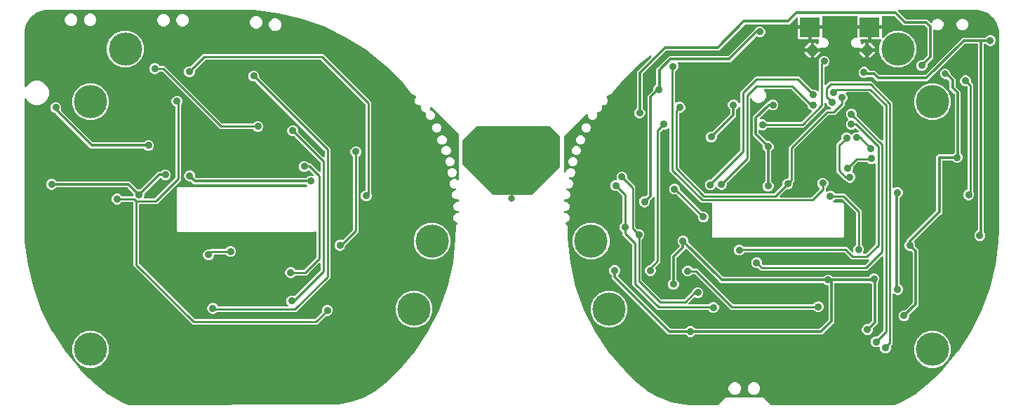
<source format=gbr>
G04 EAGLE Gerber RS-274X export*
G75*
%MOMM*%
%FSLAX34Y34*%
%LPD*%
%INBottom Copper*%
%IPPOS*%
%AMOC8*
5,1,8,0,0,1.08239X$1,22.5*%
G01*
%ADD10C,4.016000*%
%ADD11R,2.413000X2.413000*%
%ADD12P,1.415766X8X22.500000*%
%ADD13P,1.415766X8X202.500000*%
%ADD14C,0.906400*%
%ADD15C,0.254000*%
%ADD16C,0.304800*%
%ADD17C,0.800100*%

G36*
X-215984Y-276351D02*
X-215984Y-276351D01*
X-215964Y-276349D01*
X-215902Y-276349D01*
X-208227Y-275833D01*
X-208217Y-275831D01*
X-208079Y-275814D01*
X-192930Y-272981D01*
X-192912Y-272975D01*
X-192893Y-272973D01*
X-192738Y-272929D01*
X-178219Y-267760D01*
X-178202Y-267752D01*
X-178184Y-267747D01*
X-178038Y-267679D01*
X-164506Y-260303D01*
X-164491Y-260292D01*
X-164473Y-260284D01*
X-164339Y-260195D01*
X-152128Y-250793D01*
X-152122Y-250786D01*
X-152016Y-250695D01*
X-147481Y-246263D01*
X-147430Y-246199D01*
X-147372Y-246141D01*
X-147332Y-246075D01*
X-147295Y-246028D01*
X-146439Y-245236D01*
X-146425Y-245220D01*
X-146378Y-245177D01*
X-145598Y-244352D01*
X-145578Y-244343D01*
X-145518Y-244297D01*
X-145452Y-244259D01*
X-145330Y-244154D01*
X-135857Y-234849D01*
X-135844Y-234832D01*
X-135779Y-234765D01*
X-116792Y-212432D01*
X-116787Y-212425D01*
X-116701Y-212311D01*
X-100516Y-187870D01*
X-100512Y-187863D01*
X-100439Y-187739D01*
X-87288Y-161541D01*
X-87286Y-161533D01*
X-87228Y-161401D01*
X-77299Y-133820D01*
X-77297Y-133812D01*
X-77256Y-133675D01*
X-70691Y-105106D01*
X-70690Y-105098D01*
X-70666Y-104956D01*
X-67559Y-75807D01*
X-67559Y-75786D01*
X-67552Y-75694D01*
X-67311Y-61053D01*
X-67312Y-61046D01*
X-67311Y-61032D01*
X-67311Y-60986D01*
X-67311Y-60980D01*
X-67311Y-60969D01*
X-67325Y-59922D01*
X-66584Y-59181D01*
X-66581Y-59177D01*
X-66572Y-59169D01*
X-65715Y-58288D01*
X-65690Y-58255D01*
X-65660Y-58228D01*
X-65595Y-58129D01*
X-65523Y-58034D01*
X-65508Y-57996D01*
X-65485Y-57962D01*
X-65447Y-57850D01*
X-65401Y-57741D01*
X-65395Y-57700D01*
X-65382Y-57661D01*
X-65372Y-57543D01*
X-65355Y-57426D01*
X-65360Y-57385D01*
X-65357Y-57344D01*
X-65377Y-57228D01*
X-65389Y-57110D01*
X-65404Y-57071D01*
X-65411Y-57031D01*
X-65460Y-56923D01*
X-65501Y-56812D01*
X-65525Y-56778D01*
X-65542Y-56741D01*
X-65615Y-56648D01*
X-65683Y-56551D01*
X-65714Y-56525D01*
X-65740Y-56492D01*
X-65835Y-56421D01*
X-65924Y-56344D01*
X-65961Y-56326D01*
X-65994Y-56301D01*
X-66139Y-56230D01*
X-67909Y-55497D01*
X-69467Y-53939D01*
X-70311Y-51902D01*
X-70311Y-49698D01*
X-69467Y-47661D01*
X-67909Y-46103D01*
X-65872Y-45259D01*
X-64610Y-45259D01*
X-64492Y-45244D01*
X-64373Y-45237D01*
X-64335Y-45224D01*
X-64294Y-45219D01*
X-64184Y-45176D01*
X-64071Y-45139D01*
X-64036Y-45117D01*
X-63999Y-45102D01*
X-63903Y-45033D01*
X-63802Y-44969D01*
X-63774Y-44939D01*
X-63741Y-44916D01*
X-63666Y-44824D01*
X-63584Y-44737D01*
X-63564Y-44702D01*
X-63539Y-44671D01*
X-63488Y-44563D01*
X-63430Y-44459D01*
X-63420Y-44419D01*
X-63403Y-44383D01*
X-63381Y-44266D01*
X-63351Y-44151D01*
X-63347Y-44091D01*
X-63343Y-44071D01*
X-63345Y-44050D01*
X-63341Y-43990D01*
X-63341Y-43640D01*
X-63356Y-43522D01*
X-63363Y-43403D01*
X-63376Y-43365D01*
X-63381Y-43324D01*
X-63424Y-43214D01*
X-63461Y-43101D01*
X-63483Y-43066D01*
X-63498Y-43029D01*
X-63568Y-42933D01*
X-63631Y-42832D01*
X-63661Y-42804D01*
X-63684Y-42771D01*
X-63776Y-42695D01*
X-63863Y-42614D01*
X-63898Y-42594D01*
X-63929Y-42569D01*
X-64037Y-42518D01*
X-64141Y-42460D01*
X-64181Y-42450D01*
X-64217Y-42433D01*
X-64334Y-42411D01*
X-64449Y-42381D01*
X-64510Y-42377D01*
X-64530Y-42373D01*
X-64550Y-42375D01*
X-64610Y-42371D01*
X-65872Y-42371D01*
X-67909Y-41527D01*
X-69467Y-39969D01*
X-70311Y-37932D01*
X-70311Y-35728D01*
X-69467Y-33691D01*
X-67909Y-32133D01*
X-65872Y-31289D01*
X-64610Y-31289D01*
X-64492Y-31274D01*
X-64373Y-31267D01*
X-64335Y-31254D01*
X-64294Y-31249D01*
X-64184Y-31206D01*
X-64071Y-31169D01*
X-64036Y-31147D01*
X-63999Y-31132D01*
X-63903Y-31063D01*
X-63802Y-30999D01*
X-63774Y-30969D01*
X-63741Y-30946D01*
X-63666Y-30854D01*
X-63584Y-30767D01*
X-63564Y-30732D01*
X-63539Y-30701D01*
X-63488Y-30593D01*
X-63430Y-30489D01*
X-63420Y-30449D01*
X-63403Y-30413D01*
X-63381Y-30296D01*
X-63351Y-30181D01*
X-63347Y-30121D01*
X-63343Y-30101D01*
X-63345Y-30080D01*
X-63341Y-30020D01*
X-63341Y-29639D01*
X-63347Y-29589D01*
X-63345Y-29539D01*
X-63367Y-29432D01*
X-63381Y-29323D01*
X-63399Y-29277D01*
X-63409Y-29228D01*
X-63457Y-29130D01*
X-63498Y-29028D01*
X-63527Y-28987D01*
X-63549Y-28942D01*
X-63620Y-28859D01*
X-63684Y-28770D01*
X-63723Y-28738D01*
X-63755Y-28700D01*
X-63845Y-28637D01*
X-63929Y-28567D01*
X-63975Y-28546D01*
X-64015Y-28517D01*
X-64118Y-28478D01*
X-64217Y-28432D01*
X-64266Y-28422D01*
X-64313Y-28405D01*
X-64422Y-28393D01*
X-64530Y-28372D01*
X-64579Y-28375D01*
X-64629Y-28370D01*
X-64738Y-28385D01*
X-64847Y-28392D01*
X-64875Y-28401D01*
X-67142Y-28401D01*
X-69179Y-27557D01*
X-70737Y-25999D01*
X-71581Y-23962D01*
X-71581Y-21758D01*
X-70737Y-19721D01*
X-69179Y-18163D01*
X-67290Y-17381D01*
X-67230Y-17346D01*
X-67165Y-17320D01*
X-67092Y-17268D01*
X-67014Y-17223D01*
X-66964Y-17175D01*
X-66907Y-17134D01*
X-66850Y-17064D01*
X-66786Y-17002D01*
X-66749Y-16942D01*
X-66705Y-16889D01*
X-66666Y-16807D01*
X-66619Y-16731D01*
X-66599Y-16664D01*
X-66569Y-16601D01*
X-66552Y-16513D01*
X-66526Y-16427D01*
X-66522Y-16357D01*
X-66509Y-16288D01*
X-66515Y-16199D01*
X-66511Y-16109D01*
X-66525Y-16041D01*
X-66529Y-15971D01*
X-66557Y-15886D01*
X-66575Y-15798D01*
X-66606Y-15735D01*
X-66627Y-15669D01*
X-66675Y-15593D01*
X-66715Y-15512D01*
X-66760Y-15459D01*
X-66797Y-15400D01*
X-66863Y-15338D01*
X-66921Y-15270D01*
X-66978Y-15230D01*
X-67029Y-15182D01*
X-67107Y-15139D01*
X-67181Y-15087D01*
X-67246Y-15062D01*
X-67307Y-15028D01*
X-67394Y-15006D01*
X-67478Y-14974D01*
X-67548Y-14966D01*
X-67615Y-14949D01*
X-67776Y-14939D01*
X-69936Y-14939D01*
X-71973Y-14095D01*
X-73531Y-12537D01*
X-74375Y-10500D01*
X-74375Y-8296D01*
X-73531Y-6259D01*
X-71973Y-4701D01*
X-70084Y-3919D01*
X-70023Y-3884D01*
X-69959Y-3858D01*
X-69952Y-3853D01*
X-69892Y-3857D01*
X-67732Y-3857D01*
X-65695Y-4701D01*
X-65508Y-4889D01*
X-65421Y-4956D01*
X-65379Y-4995D01*
X-65358Y-5007D01*
X-65291Y-5063D01*
X-65272Y-5071D01*
X-65256Y-5084D01*
X-65129Y-5139D01*
X-65003Y-5198D01*
X-64983Y-5202D01*
X-64964Y-5210D01*
X-64827Y-5232D01*
X-64691Y-5258D01*
X-64670Y-5257D01*
X-64650Y-5260D01*
X-64512Y-5247D01*
X-64373Y-5238D01*
X-64354Y-5232D01*
X-64334Y-5230D01*
X-64202Y-5183D01*
X-64071Y-5140D01*
X-64054Y-5129D01*
X-64034Y-5122D01*
X-63919Y-5044D01*
X-63802Y-4970D01*
X-63788Y-4955D01*
X-63771Y-4944D01*
X-63679Y-4840D01*
X-63584Y-4738D01*
X-63574Y-4721D01*
X-63561Y-4705D01*
X-63497Y-4581D01*
X-63430Y-4460D01*
X-63425Y-4440D01*
X-63416Y-4422D01*
X-63386Y-4286D01*
X-63351Y-4152D01*
X-63349Y-4124D01*
X-63347Y-4112D01*
X-63347Y-4091D01*
X-63345Y-4058D01*
X-63343Y-4049D01*
X-63344Y-4040D01*
X-63341Y-3991D01*
X-63341Y49530D01*
X-63353Y49628D01*
X-63356Y49727D01*
X-63373Y49785D01*
X-63381Y49846D01*
X-63417Y49938D01*
X-63445Y50033D01*
X-63475Y50085D01*
X-63498Y50141D01*
X-63556Y50221D01*
X-63606Y50307D01*
X-63672Y50382D01*
X-63684Y50399D01*
X-63694Y50406D01*
X-63713Y50428D01*
X-95925Y82640D01*
X-96034Y82725D01*
X-96141Y82813D01*
X-96160Y82822D01*
X-96176Y82834D01*
X-96304Y82890D01*
X-96429Y82949D01*
X-96449Y82953D01*
X-96468Y82961D01*
X-96606Y82983D01*
X-96742Y83009D01*
X-96762Y83007D01*
X-96782Y83011D01*
X-96921Y82998D01*
X-97059Y82989D01*
X-97078Y82983D01*
X-97098Y82981D01*
X-97230Y82934D01*
X-97361Y82891D01*
X-97379Y82880D01*
X-97398Y82873D01*
X-97513Y82795D01*
X-97630Y82721D01*
X-97644Y82706D01*
X-97661Y82695D01*
X-97753Y82591D01*
X-97848Y82489D01*
X-97858Y82471D01*
X-97871Y82456D01*
X-97935Y82332D01*
X-98002Y82211D01*
X-98007Y82191D01*
X-98016Y82173D01*
X-98046Y82037D01*
X-98081Y81903D01*
X-98083Y81875D01*
X-98086Y81863D01*
X-98085Y81842D01*
X-98091Y81742D01*
X-98091Y81194D01*
X-98400Y80448D01*
X-98414Y80400D01*
X-98435Y80355D01*
X-98455Y80247D01*
X-98484Y80141D01*
X-98485Y80091D01*
X-98494Y80042D01*
X-98488Y79933D01*
X-98489Y79823D01*
X-98478Y79775D01*
X-98475Y79725D01*
X-98441Y79621D01*
X-98415Y79514D01*
X-98392Y79470D01*
X-98377Y79423D01*
X-98318Y79330D01*
X-98267Y79233D01*
X-98233Y79196D01*
X-98206Y79154D01*
X-98126Y79079D01*
X-98053Y78997D01*
X-98011Y78970D01*
X-97975Y78936D01*
X-97879Y78883D01*
X-97787Y78823D01*
X-97740Y78806D01*
X-97696Y78782D01*
X-97590Y78755D01*
X-97486Y78719D01*
X-97436Y78715D01*
X-97388Y78703D01*
X-97228Y78693D01*
X-96942Y78693D01*
X-94905Y77849D01*
X-93347Y76291D01*
X-92503Y74254D01*
X-92503Y72050D01*
X-93347Y70013D01*
X-94905Y68455D01*
X-96942Y67611D01*
X-99146Y67611D01*
X-101183Y68455D01*
X-102741Y70013D01*
X-103585Y72050D01*
X-103585Y74254D01*
X-103276Y75000D01*
X-103262Y75048D01*
X-103241Y75093D01*
X-103221Y75201D01*
X-103192Y75307D01*
X-103191Y75357D01*
X-103182Y75406D01*
X-103188Y75515D01*
X-103187Y75625D01*
X-103198Y75673D01*
X-103201Y75723D01*
X-103235Y75827D01*
X-103261Y75934D01*
X-103284Y75978D01*
X-103299Y76025D01*
X-103358Y76118D01*
X-103409Y76215D01*
X-103443Y76252D01*
X-103470Y76294D01*
X-103550Y76369D01*
X-103623Y76451D01*
X-103665Y76478D01*
X-103701Y76512D01*
X-103797Y76565D01*
X-103889Y76625D01*
X-103936Y76642D01*
X-103980Y76666D01*
X-104086Y76693D01*
X-104190Y76729D01*
X-104240Y76733D01*
X-104288Y76745D01*
X-104448Y76755D01*
X-104734Y76755D01*
X-106771Y77599D01*
X-108329Y79157D01*
X-109173Y81194D01*
X-109173Y83406D01*
X-109166Y83430D01*
X-109145Y83475D01*
X-109124Y83583D01*
X-109095Y83689D01*
X-109095Y83739D01*
X-109085Y83788D01*
X-109092Y83897D01*
X-109090Y84007D01*
X-109102Y84055D01*
X-109105Y84105D01*
X-109139Y84209D01*
X-109164Y84316D01*
X-109188Y84360D01*
X-109203Y84407D01*
X-109262Y84500D01*
X-109313Y84597D01*
X-109347Y84634D01*
X-109373Y84676D01*
X-109453Y84751D01*
X-109527Y84833D01*
X-109569Y84860D01*
X-109605Y84894D01*
X-109701Y84947D01*
X-109793Y85007D01*
X-109840Y85024D01*
X-109883Y85048D01*
X-109990Y85075D01*
X-110094Y85111D01*
X-110143Y85115D01*
X-110191Y85127D01*
X-110352Y85137D01*
X-112100Y85137D01*
X-114137Y85981D01*
X-115695Y87539D01*
X-116539Y89576D01*
X-116539Y91780D01*
X-115695Y93817D01*
X-115139Y94373D01*
X-115062Y94472D01*
X-114980Y94567D01*
X-114965Y94597D01*
X-114944Y94624D01*
X-114894Y94739D01*
X-114838Y94852D01*
X-114831Y94885D01*
X-114818Y94916D01*
X-114798Y95040D01*
X-114772Y95163D01*
X-114773Y95197D01*
X-114768Y95230D01*
X-114780Y95355D01*
X-114785Y95481D01*
X-114795Y95513D01*
X-114798Y95547D01*
X-114840Y95665D01*
X-114876Y95785D01*
X-114894Y95814D01*
X-114905Y95846D01*
X-114976Y95950D01*
X-115041Y96058D01*
X-115065Y96081D01*
X-115084Y96109D01*
X-115178Y96192D01*
X-115268Y96280D01*
X-115309Y96307D01*
X-115322Y96319D01*
X-115341Y96329D01*
X-115402Y96369D01*
X-119987Y99017D01*
X-119998Y99022D01*
X-120008Y99028D01*
X-120144Y99083D01*
X-120281Y99140D01*
X-120292Y99142D01*
X-120303Y99146D01*
X-120461Y99177D01*
X-120746Y99213D01*
X-120931Y99452D01*
X-120936Y99457D01*
X-120939Y99463D01*
X-121048Y99570D01*
X-121155Y99677D01*
X-121161Y99681D01*
X-121166Y99686D01*
X-121300Y99775D01*
X-121562Y99926D01*
X-121622Y100152D01*
X-121634Y100180D01*
X-121639Y100209D01*
X-121694Y100327D01*
X-121743Y100447D01*
X-121760Y100471D01*
X-121773Y100498D01*
X-121867Y100628D01*
X-130686Y111386D01*
X-130701Y111401D01*
X-130757Y111467D01*
X-151151Y132425D01*
X-151162Y132433D01*
X-151258Y132522D01*
X-173893Y151036D01*
X-173904Y151043D01*
X-174009Y151121D01*
X-198595Y166954D01*
X-198607Y166960D01*
X-198720Y167025D01*
X-224941Y179974D01*
X-224953Y179978D01*
X-225073Y180030D01*
X-252590Y189927D01*
X-252603Y189929D01*
X-252728Y189968D01*
X-281189Y196686D01*
X-281202Y196687D01*
X-281331Y196711D01*
X-310370Y200164D01*
X-310391Y200164D01*
X-310477Y200172D01*
X-325096Y200659D01*
X-325108Y200657D01*
X-325138Y200659D01*
X-561630Y200659D01*
X-561638Y200658D01*
X-561647Y200659D01*
X-561808Y200647D01*
X-565908Y200065D01*
X-565975Y200047D01*
X-566044Y200038D01*
X-566197Y199988D01*
X-573974Y196913D01*
X-574078Y196856D01*
X-574185Y196806D01*
X-574234Y196770D01*
X-574252Y196760D01*
X-574267Y196746D01*
X-574316Y196711D01*
X-580761Y191383D01*
X-580843Y191296D01*
X-580929Y191215D01*
X-580965Y191167D01*
X-580979Y191151D01*
X-580989Y191133D01*
X-581024Y191085D01*
X-581137Y190907D01*
X-581138Y190907D01*
X-581944Y189638D01*
X-581944Y189637D01*
X-582750Y188369D01*
X-582750Y188368D01*
X-583556Y187099D01*
X-584362Y185830D01*
X-584363Y185830D01*
X-585169Y184561D01*
X-585508Y184026D01*
X-585559Y183919D01*
X-585616Y183815D01*
X-585635Y183757D01*
X-585644Y183739D01*
X-585647Y183719D01*
X-585666Y183662D01*
X-587749Y175563D01*
X-587758Y175494D01*
X-587776Y175427D01*
X-587789Y175267D01*
X-587849Y171533D01*
X-587848Y171526D01*
X-587849Y171512D01*
X-587849Y170934D01*
X-587847Y170914D01*
X-587847Y170855D01*
X-587779Y169768D01*
X-587785Y169746D01*
X-587819Y169652D01*
X-587824Y169593D01*
X-587839Y169535D01*
X-587849Y169374D01*
X-587849Y108303D01*
X-587841Y108234D01*
X-587842Y108164D01*
X-587821Y108077D01*
X-587809Y107988D01*
X-587784Y107923D01*
X-587767Y107855D01*
X-587725Y107775D01*
X-587692Y107692D01*
X-587651Y107635D01*
X-587619Y107574D01*
X-587558Y107507D01*
X-587506Y107435D01*
X-587452Y107390D01*
X-587405Y107338D01*
X-587330Y107289D01*
X-587261Y107232D01*
X-587197Y107202D01*
X-587139Y107164D01*
X-587054Y107134D01*
X-586973Y107096D01*
X-586904Y107083D01*
X-586838Y107060D01*
X-586749Y107053D01*
X-586661Y107036D01*
X-586591Y107041D01*
X-586521Y107035D01*
X-586433Y107051D01*
X-586343Y107056D01*
X-586277Y107078D01*
X-586208Y107090D01*
X-586126Y107127D01*
X-586041Y107154D01*
X-585982Y107191D01*
X-585918Y107220D01*
X-585848Y107276D01*
X-585772Y107324D01*
X-585724Y107375D01*
X-585670Y107419D01*
X-585615Y107491D01*
X-585554Y107556D01*
X-585520Y107617D01*
X-585478Y107673D01*
X-585407Y107817D01*
X-585097Y108567D01*
X-581007Y112657D01*
X-575662Y114871D01*
X-569878Y114871D01*
X-564533Y112657D01*
X-560443Y108567D01*
X-558229Y103222D01*
X-558229Y97438D01*
X-560443Y92093D01*
X-564533Y88003D01*
X-569878Y85789D01*
X-575662Y85789D01*
X-581007Y88003D01*
X-585097Y92093D01*
X-585407Y92843D01*
X-585442Y92903D01*
X-585468Y92968D01*
X-585520Y93041D01*
X-585565Y93119D01*
X-585613Y93169D01*
X-585654Y93225D01*
X-585724Y93283D01*
X-585786Y93347D01*
X-585846Y93384D01*
X-585899Y93428D01*
X-585981Y93467D01*
X-586057Y93514D01*
X-586124Y93534D01*
X-586187Y93564D01*
X-586275Y93581D01*
X-586361Y93607D01*
X-586431Y93611D01*
X-586500Y93624D01*
X-586589Y93618D01*
X-586679Y93622D01*
X-586747Y93608D01*
X-586817Y93604D01*
X-586902Y93576D01*
X-586990Y93558D01*
X-587053Y93527D01*
X-587119Y93506D01*
X-587195Y93458D01*
X-587276Y93418D01*
X-587329Y93373D01*
X-587388Y93336D01*
X-587450Y93270D01*
X-587518Y93212D01*
X-587558Y93155D01*
X-587606Y93104D01*
X-587649Y93025D01*
X-587701Y92952D01*
X-587726Y92887D01*
X-587760Y92826D01*
X-587782Y92739D01*
X-587814Y92655D01*
X-587822Y92585D01*
X-587839Y92518D01*
X-587849Y92357D01*
X-587849Y-65355D01*
X-587847Y-65371D01*
X-587848Y-65411D01*
X-587224Y-79576D01*
X-587220Y-79597D01*
X-587214Y-79682D01*
X-583587Y-107817D01*
X-583584Y-107830D01*
X-583561Y-107957D01*
X-576807Y-135509D01*
X-576802Y-135522D01*
X-576765Y-135645D01*
X-566968Y-162267D01*
X-566962Y-162279D01*
X-566912Y-162398D01*
X-554196Y-187756D01*
X-554188Y-187767D01*
X-554125Y-187879D01*
X-538650Y-211654D01*
X-538641Y-211665D01*
X-538566Y-211769D01*
X-526101Y-226896D01*
X-520526Y-233662D01*
X-520510Y-233677D01*
X-520455Y-233741D01*
X-510629Y-243806D01*
X-510620Y-243814D01*
X-510522Y-243904D01*
X-509357Y-244852D01*
X-509339Y-244863D01*
X-509324Y-244878D01*
X-509317Y-244882D01*
X-509316Y-244883D01*
X-509301Y-244892D01*
X-509204Y-244948D01*
X-509087Y-245020D01*
X-509067Y-245027D01*
X-509048Y-245037D01*
X-508915Y-245075D01*
X-508886Y-245084D01*
X-508273Y-245722D01*
X-508270Y-245725D01*
X-508159Y-245827D01*
X-507454Y-246401D01*
X-507453Y-246405D01*
X-507393Y-246503D01*
X-507340Y-246605D01*
X-507310Y-246638D01*
X-507287Y-246676D01*
X-507179Y-246795D01*
X-501368Y-252423D01*
X-501356Y-252432D01*
X-501264Y-252513D01*
X-486517Y-263967D01*
X-486507Y-263973D01*
X-486498Y-263981D01*
X-486364Y-264069D01*
X-470113Y-273264D01*
X-470098Y-273270D01*
X-469989Y-273325D01*
X-462007Y-276755D01*
X-461989Y-276760D01*
X-461972Y-276769D01*
X-461837Y-276804D01*
X-461702Y-276843D01*
X-461683Y-276843D01*
X-461664Y-276848D01*
X-461504Y-276858D01*
X-215984Y-276351D01*
G37*
G36*
X248710Y-276847D02*
X248710Y-276847D01*
X248809Y-276844D01*
X248867Y-276827D01*
X248927Y-276819D01*
X249019Y-276783D01*
X249115Y-276755D01*
X249167Y-276725D01*
X249223Y-276702D01*
X249303Y-276644D01*
X249388Y-276594D01*
X249464Y-276528D01*
X249480Y-276516D01*
X249488Y-276506D01*
X249509Y-276488D01*
X258028Y-267969D01*
X304074Y-267969D01*
X312593Y-276488D01*
X312671Y-276548D01*
X312743Y-276616D01*
X312796Y-276645D01*
X312844Y-276682D01*
X312935Y-276722D01*
X313022Y-276770D01*
X313080Y-276785D01*
X313136Y-276809D01*
X313234Y-276824D01*
X313329Y-276849D01*
X313430Y-276855D01*
X313450Y-276859D01*
X313462Y-276857D01*
X313490Y-276859D01*
X461507Y-276859D01*
X461523Y-276857D01*
X461539Y-276859D01*
X461681Y-276837D01*
X461823Y-276819D01*
X461838Y-276813D01*
X461854Y-276811D01*
X462006Y-276757D01*
X470036Y-273330D01*
X470049Y-273323D01*
X470160Y-273269D01*
X486496Y-264079D01*
X486505Y-264072D01*
X486516Y-264067D01*
X486649Y-263977D01*
X501480Y-252517D01*
X501491Y-252506D01*
X501585Y-252426D01*
X507431Y-246792D01*
X507460Y-246756D01*
X507495Y-246726D01*
X507559Y-246633D01*
X507630Y-246544D01*
X507649Y-246502D01*
X507676Y-246465D01*
X507696Y-246411D01*
X508417Y-245824D01*
X508422Y-245819D01*
X508529Y-245721D01*
X509138Y-245090D01*
X509151Y-245088D01*
X509173Y-245079D01*
X509195Y-245075D01*
X509319Y-245018D01*
X509424Y-244974D01*
X509432Y-244971D01*
X509433Y-244971D01*
X509445Y-244966D01*
X509463Y-244952D01*
X509484Y-244942D01*
X509615Y-244849D01*
X510776Y-243904D01*
X510785Y-243895D01*
X510883Y-243806D01*
X520709Y-233741D01*
X520722Y-233724D01*
X520780Y-233662D01*
X538820Y-211769D01*
X538827Y-211757D01*
X538904Y-211654D01*
X554379Y-187879D01*
X554385Y-187867D01*
X554450Y-187756D01*
X567166Y-162398D01*
X567170Y-162385D01*
X567222Y-162267D01*
X577019Y-135645D01*
X577022Y-135631D01*
X577061Y-135509D01*
X583815Y-107957D01*
X583817Y-107943D01*
X583841Y-107817D01*
X587468Y-79682D01*
X587468Y-79660D01*
X587478Y-79576D01*
X588102Y-65411D01*
X588101Y-65395D01*
X588103Y-65355D01*
X588103Y169374D01*
X588096Y169434D01*
X588098Y169493D01*
X588076Y169591D01*
X588063Y169690D01*
X588041Y169745D01*
X588034Y169781D01*
X588101Y170855D01*
X588100Y170875D01*
X588103Y170934D01*
X588103Y171512D01*
X588102Y171519D01*
X588103Y171533D01*
X588043Y175267D01*
X588033Y175335D01*
X588033Y175404D01*
X588003Y175563D01*
X585920Y183662D01*
X585876Y183772D01*
X585840Y183885D01*
X585810Y183938D01*
X585803Y183957D01*
X585791Y183974D01*
X585762Y184026D01*
X581278Y191085D01*
X581203Y191177D01*
X581133Y191273D01*
X581088Y191315D01*
X581075Y191330D01*
X581059Y191342D01*
X581015Y191383D01*
X574570Y196711D01*
X574469Y196775D01*
X574373Y196845D01*
X574318Y196870D01*
X574301Y196881D01*
X574282Y196888D01*
X574228Y196913D01*
X566451Y199988D01*
X566384Y200006D01*
X566320Y200032D01*
X566162Y200065D01*
X562062Y200647D01*
X562053Y200647D01*
X562044Y200649D01*
X561884Y200659D01*
X467675Y200659D01*
X467537Y200642D01*
X467399Y200629D01*
X467379Y200622D01*
X467359Y200619D01*
X467230Y200568D01*
X467099Y200521D01*
X467083Y200510D01*
X467064Y200502D01*
X466951Y200421D01*
X466836Y200343D01*
X466823Y200327D01*
X466806Y200316D01*
X466718Y200208D01*
X466626Y200104D01*
X466617Y200086D01*
X466604Y200071D01*
X466544Y199945D01*
X466481Y199821D01*
X466477Y199801D01*
X466468Y199783D01*
X466442Y199647D01*
X466411Y199511D01*
X466412Y199490D01*
X466408Y199471D01*
X466417Y199332D01*
X466421Y199193D01*
X466427Y199173D01*
X466428Y199153D01*
X466471Y199021D01*
X466510Y198887D01*
X466520Y198870D01*
X466526Y198851D01*
X466600Y198733D01*
X466671Y198613D01*
X466690Y198592D01*
X466696Y198582D01*
X466711Y198568D01*
X466777Y198493D01*
X475921Y189348D01*
X476000Y189288D01*
X476072Y189220D01*
X476125Y189191D01*
X476173Y189154D01*
X476264Y189114D01*
X476350Y189066D01*
X476409Y189051D01*
X476465Y189027D01*
X476563Y189012D01*
X476658Y188987D01*
X476758Y188981D01*
X476779Y188977D01*
X476791Y188979D01*
X476819Y188977D01*
X501693Y188977D01*
X505554Y185116D01*
X505593Y185085D01*
X505627Y185049D01*
X505718Y184988D01*
X505805Y184921D01*
X505851Y184901D01*
X505892Y184874D01*
X505996Y184838D01*
X506097Y184795D01*
X506146Y184787D01*
X506193Y184771D01*
X506303Y184762D01*
X506411Y184745D01*
X506461Y184749D01*
X506510Y184746D01*
X506619Y184764D01*
X506728Y184775D01*
X506775Y184791D01*
X506824Y184800D01*
X506924Y184845D01*
X507027Y184882D01*
X507068Y184910D01*
X507114Y184931D01*
X507199Y184999D01*
X507290Y185061D01*
X507323Y185098D01*
X507362Y185129D01*
X507428Y185217D01*
X507501Y185299D01*
X507523Y185343D01*
X507553Y185383D01*
X507624Y185528D01*
X508198Y186913D01*
X510179Y188894D01*
X512766Y189966D01*
X515568Y189966D01*
X518155Y188894D01*
X520136Y186913D01*
X521208Y184326D01*
X521208Y181525D01*
X520136Y178937D01*
X518155Y176956D01*
X515568Y175884D01*
X512766Y175884D01*
X510612Y176777D01*
X510564Y176790D01*
X510519Y176811D01*
X510411Y176832D01*
X510305Y176861D01*
X510255Y176862D01*
X510206Y176871D01*
X510097Y176864D01*
X509987Y176866D01*
X509939Y176854D01*
X509889Y176851D01*
X509785Y176817D01*
X509678Y176792D01*
X509634Y176769D01*
X509587Y176753D01*
X509494Y176694D01*
X509397Y176643D01*
X509360Y176610D01*
X509318Y176583D01*
X509243Y176503D01*
X509161Y176429D01*
X509134Y176388D01*
X509100Y176351D01*
X509047Y176255D01*
X508987Y176163D01*
X508970Y176116D01*
X508946Y176073D01*
X508919Y175967D01*
X508883Y175863D01*
X508879Y175813D01*
X508867Y175765D01*
X508857Y175604D01*
X508857Y142037D01*
X502076Y135257D01*
X502016Y135178D01*
X501948Y135106D01*
X501922Y135059D01*
X501921Y135058D01*
X501920Y135056D01*
X501919Y135053D01*
X501882Y135005D01*
X501842Y134914D01*
X501794Y134828D01*
X501779Y134769D01*
X501755Y134713D01*
X501740Y134615D01*
X501715Y134520D01*
X501709Y134420D01*
X501705Y134399D01*
X501707Y134387D01*
X501705Y134359D01*
X501705Y132044D01*
X500705Y129631D01*
X498859Y127785D01*
X496446Y126785D01*
X493834Y126785D01*
X491421Y127785D01*
X489575Y129631D01*
X488575Y132044D01*
X488575Y134656D01*
X489575Y137069D01*
X491421Y138915D01*
X493834Y139915D01*
X496149Y139915D01*
X496247Y139927D01*
X496346Y139930D01*
X496404Y139947D01*
X496465Y139955D01*
X496557Y139991D01*
X496652Y140019D01*
X496704Y140049D01*
X496760Y140072D01*
X496840Y140130D01*
X496926Y140180D01*
X497001Y140246D01*
X497018Y140258D01*
X497025Y140268D01*
X497047Y140286D01*
X501372Y144611D01*
X501432Y144690D01*
X501500Y144762D01*
X501529Y144815D01*
X501566Y144863D01*
X501606Y144954D01*
X501654Y145040D01*
X501669Y145099D01*
X501693Y145155D01*
X501708Y145253D01*
X501733Y145348D01*
X501739Y145448D01*
X501743Y145469D01*
X501741Y145481D01*
X501743Y145509D01*
X501743Y178341D01*
X501731Y178439D01*
X501728Y178538D01*
X501711Y178596D01*
X501703Y178657D01*
X501667Y178749D01*
X501639Y178844D01*
X501609Y178896D01*
X501586Y178952D01*
X501528Y179032D01*
X501478Y179118D01*
X501412Y179193D01*
X501400Y179210D01*
X501390Y179217D01*
X501372Y179239D01*
X499119Y181492D01*
X499040Y181552D01*
X498968Y181620D01*
X498915Y181649D01*
X498867Y181686D01*
X498776Y181726D01*
X498690Y181774D01*
X498631Y181789D01*
X498575Y181813D01*
X498477Y181828D01*
X498382Y181853D01*
X498282Y181859D01*
X498261Y181863D01*
X498249Y181861D01*
X498221Y181863D01*
X473347Y181863D01*
X462289Y192922D01*
X462210Y192982D01*
X462138Y193050D01*
X462085Y193079D01*
X462037Y193116D01*
X461946Y193156D01*
X461860Y193204D01*
X461801Y193219D01*
X461745Y193243D01*
X461647Y193258D01*
X461552Y193283D01*
X461452Y193289D01*
X461431Y193293D01*
X461419Y193291D01*
X461391Y193293D01*
X447955Y193293D01*
X447837Y193278D01*
X447718Y193271D01*
X447680Y193258D01*
X447639Y193253D01*
X447529Y193210D01*
X447416Y193173D01*
X447381Y193151D01*
X447344Y193136D01*
X447248Y193067D01*
X447147Y193003D01*
X447119Y192973D01*
X447086Y192950D01*
X447010Y192858D01*
X446929Y192771D01*
X446909Y192736D01*
X446884Y192705D01*
X446833Y192597D01*
X446775Y192493D01*
X446765Y192453D01*
X446748Y192417D01*
X446726Y192300D01*
X446696Y192185D01*
X446692Y192125D01*
X446688Y192105D01*
X446690Y192084D01*
X446686Y192024D01*
X446686Y181904D01*
X433060Y181904D01*
X432942Y181889D01*
X432823Y181882D01*
X432785Y181869D01*
X432745Y181864D01*
X432634Y181821D01*
X432521Y181784D01*
X432487Y181762D01*
X432449Y181747D01*
X432353Y181678D01*
X432252Y181614D01*
X432224Y181584D01*
X432192Y181561D01*
X432116Y181469D01*
X432084Y181435D01*
X432079Y181443D01*
X432049Y181471D01*
X432025Y181504D01*
X431934Y181580D01*
X431847Y181661D01*
X431812Y181681D01*
X431780Y181706D01*
X431673Y181757D01*
X431568Y181815D01*
X431529Y181825D01*
X431493Y181842D01*
X431376Y181864D01*
X431260Y181894D01*
X431200Y181898D01*
X431180Y181902D01*
X431160Y181900D01*
X431100Y181904D01*
X417474Y181904D01*
X417474Y192024D01*
X417459Y192142D01*
X417452Y192261D01*
X417439Y192299D01*
X417434Y192340D01*
X417391Y192450D01*
X417354Y192563D01*
X417332Y192598D01*
X417317Y192635D01*
X417248Y192731D01*
X417184Y192832D01*
X417154Y192860D01*
X417131Y192893D01*
X417039Y192969D01*
X416952Y193050D01*
X416917Y193070D01*
X416886Y193095D01*
X416778Y193146D01*
X416674Y193204D01*
X416634Y193214D01*
X416598Y193231D01*
X416481Y193253D01*
X416366Y193283D01*
X416306Y193287D01*
X416286Y193291D01*
X416265Y193289D01*
X416205Y193293D01*
X375955Y193293D01*
X375837Y193278D01*
X375718Y193271D01*
X375680Y193258D01*
X375639Y193253D01*
X375529Y193210D01*
X375416Y193173D01*
X375381Y193151D01*
X375344Y193136D01*
X375248Y193067D01*
X375147Y193003D01*
X375119Y192973D01*
X375086Y192950D01*
X375010Y192858D01*
X374929Y192771D01*
X374909Y192736D01*
X374884Y192705D01*
X374833Y192597D01*
X374775Y192493D01*
X374765Y192453D01*
X374748Y192417D01*
X374726Y192300D01*
X374696Y192185D01*
X374692Y192125D01*
X374688Y192105D01*
X374690Y192084D01*
X374686Y192024D01*
X374686Y181904D01*
X361060Y181904D01*
X360942Y181889D01*
X360823Y181882D01*
X360785Y181869D01*
X360745Y181864D01*
X360634Y181821D01*
X360521Y181784D01*
X360487Y181762D01*
X360449Y181747D01*
X360353Y181678D01*
X360252Y181614D01*
X360224Y181584D01*
X360192Y181561D01*
X360116Y181469D01*
X360084Y181435D01*
X360079Y181443D01*
X360049Y181471D01*
X360025Y181504D01*
X359934Y181580D01*
X359847Y181661D01*
X359812Y181681D01*
X359780Y181706D01*
X359673Y181757D01*
X359568Y181815D01*
X359529Y181825D01*
X359493Y181842D01*
X359376Y181864D01*
X359260Y181894D01*
X359200Y181898D01*
X359180Y181902D01*
X359160Y181900D01*
X359100Y181904D01*
X345474Y181904D01*
X345474Y190220D01*
X345457Y190358D01*
X345444Y190496D01*
X345437Y190516D01*
X345434Y190536D01*
X345383Y190665D01*
X345336Y190796D01*
X345325Y190813D01*
X345317Y190831D01*
X345236Y190944D01*
X345158Y191059D01*
X345142Y191072D01*
X345131Y191089D01*
X345023Y191177D01*
X344919Y191269D01*
X344901Y191279D01*
X344886Y191291D01*
X344760Y191351D01*
X344636Y191414D01*
X344616Y191418D01*
X344598Y191427D01*
X344462Y191453D01*
X344326Y191484D01*
X344305Y191483D01*
X344286Y191487D01*
X344147Y191478D01*
X344008Y191474D01*
X343988Y191468D01*
X343968Y191467D01*
X343836Y191424D01*
X343702Y191386D01*
X343685Y191375D01*
X343666Y191369D01*
X343548Y191294D01*
X343428Y191224D01*
X343407Y191205D01*
X343397Y191199D01*
X343383Y191184D01*
X343308Y191118D01*
X337778Y185589D01*
X335323Y183133D01*
X282509Y183133D01*
X282411Y183121D01*
X282312Y183118D01*
X282254Y183101D01*
X282193Y183093D01*
X282101Y183057D01*
X282006Y183029D01*
X281954Y182999D01*
X281898Y182976D01*
X281818Y182918D01*
X281732Y182868D01*
X281657Y182802D01*
X281640Y182790D01*
X281633Y182780D01*
X281611Y182762D01*
X250233Y151383D01*
X187259Y151383D01*
X187161Y151371D01*
X187062Y151368D01*
X187004Y151351D01*
X186943Y151343D01*
X186851Y151307D01*
X186756Y151279D01*
X186704Y151249D01*
X186648Y151226D01*
X186568Y151168D01*
X186482Y151118D01*
X186407Y151052D01*
X186390Y151040D01*
X186383Y151030D01*
X186361Y151012D01*
X158708Y123359D01*
X158648Y123280D01*
X158580Y123208D01*
X158551Y123155D01*
X158514Y123107D01*
X158474Y123016D01*
X158426Y122930D01*
X158411Y122871D01*
X158387Y122815D01*
X158372Y122717D01*
X158347Y122622D01*
X158341Y122522D01*
X158337Y122501D01*
X158339Y122489D01*
X158337Y122461D01*
X158337Y82453D01*
X158349Y82355D01*
X158352Y82256D01*
X158369Y82198D01*
X158377Y82137D01*
X158413Y82045D01*
X158441Y81950D01*
X158471Y81898D01*
X158494Y81842D01*
X158552Y81762D01*
X158602Y81676D01*
X158668Y81601D01*
X158680Y81584D01*
X158690Y81577D01*
X158708Y81555D01*
X160345Y79919D01*
X161345Y77506D01*
X161345Y74894D01*
X160345Y72481D01*
X158499Y70635D01*
X156086Y69635D01*
X153474Y69635D01*
X151061Y70635D01*
X149215Y72481D01*
X148215Y74894D01*
X148215Y77506D01*
X149215Y79919D01*
X150852Y81555D01*
X150912Y81634D01*
X150980Y81706D01*
X151009Y81759D01*
X151046Y81807D01*
X151086Y81898D01*
X151134Y81984D01*
X151149Y82043D01*
X151173Y82099D01*
X151188Y82197D01*
X151213Y82292D01*
X151219Y82392D01*
X151223Y82413D01*
X151221Y82425D01*
X151223Y82453D01*
X151223Y125933D01*
X168433Y143143D01*
X168486Y143211D01*
X168546Y143273D01*
X168583Y143336D01*
X168628Y143394D01*
X168662Y143474D01*
X168706Y143548D01*
X168725Y143619D01*
X168755Y143686D01*
X168768Y143772D01*
X168791Y143855D01*
X168793Y143928D01*
X168804Y144000D01*
X168796Y144086D01*
X168798Y144172D01*
X168781Y144244D01*
X168775Y144317D01*
X168745Y144398D01*
X168726Y144482D01*
X168692Y144547D01*
X168667Y144616D01*
X168618Y144688D01*
X168579Y144764D01*
X168530Y144819D01*
X168488Y144879D01*
X168424Y144937D01*
X168366Y145001D01*
X168305Y145041D01*
X168250Y145090D01*
X168173Y145129D01*
X168101Y145177D01*
X168032Y145201D01*
X167967Y145235D01*
X167883Y145253D01*
X167801Y145282D01*
X167728Y145288D01*
X167656Y145304D01*
X167570Y145302D01*
X167484Y145309D01*
X167412Y145297D01*
X167339Y145295D01*
X167256Y145271D01*
X167171Y145256D01*
X167103Y145227D01*
X167033Y145206D01*
X166959Y145162D01*
X166880Y145127D01*
X166769Y145050D01*
X166759Y145045D01*
X166754Y145040D01*
X166748Y145036D01*
X153203Y134307D01*
X153199Y134303D01*
X153088Y134204D01*
X131325Y112148D01*
X131313Y112132D01*
X131248Y112062D01*
X121867Y100629D01*
X121851Y100603D01*
X121830Y100581D01*
X121767Y100469D01*
X121698Y100359D01*
X121689Y100331D01*
X121674Y100305D01*
X121622Y100152D01*
X121562Y99926D01*
X121303Y99777D01*
X121297Y99772D01*
X121289Y99769D01*
X121171Y99676D01*
X121050Y99584D01*
X121045Y99578D01*
X121039Y99573D01*
X120932Y99452D01*
X120750Y99216D01*
X120462Y99178D01*
X120452Y99176D01*
X120441Y99175D01*
X120299Y99136D01*
X120154Y99098D01*
X120145Y99093D01*
X120135Y99090D01*
X119991Y99019D01*
X115241Y96277D01*
X115141Y96200D01*
X115037Y96130D01*
X115014Y96105D01*
X114988Y96084D01*
X114909Y95985D01*
X114826Y95891D01*
X114811Y95861D01*
X114790Y95835D01*
X114739Y95720D01*
X114682Y95608D01*
X114674Y95575D01*
X114660Y95545D01*
X114639Y95420D01*
X114612Y95298D01*
X114613Y95264D01*
X114607Y95231D01*
X114618Y95105D01*
X114622Y94980D01*
X114631Y94948D01*
X114634Y94914D01*
X114675Y94795D01*
X114710Y94675D01*
X114727Y94646D01*
X114738Y94614D01*
X114808Y94509D01*
X114872Y94401D01*
X114904Y94364D01*
X114914Y94349D01*
X114930Y94334D01*
X114978Y94280D01*
X115441Y93817D01*
X116285Y91780D01*
X116285Y89576D01*
X115441Y87539D01*
X113883Y85981D01*
X111846Y85137D01*
X110098Y85137D01*
X110049Y85131D01*
X109999Y85133D01*
X109891Y85111D01*
X109782Y85097D01*
X109736Y85079D01*
X109688Y85069D01*
X109589Y85021D01*
X109487Y84980D01*
X109447Y84951D01*
X109402Y84929D01*
X109318Y84858D01*
X109229Y84794D01*
X109198Y84755D01*
X109160Y84723D01*
X109097Y84633D01*
X109027Y84549D01*
X109005Y84504D01*
X108977Y84463D01*
X108938Y84360D01*
X108891Y84261D01*
X108882Y84212D01*
X108864Y84166D01*
X108852Y84056D01*
X108831Y83949D01*
X108834Y83899D01*
X108829Y83850D01*
X108844Y83741D01*
X108851Y83631D01*
X108866Y83584D01*
X108873Y83535D01*
X108919Y83401D01*
X108919Y81194D01*
X108075Y79157D01*
X106517Y77599D01*
X104480Y76755D01*
X104194Y76755D01*
X104145Y76749D01*
X104095Y76751D01*
X103988Y76729D01*
X103879Y76715D01*
X103833Y76697D01*
X103784Y76687D01*
X103685Y76639D01*
X103583Y76598D01*
X103543Y76569D01*
X103498Y76547D01*
X103415Y76476D01*
X103326Y76412D01*
X103294Y76373D01*
X103256Y76341D01*
X103193Y76251D01*
X103123Y76167D01*
X103102Y76122D01*
X103073Y76081D01*
X103034Y75978D01*
X102987Y75879D01*
X102978Y75830D01*
X102960Y75784D01*
X102948Y75674D01*
X102928Y75567D01*
X102931Y75517D01*
X102925Y75468D01*
X102941Y75359D01*
X102947Y75249D01*
X102963Y75202D01*
X102970Y75153D01*
X103022Y75000D01*
X103331Y74254D01*
X103331Y72050D01*
X102487Y70013D01*
X100929Y68455D01*
X98892Y67611D01*
X96688Y67611D01*
X94651Y68455D01*
X93093Y70013D01*
X92249Y72050D01*
X92249Y73360D01*
X92232Y73498D01*
X92219Y73636D01*
X92212Y73655D01*
X92209Y73676D01*
X92158Y73805D01*
X92111Y73936D01*
X92100Y73952D01*
X92092Y73971D01*
X92011Y74084D01*
X91933Y74199D01*
X91917Y74212D01*
X91906Y74229D01*
X91798Y74317D01*
X91694Y74409D01*
X91676Y74418D01*
X91661Y74431D01*
X91535Y74491D01*
X91411Y74554D01*
X91391Y74558D01*
X91373Y74567D01*
X91237Y74593D01*
X91101Y74624D01*
X91080Y74623D01*
X91061Y74627D01*
X90922Y74618D01*
X90783Y74614D01*
X90763Y74608D01*
X90743Y74607D01*
X90611Y74564D01*
X90477Y74525D01*
X90460Y74515D01*
X90441Y74509D01*
X90323Y74435D01*
X90203Y74364D01*
X90182Y74345D01*
X90172Y74339D01*
X90158Y74324D01*
X90083Y74258D01*
X63713Y47888D01*
X63652Y47809D01*
X63584Y47737D01*
X63555Y47684D01*
X63518Y47636D01*
X63478Y47545D01*
X63430Y47459D01*
X63415Y47400D01*
X63391Y47344D01*
X63376Y47246D01*
X63351Y47151D01*
X63345Y47051D01*
X63341Y47030D01*
X63343Y47018D01*
X63341Y46990D01*
X63341Y5530D01*
X63350Y5460D01*
X63348Y5391D01*
X63369Y5303D01*
X63381Y5214D01*
X63406Y5149D01*
X63423Y5081D01*
X63465Y5002D01*
X63498Y4918D01*
X63539Y4862D01*
X63571Y4800D01*
X63632Y4734D01*
X63684Y4661D01*
X63738Y4616D01*
X63785Y4565D01*
X63860Y4516D01*
X63929Y4458D01*
X63993Y4428D01*
X64051Y4390D01*
X64136Y4361D01*
X64217Y4323D01*
X64286Y4310D01*
X64352Y4287D01*
X64441Y4280D01*
X64530Y4263D01*
X64599Y4267D01*
X64669Y4262D01*
X64757Y4277D01*
X64847Y4283D01*
X64913Y4304D01*
X64982Y4316D01*
X65064Y4353D01*
X65149Y4381D01*
X65208Y4418D01*
X65272Y4447D01*
X65342Y4503D01*
X65418Y4551D01*
X65466Y4602D01*
X65520Y4645D01*
X65575Y4717D01*
X65636Y4782D01*
X65670Y4844D01*
X65712Y4899D01*
X65783Y5044D01*
X66677Y7203D01*
X68235Y8761D01*
X70272Y9605D01*
X71819Y9605D01*
X71888Y9613D01*
X71958Y9612D01*
X72045Y9633D01*
X72134Y9645D01*
X72199Y9670D01*
X72267Y9687D01*
X72347Y9729D01*
X72430Y9762D01*
X72486Y9803D01*
X72548Y9835D01*
X72600Y9882D01*
X72612Y9864D01*
X72640Y9800D01*
X72696Y9730D01*
X72744Y9654D01*
X72795Y9606D01*
X72839Y9552D01*
X72911Y9497D01*
X72976Y9436D01*
X73037Y9402D01*
X73093Y9360D01*
X73237Y9289D01*
X74513Y8761D01*
X76071Y7203D01*
X76915Y5166D01*
X76915Y2962D01*
X76071Y925D01*
X74513Y-633D01*
X72476Y-1477D01*
X70316Y-1477D01*
X70247Y-1485D01*
X70177Y-1484D01*
X70089Y-1505D01*
X70000Y-1517D01*
X69935Y-1542D01*
X69868Y-1559D01*
X69788Y-1601D01*
X69705Y-1634D01*
X69648Y-1675D01*
X69587Y-1707D01*
X69520Y-1768D01*
X69447Y-1820D01*
X69403Y-1874D01*
X69351Y-1921D01*
X69302Y-1996D01*
X69245Y-2065D01*
X69215Y-2129D01*
X69176Y-2187D01*
X69147Y-2272D01*
X69109Y-2353D01*
X69096Y-2422D01*
X69073Y-2488D01*
X69066Y-2577D01*
X69049Y-2665D01*
X69054Y-2735D01*
X69048Y-2805D01*
X69063Y-2893D01*
X69069Y-2983D01*
X69090Y-3049D01*
X69102Y-3118D01*
X69139Y-3200D01*
X69167Y-3285D01*
X69204Y-3344D01*
X69233Y-3408D01*
X69289Y-3478D01*
X69337Y-3554D01*
X69388Y-3602D01*
X69432Y-3656D01*
X69503Y-3711D01*
X69569Y-3772D01*
X69630Y-3806D01*
X69686Y-3848D01*
X69830Y-3919D01*
X71719Y-4701D01*
X73277Y-6259D01*
X74121Y-8296D01*
X74121Y-10500D01*
X73277Y-12537D01*
X71719Y-14095D01*
X69682Y-14939D01*
X67522Y-14939D01*
X67453Y-14947D01*
X67383Y-14946D01*
X67295Y-14967D01*
X67206Y-14979D01*
X67141Y-15004D01*
X67074Y-15021D01*
X66994Y-15063D01*
X66911Y-15096D01*
X66854Y-15137D01*
X66793Y-15169D01*
X66726Y-15230D01*
X66653Y-15282D01*
X66609Y-15336D01*
X66557Y-15383D01*
X66508Y-15458D01*
X66451Y-15527D01*
X66421Y-15591D01*
X66382Y-15649D01*
X66353Y-15734D01*
X66315Y-15815D01*
X66302Y-15884D01*
X66279Y-15950D01*
X66272Y-16039D01*
X66255Y-16127D01*
X66260Y-16197D01*
X66254Y-16267D01*
X66269Y-16355D01*
X66275Y-16445D01*
X66296Y-16511D01*
X66308Y-16580D01*
X66345Y-16662D01*
X66373Y-16747D01*
X66410Y-16806D01*
X66439Y-16870D01*
X66495Y-16940D01*
X66543Y-17016D01*
X66594Y-17064D01*
X66638Y-17118D01*
X66709Y-17173D01*
X66775Y-17234D01*
X66836Y-17268D01*
X66892Y-17310D01*
X67036Y-17381D01*
X68925Y-18163D01*
X70483Y-19721D01*
X71327Y-21758D01*
X71327Y-23962D01*
X70483Y-25999D01*
X68925Y-27557D01*
X66888Y-28401D01*
X64610Y-28401D01*
X64492Y-28416D01*
X64373Y-28423D01*
X64335Y-28436D01*
X64294Y-28441D01*
X64184Y-28484D01*
X64071Y-28521D01*
X64036Y-28543D01*
X63999Y-28558D01*
X63903Y-28627D01*
X63802Y-28691D01*
X63774Y-28721D01*
X63741Y-28744D01*
X63666Y-28836D01*
X63584Y-28923D01*
X63564Y-28958D01*
X63539Y-28989D01*
X63488Y-29097D01*
X63430Y-29201D01*
X63420Y-29241D01*
X63403Y-29277D01*
X63381Y-29394D01*
X63351Y-29509D01*
X63347Y-29569D01*
X63343Y-29589D01*
X63345Y-29610D01*
X63341Y-29670D01*
X63341Y-30020D01*
X63356Y-30138D01*
X63363Y-30257D01*
X63376Y-30295D01*
X63381Y-30336D01*
X63424Y-30446D01*
X63461Y-30559D01*
X63483Y-30594D01*
X63498Y-30631D01*
X63568Y-30727D01*
X63631Y-30828D01*
X63661Y-30856D01*
X63684Y-30889D01*
X63776Y-30965D01*
X63863Y-31046D01*
X63898Y-31066D01*
X63929Y-31091D01*
X64037Y-31142D01*
X64141Y-31200D01*
X64181Y-31210D01*
X64217Y-31227D01*
X64334Y-31249D01*
X64449Y-31279D01*
X64510Y-31283D01*
X64530Y-31287D01*
X64550Y-31285D01*
X64610Y-31289D01*
X65618Y-31289D01*
X67655Y-32133D01*
X69213Y-33691D01*
X70057Y-35728D01*
X70057Y-37932D01*
X69213Y-39969D01*
X67655Y-41527D01*
X65618Y-42371D01*
X64610Y-42371D01*
X64492Y-42386D01*
X64373Y-42393D01*
X64335Y-42406D01*
X64294Y-42411D01*
X64184Y-42454D01*
X64071Y-42491D01*
X64036Y-42513D01*
X63999Y-42528D01*
X63903Y-42597D01*
X63802Y-42661D01*
X63774Y-42691D01*
X63741Y-42714D01*
X63666Y-42806D01*
X63584Y-42893D01*
X63564Y-42928D01*
X63539Y-42959D01*
X63488Y-43067D01*
X63430Y-43171D01*
X63420Y-43211D01*
X63403Y-43247D01*
X63381Y-43364D01*
X63351Y-43479D01*
X63347Y-43539D01*
X63343Y-43559D01*
X63345Y-43580D01*
X63341Y-43640D01*
X63341Y-43990D01*
X63356Y-44108D01*
X63363Y-44227D01*
X63376Y-44265D01*
X63381Y-44306D01*
X63424Y-44416D01*
X63461Y-44529D01*
X63483Y-44564D01*
X63498Y-44601D01*
X63568Y-44697D01*
X63631Y-44798D01*
X63661Y-44826D01*
X63684Y-44859D01*
X63776Y-44935D01*
X63863Y-45016D01*
X63898Y-45036D01*
X63929Y-45061D01*
X64037Y-45112D01*
X64141Y-45170D01*
X64181Y-45180D01*
X64217Y-45197D01*
X64334Y-45219D01*
X64449Y-45249D01*
X64510Y-45253D01*
X64530Y-45257D01*
X64550Y-45255D01*
X64610Y-45259D01*
X65618Y-45259D01*
X67655Y-46103D01*
X69213Y-47661D01*
X70057Y-49698D01*
X70057Y-51902D01*
X69213Y-53939D01*
X67655Y-55497D01*
X66064Y-56156D01*
X66028Y-56177D01*
X65988Y-56190D01*
X65890Y-56255D01*
X65788Y-56313D01*
X65758Y-56343D01*
X65723Y-56366D01*
X65644Y-56453D01*
X65560Y-56535D01*
X65538Y-56570D01*
X65510Y-56602D01*
X65455Y-56706D01*
X65393Y-56806D01*
X65381Y-56846D01*
X65361Y-56883D01*
X65334Y-56997D01*
X65300Y-57110D01*
X65298Y-57152D01*
X65288Y-57192D01*
X65290Y-57310D01*
X65285Y-57427D01*
X65293Y-57469D01*
X65294Y-57510D01*
X65325Y-57624D01*
X65349Y-57739D01*
X65367Y-57777D01*
X65378Y-57817D01*
X65437Y-57919D01*
X65489Y-58025D01*
X65516Y-58057D01*
X65537Y-58093D01*
X65641Y-58215D01*
X66571Y-59168D01*
X66575Y-59171D01*
X66582Y-59179D01*
X67324Y-59921D01*
X67311Y-60968D01*
X67311Y-60973D01*
X67311Y-60984D01*
X67311Y-61023D01*
X67312Y-61030D01*
X67311Y-61046D01*
X67569Y-75698D01*
X67572Y-75719D01*
X67576Y-75811D01*
X70718Y-104971D01*
X70720Y-104979D01*
X70744Y-105121D01*
X77345Y-133697D01*
X77348Y-133704D01*
X77388Y-133842D01*
X87354Y-161425D01*
X87358Y-161433D01*
X87414Y-161565D01*
X100602Y-187761D01*
X100607Y-187768D01*
X100678Y-187892D01*
X116900Y-212326D01*
X116905Y-212332D01*
X116991Y-212448D01*
X136014Y-234770D01*
X136030Y-234785D01*
X136092Y-234853D01*
X145594Y-244166D01*
X145650Y-244208D01*
X145700Y-244258D01*
X145776Y-244304D01*
X145847Y-244358D01*
X145886Y-244374D01*
X146635Y-245178D01*
X146652Y-245192D01*
X146702Y-245245D01*
X147525Y-246004D01*
X147534Y-246024D01*
X147581Y-246084D01*
X147620Y-246150D01*
X147727Y-246271D01*
X152241Y-250747D01*
X152249Y-250753D01*
X152353Y-250846D01*
X164492Y-260333D01*
X164508Y-260343D01*
X164522Y-260356D01*
X164658Y-260443D01*
X178131Y-267915D01*
X178149Y-267922D01*
X178165Y-267933D01*
X178312Y-267997D01*
X192789Y-273270D01*
X192808Y-273274D01*
X192825Y-273282D01*
X192981Y-273323D01*
X208103Y-276265D01*
X208113Y-276266D01*
X208252Y-276285D01*
X215908Y-276856D01*
X215930Y-276855D01*
X216002Y-276859D01*
X248612Y-276859D01*
X248710Y-276847D01*
G37*
%LPC*%
G36*
X449892Y-214464D02*
X449892Y-214464D01*
X447479Y-213464D01*
X445633Y-211618D01*
X444633Y-209205D01*
X444633Y-207501D01*
X444627Y-207452D01*
X444629Y-207402D01*
X444607Y-207295D01*
X444593Y-207186D01*
X444575Y-207139D01*
X444565Y-207091D01*
X444517Y-206992D01*
X444476Y-206890D01*
X444447Y-206850D01*
X444425Y-206805D01*
X444354Y-206721D01*
X444290Y-206633D01*
X444251Y-206601D01*
X444219Y-206563D01*
X444129Y-206500D01*
X444045Y-206430D01*
X444000Y-206409D01*
X443959Y-206380D01*
X443856Y-206341D01*
X443757Y-206294D01*
X443708Y-206285D01*
X443662Y-206267D01*
X443552Y-206255D01*
X443445Y-206234D01*
X443395Y-206238D01*
X443346Y-206232D01*
X443237Y-206247D01*
X443127Y-206254D01*
X443080Y-206269D01*
X443031Y-206276D01*
X442878Y-206328D01*
X441328Y-206971D01*
X438716Y-206971D01*
X436303Y-205971D01*
X434457Y-204125D01*
X433457Y-201712D01*
X433457Y-199100D01*
X434457Y-196687D01*
X436303Y-194841D01*
X438716Y-193841D01*
X440882Y-193841D01*
X440980Y-193829D01*
X441079Y-193826D01*
X441138Y-193809D01*
X441198Y-193801D01*
X441290Y-193765D01*
X441385Y-193737D01*
X441437Y-193707D01*
X441493Y-193684D01*
X441573Y-193626D01*
X441659Y-193576D01*
X441734Y-193510D01*
X441751Y-193498D01*
X441758Y-193488D01*
X441780Y-193470D01*
X448031Y-187218D01*
X448092Y-187139D01*
X448160Y-187067D01*
X448189Y-187014D01*
X448226Y-186966D01*
X448266Y-186875D01*
X448314Y-186789D01*
X448329Y-186730D01*
X448353Y-186675D01*
X448368Y-186577D01*
X448393Y-186481D01*
X448399Y-186381D01*
X448403Y-186360D01*
X448401Y-186348D01*
X448403Y-186320D01*
X448403Y-98287D01*
X448386Y-98149D01*
X448373Y-98010D01*
X448366Y-97991D01*
X448363Y-97971D01*
X448312Y-97842D01*
X448265Y-97711D01*
X448254Y-97694D01*
X448246Y-97676D01*
X448165Y-97563D01*
X448087Y-97448D01*
X448071Y-97435D01*
X448059Y-97418D01*
X447952Y-97330D01*
X447848Y-97237D01*
X447830Y-97228D01*
X447815Y-97215D01*
X447689Y-97156D01*
X447565Y-97093D01*
X447545Y-97088D01*
X447527Y-97080D01*
X447391Y-97054D01*
X447255Y-97023D01*
X447234Y-97024D01*
X447214Y-97020D01*
X447076Y-97029D01*
X446937Y-97033D01*
X446917Y-97039D01*
X446897Y-97040D01*
X446765Y-97083D01*
X446631Y-97121D01*
X446614Y-97132D01*
X446595Y-97138D01*
X446477Y-97212D01*
X446357Y-97283D01*
X446336Y-97301D01*
X446326Y-97308D01*
X446312Y-97323D01*
X446236Y-97389D01*
X431504Y-112121D01*
X429198Y-114428D01*
X300732Y-114428D01*
X298016Y-111711D01*
X297937Y-111651D01*
X297865Y-111583D01*
X297812Y-111554D01*
X297764Y-111517D01*
X297673Y-111477D01*
X297587Y-111429D01*
X297528Y-111414D01*
X297473Y-111390D01*
X297375Y-111375D01*
X297279Y-111350D01*
X297179Y-111344D01*
X297158Y-111340D01*
X297146Y-111342D01*
X297118Y-111340D01*
X294444Y-111340D01*
X292031Y-110340D01*
X290185Y-108494D01*
X289185Y-106081D01*
X289185Y-103469D01*
X290185Y-101056D01*
X292031Y-99210D01*
X294444Y-98210D01*
X297056Y-98210D01*
X299469Y-99210D01*
X301315Y-101056D01*
X302315Y-103469D01*
X302315Y-106143D01*
X302327Y-106241D01*
X302330Y-106340D01*
X302347Y-106399D01*
X302355Y-106459D01*
X302391Y-106551D01*
X302419Y-106646D01*
X302449Y-106698D01*
X302472Y-106754D01*
X302530Y-106834D01*
X302580Y-106920D01*
X302646Y-106995D01*
X302658Y-107012D01*
X302668Y-107020D01*
X302686Y-107041D01*
X303096Y-107450D01*
X303175Y-107511D01*
X303247Y-107579D01*
X303300Y-107608D01*
X303348Y-107645D01*
X303438Y-107685D01*
X303525Y-107733D01*
X303584Y-107748D01*
X303639Y-107772D01*
X303737Y-107787D01*
X303833Y-107812D01*
X303933Y-107818D01*
X303953Y-107822D01*
X303966Y-107820D01*
X303994Y-107822D01*
X425936Y-107822D01*
X426034Y-107810D01*
X426133Y-107807D01*
X426192Y-107790D01*
X426252Y-107782D01*
X426344Y-107746D01*
X426439Y-107718D01*
X426491Y-107688D01*
X426547Y-107665D01*
X426627Y-107607D01*
X426713Y-107557D01*
X426788Y-107490D01*
X426805Y-107478D01*
X426813Y-107469D01*
X426834Y-107450D01*
X431025Y-103259D01*
X431110Y-103150D01*
X431199Y-103043D01*
X431207Y-103024D01*
X431220Y-103008D01*
X431275Y-102880D01*
X431334Y-102755D01*
X431338Y-102735D01*
X431346Y-102716D01*
X431368Y-102578D01*
X431394Y-102442D01*
X431393Y-102422D01*
X431396Y-102402D01*
X431383Y-102263D01*
X431374Y-102125D01*
X431368Y-102106D01*
X431366Y-102086D01*
X431319Y-101954D01*
X431276Y-101823D01*
X431265Y-101805D01*
X431258Y-101786D01*
X431180Y-101671D01*
X431106Y-101554D01*
X431091Y-101540D01*
X431080Y-101523D01*
X430976Y-101431D01*
X430874Y-101336D01*
X430857Y-101326D01*
X430841Y-101313D01*
X430717Y-101249D01*
X430596Y-101182D01*
X430576Y-101177D01*
X430558Y-101168D01*
X430422Y-101138D01*
X430288Y-101103D01*
X430260Y-101101D01*
X430248Y-101098D01*
X430227Y-101099D01*
X430127Y-101093D01*
X410236Y-101093D01*
X402139Y-92995D01*
X402060Y-92935D01*
X401988Y-92867D01*
X401935Y-92838D01*
X401887Y-92801D01*
X401796Y-92761D01*
X401710Y-92713D01*
X401651Y-92698D01*
X401596Y-92674D01*
X401498Y-92659D01*
X401402Y-92634D01*
X401302Y-92628D01*
X401281Y-92624D01*
X401269Y-92626D01*
X401241Y-92624D01*
X281469Y-92624D01*
X281440Y-92627D01*
X281410Y-92625D01*
X281283Y-92647D01*
X281154Y-92664D01*
X281126Y-92674D01*
X281097Y-92680D01*
X280979Y-92733D01*
X280858Y-92781D01*
X280834Y-92798D01*
X280807Y-92810D01*
X280706Y-92891D01*
X280601Y-92967D01*
X280582Y-92990D01*
X280559Y-93009D01*
X280481Y-93112D01*
X280398Y-93212D01*
X280395Y-93219D01*
X278514Y-95100D01*
X276101Y-96100D01*
X273489Y-96100D01*
X271076Y-95100D01*
X269230Y-93254D01*
X268230Y-90841D01*
X268230Y-88229D01*
X269230Y-85816D01*
X271076Y-83970D01*
X273489Y-82970D01*
X276101Y-82970D01*
X278514Y-83970D01*
X280190Y-85647D01*
X280269Y-85707D01*
X280341Y-85775D01*
X280394Y-85804D01*
X280442Y-85841D01*
X280533Y-85881D01*
X280619Y-85929D01*
X280678Y-85944D01*
X280734Y-85968D01*
X280832Y-85983D01*
X280927Y-86008D01*
X281027Y-86014D01*
X281048Y-86018D01*
X281060Y-86016D01*
X281088Y-86018D01*
X404503Y-86018D01*
X406809Y-88325D01*
X410308Y-91824D01*
X410363Y-91866D01*
X410412Y-91916D01*
X410489Y-91963D01*
X410560Y-92018D01*
X410624Y-92046D01*
X410683Y-92083D01*
X410769Y-92109D01*
X410851Y-92145D01*
X410920Y-92156D01*
X410987Y-92176D01*
X411077Y-92181D01*
X411165Y-92195D01*
X411235Y-92188D01*
X411305Y-92191D01*
X411392Y-92173D01*
X411482Y-92165D01*
X411548Y-92141D01*
X411616Y-92127D01*
X411697Y-92088D01*
X411781Y-92057D01*
X411839Y-92018D01*
X411902Y-91987D01*
X411970Y-91929D01*
X412045Y-91879D01*
X412091Y-91826D01*
X412144Y-91781D01*
X412195Y-91708D01*
X412255Y-91640D01*
X412287Y-91578D01*
X412327Y-91521D01*
X412359Y-91437D01*
X412400Y-91357D01*
X412415Y-91289D01*
X412440Y-91224D01*
X412450Y-91134D01*
X412469Y-91047D01*
X412467Y-90977D01*
X412475Y-90908D01*
X412462Y-90819D01*
X412460Y-90729D01*
X412440Y-90662D01*
X412430Y-90593D01*
X412378Y-90440D01*
X412281Y-90206D01*
X412281Y-87594D01*
X413281Y-85181D01*
X415266Y-83197D01*
X415326Y-83118D01*
X415394Y-83046D01*
X415423Y-82993D01*
X415460Y-82945D01*
X415500Y-82854D01*
X415548Y-82768D01*
X415563Y-82709D01*
X415587Y-82653D01*
X415602Y-82555D01*
X415627Y-82460D01*
X415633Y-82360D01*
X415637Y-82339D01*
X415635Y-82327D01*
X415637Y-82299D01*
X415637Y-45074D01*
X415625Y-44976D01*
X415622Y-44877D01*
X415605Y-44818D01*
X415597Y-44758D01*
X415561Y-44666D01*
X415533Y-44571D01*
X415503Y-44519D01*
X415480Y-44463D01*
X415422Y-44383D01*
X415372Y-44297D01*
X415306Y-44222D01*
X415294Y-44205D01*
X415284Y-44197D01*
X415266Y-44176D01*
X399394Y-28305D01*
X399316Y-28245D01*
X399244Y-28177D01*
X399191Y-28147D01*
X399143Y-28110D01*
X399052Y-28071D01*
X398966Y-28023D01*
X398907Y-28008D01*
X398851Y-27984D01*
X398753Y-27968D01*
X398658Y-27944D01*
X398558Y-27937D01*
X398537Y-27934D01*
X398525Y-27935D01*
X398497Y-27933D01*
X391157Y-27933D01*
X391059Y-27946D01*
X390960Y-27949D01*
X390902Y-27966D01*
X390841Y-27973D01*
X390749Y-28010D01*
X390654Y-28037D01*
X390602Y-28068D01*
X390546Y-28090D01*
X390466Y-28148D01*
X390380Y-28199D01*
X390305Y-28265D01*
X390288Y-28277D01*
X390281Y-28287D01*
X390259Y-28305D01*
X388347Y-30218D01*
X388261Y-30328D01*
X388173Y-30434D01*
X388165Y-30453D01*
X388152Y-30469D01*
X388097Y-30597D01*
X388038Y-30722D01*
X388034Y-30742D01*
X388026Y-30761D01*
X388004Y-30899D01*
X387978Y-31035D01*
X387979Y-31055D01*
X387976Y-31075D01*
X387989Y-31214D01*
X387998Y-31352D01*
X388004Y-31371D01*
X388006Y-31391D01*
X388053Y-31523D01*
X388096Y-31654D01*
X388107Y-31672D01*
X388113Y-31691D01*
X388192Y-31806D01*
X388266Y-31923D01*
X388281Y-31937D01*
X388292Y-31954D01*
X388396Y-32046D01*
X388498Y-32141D01*
X388515Y-32151D01*
X388530Y-32164D01*
X388655Y-32228D01*
X388776Y-32295D01*
X388796Y-32300D01*
X388814Y-32309D01*
X388950Y-32339D01*
X389084Y-32374D01*
X389112Y-32376D01*
X389124Y-32379D01*
X389144Y-32378D01*
X389245Y-32384D01*
X399672Y-32384D01*
X401161Y-33873D01*
X401161Y-73442D01*
X399672Y-74931D01*
X243263Y-74931D01*
X241774Y-73442D01*
X241774Y-33855D01*
X241759Y-33737D01*
X241752Y-33618D01*
X241739Y-33579D01*
X241734Y-33539D01*
X241691Y-33428D01*
X241654Y-33315D01*
X241632Y-33281D01*
X241617Y-33244D01*
X241548Y-33147D01*
X241484Y-33047D01*
X241454Y-33019D01*
X241431Y-32986D01*
X241339Y-32910D01*
X241252Y-32829D01*
X241217Y-32809D01*
X241186Y-32783D01*
X241078Y-32733D01*
X240974Y-32675D01*
X240934Y-32665D01*
X240898Y-32648D01*
X240781Y-32625D01*
X240666Y-32596D01*
X240606Y-32592D01*
X240586Y-32588D01*
X240565Y-32589D01*
X240505Y-32585D01*
X229050Y-32585D01*
X227725Y-31261D01*
X226743Y-30279D01*
X190847Y5617D01*
X190847Y56739D01*
X190830Y56876D01*
X190817Y57015D01*
X190810Y57034D01*
X190807Y57055D01*
X190756Y57184D01*
X190709Y57315D01*
X190698Y57332D01*
X190690Y57350D01*
X190609Y57463D01*
X190531Y57578D01*
X190515Y57591D01*
X190504Y57608D01*
X190396Y57696D01*
X190292Y57788D01*
X190274Y57798D01*
X190259Y57810D01*
X190133Y57870D01*
X190009Y57933D01*
X189989Y57937D01*
X189971Y57946D01*
X189834Y57972D01*
X189699Y58003D01*
X189678Y58002D01*
X189659Y58006D01*
X189520Y57997D01*
X189381Y57993D01*
X189361Y57987D01*
X189341Y57986D01*
X189209Y57943D01*
X189075Y57905D01*
X189058Y57894D01*
X189039Y57888D01*
X188921Y57814D01*
X188801Y57743D01*
X188780Y57724D01*
X188770Y57718D01*
X188756Y57703D01*
X188681Y57637D01*
X187709Y56665D01*
X185296Y55665D01*
X182622Y55665D01*
X182524Y55653D01*
X182425Y55650D01*
X182366Y55633D01*
X182306Y55625D01*
X182214Y55589D01*
X182119Y55561D01*
X182067Y55531D01*
X182011Y55508D01*
X181931Y55450D01*
X181845Y55400D01*
X181770Y55334D01*
X181753Y55322D01*
X181745Y55312D01*
X181724Y55294D01*
X180044Y53614D01*
X179984Y53535D01*
X179916Y53463D01*
X179887Y53410D01*
X179850Y53362D01*
X179810Y53271D01*
X179762Y53185D01*
X179747Y53126D01*
X179723Y53071D01*
X179708Y52973D01*
X179683Y52877D01*
X179677Y52777D01*
X179673Y52756D01*
X179675Y52744D01*
X179673Y52716D01*
X179673Y-104238D01*
X173841Y-110069D01*
X173823Y-110093D01*
X173801Y-110112D01*
X173726Y-110218D01*
X173646Y-110321D01*
X173635Y-110348D01*
X173618Y-110372D01*
X173572Y-110493D01*
X173520Y-110613D01*
X173515Y-110642D01*
X173505Y-110669D01*
X173491Y-110798D01*
X173470Y-110927D01*
X173473Y-110956D01*
X173470Y-110985D01*
X173488Y-111114D01*
X173500Y-111243D01*
X173510Y-111271D01*
X173514Y-111300D01*
X173566Y-111453D01*
X174205Y-112994D01*
X174205Y-115606D01*
X173205Y-118019D01*
X171359Y-119865D01*
X168946Y-120865D01*
X166334Y-120865D01*
X163921Y-119865D01*
X162075Y-118019D01*
X161075Y-115606D01*
X161075Y-112994D01*
X162075Y-110581D01*
X163921Y-108735D01*
X166346Y-107731D01*
X166406Y-107723D01*
X166505Y-107720D01*
X166564Y-107703D01*
X166624Y-107695D01*
X166716Y-107659D01*
X166811Y-107631D01*
X166863Y-107601D01*
X166919Y-107578D01*
X166999Y-107520D01*
X167085Y-107470D01*
X167160Y-107404D01*
X167177Y-107392D01*
X167185Y-107382D01*
X167206Y-107364D01*
X172696Y-101874D01*
X172756Y-101795D01*
X172824Y-101723D01*
X172853Y-101670D01*
X172890Y-101622D01*
X172930Y-101531D01*
X172978Y-101445D01*
X172993Y-101386D01*
X173017Y-101331D01*
X173032Y-101233D01*
X173057Y-101137D01*
X173063Y-101037D01*
X173067Y-101016D01*
X173065Y-101004D01*
X173067Y-100976D01*
X173067Y-26863D01*
X173050Y-26726D01*
X173037Y-26587D01*
X173030Y-26568D01*
X173027Y-26548D01*
X172976Y-26419D01*
X172929Y-26287D01*
X172918Y-26271D01*
X172910Y-26252D01*
X172829Y-26139D01*
X172751Y-26024D01*
X172735Y-26011D01*
X172724Y-25994D01*
X172616Y-25906D01*
X172512Y-25814D01*
X172494Y-25805D01*
X172479Y-25792D01*
X172353Y-25732D01*
X172229Y-25669D01*
X172209Y-25665D01*
X172191Y-25656D01*
X172055Y-25630D01*
X171919Y-25600D01*
X171898Y-25600D01*
X171879Y-25596D01*
X171740Y-25605D01*
X171601Y-25609D01*
X171581Y-25615D01*
X171561Y-25616D01*
X171429Y-25659D01*
X171295Y-25698D01*
X171278Y-25708D01*
X171259Y-25714D01*
X171141Y-25789D01*
X171021Y-25859D01*
X171000Y-25878D01*
X170990Y-25884D01*
X170976Y-25899D01*
X170901Y-25966D01*
X168581Y-28285D01*
X167517Y-29349D01*
X167456Y-29428D01*
X167388Y-29500D01*
X167359Y-29553D01*
X167322Y-29601D01*
X167282Y-29692D01*
X167235Y-29778D01*
X167219Y-29837D01*
X167195Y-29893D01*
X167180Y-29991D01*
X167155Y-30086D01*
X167149Y-30186D01*
X167145Y-30207D01*
X167147Y-30219D01*
X167145Y-30247D01*
X167145Y-32562D01*
X166145Y-34975D01*
X164299Y-36821D01*
X161886Y-37821D01*
X159274Y-37821D01*
X156862Y-36821D01*
X155015Y-34975D01*
X154015Y-32562D01*
X154015Y-29950D01*
X155015Y-27537D01*
X156862Y-25691D01*
X159274Y-24691D01*
X161589Y-24691D01*
X161687Y-24679D01*
X161786Y-24676D01*
X161845Y-24659D01*
X161905Y-24651D01*
X161997Y-24615D01*
X162092Y-24587D01*
X162144Y-24557D01*
X162200Y-24534D01*
X162280Y-24476D01*
X162366Y-24426D01*
X162441Y-24360D01*
X162458Y-24348D01*
X162465Y-24338D01*
X162487Y-24320D01*
X163552Y-23255D01*
X163612Y-23176D01*
X163680Y-23104D01*
X163709Y-23051D01*
X163746Y-23003D01*
X163786Y-22912D01*
X163834Y-22826D01*
X163849Y-22767D01*
X163873Y-22712D01*
X163888Y-22614D01*
X163913Y-22518D01*
X163919Y-22418D01*
X163923Y-22397D01*
X163921Y-22385D01*
X163923Y-22357D01*
X163923Y96723D01*
X170704Y103503D01*
X170764Y103582D01*
X170832Y103654D01*
X170861Y103707D01*
X170898Y103755D01*
X170938Y103846D01*
X170986Y103932D01*
X171001Y103991D01*
X171025Y104047D01*
X171040Y104145D01*
X171065Y104240D01*
X171071Y104340D01*
X171075Y104361D01*
X171073Y104373D01*
X171075Y104401D01*
X171075Y105446D01*
X172075Y107859D01*
X173921Y109705D01*
X173935Y109711D01*
X173960Y109725D01*
X173988Y109735D01*
X174098Y109804D01*
X174211Y109868D01*
X174232Y109889D01*
X174257Y109905D01*
X174346Y109999D01*
X174439Y110090D01*
X174455Y110115D01*
X174475Y110136D01*
X174538Y110250D01*
X174606Y110361D01*
X174614Y110389D01*
X174629Y110415D01*
X174661Y110541D01*
X174699Y110665D01*
X174701Y110694D01*
X174708Y110723D01*
X174718Y110883D01*
X174718Y129108D01*
X177173Y131563D01*
X177174Y131563D01*
X187682Y142071D01*
X187682Y142072D01*
X190137Y144527D01*
X260731Y144527D01*
X260829Y144539D01*
X260928Y144542D01*
X260986Y144559D01*
X261047Y144567D01*
X261139Y144603D01*
X261234Y144631D01*
X261286Y144661D01*
X261342Y144684D01*
X261422Y144742D01*
X261508Y144792D01*
X261583Y144858D01*
X261600Y144870D01*
X261602Y144874D01*
X261605Y144875D01*
X261611Y144883D01*
X261629Y144898D01*
X291762Y175031D01*
X293545Y176815D01*
X293550Y176822D01*
X293558Y176828D01*
X293647Y176947D01*
X293740Y177066D01*
X293743Y177074D01*
X293749Y177082D01*
X293820Y177226D01*
X293995Y177649D01*
X295841Y179495D01*
X298254Y180495D01*
X300866Y180495D01*
X303279Y179495D01*
X305125Y177649D01*
X306125Y175236D01*
X306125Y172624D01*
X305125Y170211D01*
X303279Y168365D01*
X300866Y167365D01*
X298254Y167365D01*
X296139Y168241D01*
X296111Y168249D01*
X296085Y168262D01*
X295958Y168291D01*
X295833Y168325D01*
X295803Y168326D01*
X295774Y168332D01*
X295644Y168328D01*
X295515Y168330D01*
X295486Y168323D01*
X295456Y168322D01*
X295332Y168286D01*
X295205Y168256D01*
X295179Y168242D01*
X295151Y168234D01*
X295039Y168168D01*
X294924Y168107D01*
X294902Y168088D01*
X294877Y168073D01*
X294756Y167966D01*
X264203Y137413D01*
X201581Y137413D01*
X201532Y137407D01*
X201482Y137409D01*
X201375Y137387D01*
X201266Y137373D01*
X201219Y137355D01*
X201171Y137345D01*
X201072Y137297D01*
X200970Y137256D01*
X200930Y137227D01*
X200885Y137205D01*
X200802Y137134D01*
X200712Y137070D01*
X200681Y137031D01*
X200643Y136999D01*
X200580Y136909D01*
X200510Y136825D01*
X200488Y136780D01*
X200460Y136739D01*
X200421Y136636D01*
X200374Y136537D01*
X200365Y136488D01*
X200347Y136442D01*
X200335Y136332D01*
X200314Y136225D01*
X200317Y136175D01*
X200312Y136126D01*
X200327Y136017D01*
X200334Y135907D01*
X200349Y135860D01*
X200356Y135811D01*
X200408Y135658D01*
X201350Y133386D01*
X201350Y130774D01*
X200350Y128361D01*
X198504Y126515D01*
X198236Y126404D01*
X198211Y126389D01*
X198183Y126380D01*
X198073Y126311D01*
X197960Y126246D01*
X197939Y126226D01*
X197914Y126210D01*
X197825Y126115D01*
X197732Y126025D01*
X197716Y126000D01*
X197696Y125978D01*
X197633Y125865D01*
X197565Y125754D01*
X197557Y125726D01*
X197542Y125700D01*
X197510Y125575D01*
X197472Y125450D01*
X197470Y125421D01*
X197463Y125392D01*
X197453Y125231D01*
X197453Y89582D01*
X197459Y89532D01*
X197457Y89483D01*
X197479Y89376D01*
X197493Y89266D01*
X197511Y89220D01*
X197521Y89171D01*
X197569Y89073D01*
X197610Y88971D01*
X197639Y88931D01*
X197661Y88886D01*
X197732Y88802D01*
X197796Y88713D01*
X197835Y88682D01*
X197867Y88644D01*
X197957Y88581D01*
X198041Y88510D01*
X198086Y88489D01*
X198127Y88461D01*
X198230Y88422D01*
X198329Y88375D01*
X198378Y88366D01*
X198424Y88348D01*
X198534Y88336D01*
X198641Y88315D01*
X198691Y88318D01*
X198740Y88313D01*
X198849Y88328D01*
X198959Y88335D01*
X199006Y88350D01*
X199055Y88357D01*
X199208Y88409D01*
X201734Y89456D01*
X204346Y89456D01*
X206759Y88456D01*
X208605Y86610D01*
X209605Y84197D01*
X209605Y81585D01*
X208605Y79172D01*
X206759Y77326D01*
X204346Y76326D01*
X203294Y76326D01*
X203176Y76311D01*
X203057Y76304D01*
X203019Y76291D01*
X202978Y76286D01*
X202868Y76243D01*
X202755Y76206D01*
X202720Y76184D01*
X202683Y76169D01*
X202587Y76100D01*
X202486Y76036D01*
X202458Y76006D01*
X202425Y75983D01*
X202349Y75891D01*
X202268Y75804D01*
X202248Y75769D01*
X202223Y75738D01*
X202172Y75630D01*
X202114Y75526D01*
X202104Y75486D01*
X202087Y75450D01*
X202065Y75333D01*
X202035Y75218D01*
X202031Y75158D01*
X202027Y75138D01*
X202029Y75117D01*
X202025Y75057D01*
X202025Y10773D01*
X202037Y10674D01*
X202040Y10575D01*
X202057Y10517D01*
X202065Y10457D01*
X202101Y10365D01*
X202129Y10270D01*
X202159Y10218D01*
X202182Y10161D01*
X202240Y10081D01*
X202290Y9996D01*
X202356Y9921D01*
X202368Y9904D01*
X202378Y9896D01*
X202396Y9875D01*
X233308Y-21036D01*
X233386Y-21097D01*
X233458Y-21165D01*
X233511Y-21194D01*
X233559Y-21231D01*
X233650Y-21271D01*
X233737Y-21318D01*
X233795Y-21333D01*
X233851Y-21358D01*
X233949Y-21373D01*
X234045Y-21398D01*
X234145Y-21404D01*
X234165Y-21407D01*
X234177Y-21406D01*
X234205Y-21408D01*
X316349Y-21408D01*
X316448Y-21396D01*
X316547Y-21393D01*
X316605Y-21376D01*
X316665Y-21368D01*
X316757Y-21332D01*
X316852Y-21304D01*
X316904Y-21273D01*
X316961Y-21251D01*
X317041Y-21193D01*
X317126Y-21143D01*
X317202Y-21076D01*
X317218Y-21064D01*
X317226Y-21055D01*
X317247Y-21036D01*
X326279Y-12005D01*
X326339Y-11926D01*
X326407Y-11854D01*
X326436Y-11801D01*
X326473Y-11753D01*
X326513Y-11662D01*
X326561Y-11576D01*
X326576Y-11517D01*
X326600Y-11462D01*
X326615Y-11364D01*
X326640Y-11268D01*
X326646Y-11168D01*
X326650Y-11147D01*
X326648Y-11135D01*
X326650Y-11107D01*
X326650Y-8433D01*
X327650Y-6020D01*
X329496Y-4174D01*
X331909Y-3174D01*
X333088Y-3174D01*
X333206Y-3159D01*
X333325Y-3152D01*
X333363Y-3139D01*
X333404Y-3134D01*
X333514Y-3091D01*
X333627Y-3054D01*
X333662Y-3032D01*
X333699Y-3017D01*
X333795Y-2948D01*
X333896Y-2884D01*
X333924Y-2854D01*
X333957Y-2831D01*
X334033Y-2739D01*
X334114Y-2652D01*
X334134Y-2617D01*
X334159Y-2586D01*
X334210Y-2478D01*
X334268Y-2374D01*
X334278Y-2334D01*
X334295Y-2298D01*
X334317Y-2181D01*
X334347Y-2066D01*
X334351Y-2006D01*
X334355Y-1986D01*
X334353Y-1965D01*
X334357Y-1905D01*
X334357Y35023D01*
X379781Y80447D01*
X383912Y80447D01*
X383982Y80455D01*
X384051Y80454D01*
X384139Y80475D01*
X384228Y80487D01*
X384293Y80512D01*
X384361Y80529D01*
X384440Y80571D01*
X384524Y80604D01*
X384580Y80645D01*
X384642Y80677D01*
X384708Y80738D01*
X384781Y80790D01*
X384825Y80844D01*
X384877Y80891D01*
X384926Y80966D01*
X384984Y81035D01*
X385013Y81099D01*
X385052Y81157D01*
X385081Y81242D01*
X385119Y81323D01*
X385132Y81392D01*
X385155Y81458D01*
X385162Y81547D01*
X385179Y81635D01*
X385175Y81705D01*
X385180Y81775D01*
X385165Y81863D01*
X385159Y81953D01*
X385138Y82019D01*
X385126Y82088D01*
X385089Y82170D01*
X385061Y82255D01*
X385024Y82314D01*
X384995Y82378D01*
X384939Y82448D01*
X384891Y82524D01*
X384840Y82572D01*
X384797Y82626D01*
X384725Y82681D01*
X384660Y82742D01*
X384598Y82776D01*
X384543Y82818D01*
X384398Y82889D01*
X382978Y83477D01*
X381132Y85323D01*
X380235Y87489D01*
X380200Y87550D01*
X380174Y87615D01*
X380122Y87687D01*
X380077Y87765D01*
X380029Y87815D01*
X379988Y87872D01*
X379918Y87929D01*
X379856Y87994D01*
X379796Y88030D01*
X379743Y88075D01*
X379661Y88113D01*
X379585Y88160D01*
X379518Y88181D01*
X379455Y88210D01*
X379367Y88227D01*
X379281Y88254D01*
X379211Y88257D01*
X379142Y88270D01*
X379053Y88264D01*
X378963Y88269D01*
X378895Y88255D01*
X378825Y88250D01*
X378740Y88223D01*
X378652Y88204D01*
X378589Y88174D01*
X378523Y88152D01*
X378447Y88104D01*
X378366Y88065D01*
X378313Y88019D01*
X378254Y87982D01*
X378192Y87917D01*
X378124Y87858D01*
X378084Y87801D01*
X378036Y87751D01*
X377993Y87672D01*
X377941Y87598D01*
X377916Y87533D01*
X377882Y87472D01*
X377860Y87385D01*
X377828Y87301D01*
X377820Y87232D01*
X377803Y87164D01*
X377793Y87003D01*
X377793Y83722D01*
X352363Y58292D01*
X309242Y58292D01*
X309144Y58280D01*
X309045Y58277D01*
X308987Y58260D01*
X308926Y58252D01*
X308834Y58216D01*
X308739Y58188D01*
X308687Y58158D01*
X308631Y58135D01*
X308551Y58077D01*
X308465Y58027D01*
X308390Y57961D01*
X308373Y57949D01*
X308366Y57939D01*
X308344Y57921D01*
X306454Y56030D01*
X304041Y55030D01*
X301429Y55030D01*
X299792Y55709D01*
X299744Y55722D01*
X299699Y55743D01*
X299591Y55763D01*
X299485Y55792D01*
X299435Y55793D01*
X299386Y55803D01*
X299277Y55796D01*
X299167Y55798D01*
X299119Y55786D01*
X299069Y55783D01*
X298965Y55749D01*
X298858Y55723D01*
X298814Y55700D01*
X298767Y55685D01*
X298674Y55626D01*
X298577Y55575D01*
X298540Y55541D01*
X298498Y55515D01*
X298423Y55435D01*
X298341Y55361D01*
X298314Y55319D01*
X298280Y55283D01*
X298227Y55187D01*
X298167Y55095D01*
X298150Y55048D01*
X298126Y55005D01*
X298099Y54898D01*
X298063Y54794D01*
X298059Y54745D01*
X298047Y54697D01*
X298037Y54536D01*
X298037Y52578D01*
X298049Y52480D01*
X298052Y52381D01*
X298069Y52323D01*
X298077Y52262D01*
X298113Y52170D01*
X298141Y52075D01*
X298171Y52023D01*
X298194Y51967D01*
X298252Y51887D01*
X298302Y51801D01*
X298368Y51726D01*
X298380Y51709D01*
X298390Y51702D01*
X298408Y51680D01*
X307813Y42275D01*
X307892Y42215D01*
X307964Y42147D01*
X308017Y42118D01*
X308065Y42081D01*
X308156Y42041D01*
X308242Y41993D01*
X308301Y41978D01*
X308357Y41954D01*
X308455Y41939D01*
X308550Y41914D01*
X308650Y41908D01*
X308671Y41904D01*
X308683Y41906D01*
X308711Y41904D01*
X311026Y41904D01*
X313439Y40904D01*
X315285Y39058D01*
X316285Y36645D01*
X316285Y34033D01*
X315285Y31620D01*
X313648Y29984D01*
X313588Y29905D01*
X313520Y29833D01*
X313491Y29780D01*
X313454Y29732D01*
X313414Y29641D01*
X313366Y29555D01*
X313351Y29496D01*
X313327Y29440D01*
X313312Y29342D01*
X313287Y29247D01*
X313281Y29147D01*
X313277Y29126D01*
X313279Y29114D01*
X313277Y29086D01*
X313277Y-6026D01*
X313289Y-6124D01*
X313292Y-6223D01*
X313309Y-6281D01*
X313317Y-6342D01*
X313353Y-6434D01*
X313381Y-6529D01*
X313411Y-6581D01*
X313434Y-6637D01*
X313492Y-6717D01*
X313542Y-6803D01*
X313608Y-6878D01*
X313620Y-6895D01*
X313630Y-6902D01*
X313648Y-6924D01*
X315285Y-8560D01*
X316285Y-10973D01*
X316285Y-13585D01*
X315285Y-15998D01*
X313439Y-17844D01*
X311026Y-18844D01*
X308414Y-18844D01*
X306001Y-17844D01*
X304155Y-15998D01*
X303155Y-13585D01*
X303155Y-10973D01*
X304155Y-8560D01*
X305792Y-6924D01*
X305852Y-6845D01*
X305920Y-6773D01*
X305949Y-6720D01*
X305986Y-6672D01*
X306026Y-6581D01*
X306074Y-6495D01*
X306089Y-6436D01*
X306113Y-6380D01*
X306128Y-6282D01*
X306153Y-6187D01*
X306159Y-6087D01*
X306163Y-6066D01*
X306161Y-6054D01*
X306163Y-6026D01*
X306163Y29086D01*
X306151Y29184D01*
X306148Y29283D01*
X306131Y29341D01*
X306123Y29402D01*
X306087Y29494D01*
X306059Y29589D01*
X306029Y29641D01*
X306006Y29697D01*
X305948Y29777D01*
X305898Y29863D01*
X305832Y29938D01*
X305820Y29955D01*
X305810Y29962D01*
X305792Y29984D01*
X304155Y31620D01*
X303155Y34033D01*
X303155Y36348D01*
X303143Y36446D01*
X303140Y36545D01*
X303123Y36603D01*
X303115Y36664D01*
X303079Y36756D01*
X303051Y36851D01*
X303021Y36903D01*
X302998Y36959D01*
X302940Y37039D01*
X302890Y37125D01*
X302824Y37200D01*
X302812Y37217D01*
X302802Y37224D01*
X302784Y37246D01*
X293379Y46651D01*
X290923Y49106D01*
X290923Y71323D01*
X306427Y86826D01*
X306427Y86827D01*
X308882Y89282D01*
X309182Y89282D01*
X309280Y89294D01*
X309379Y89297D01*
X309438Y89314D01*
X309498Y89322D01*
X309590Y89358D01*
X309685Y89386D01*
X309737Y89416D01*
X309793Y89439D01*
X309873Y89497D01*
X309959Y89547D01*
X310034Y89613D01*
X310051Y89625D01*
X310058Y89635D01*
X310080Y89653D01*
X311716Y91290D01*
X314129Y92290D01*
X316741Y92290D01*
X319154Y91290D01*
X321000Y89444D01*
X322000Y87031D01*
X322000Y84419D01*
X321000Y82006D01*
X319154Y80160D01*
X316741Y79160D01*
X314129Y79160D01*
X311716Y80160D01*
X311666Y80211D01*
X311571Y80284D01*
X311482Y80362D01*
X311446Y80381D01*
X311414Y80405D01*
X311305Y80453D01*
X311199Y80507D01*
X311160Y80516D01*
X311122Y80532D01*
X311005Y80550D01*
X310889Y80577D01*
X310848Y80575D01*
X310808Y80582D01*
X310690Y80571D01*
X310571Y80567D01*
X310532Y80556D01*
X310492Y80552D01*
X310380Y80512D01*
X310265Y80479D01*
X310231Y80458D01*
X310192Y80444D01*
X310094Y80378D01*
X309991Y80317D01*
X309946Y80277D01*
X309929Y80266D01*
X309916Y80251D01*
X309871Y80211D01*
X299779Y70119D01*
X299736Y70064D01*
X299686Y70016D01*
X299640Y69939D01*
X299584Y69868D01*
X299557Y69804D01*
X299520Y69745D01*
X299494Y69659D01*
X299458Y69576D01*
X299447Y69507D01*
X299427Y69441D01*
X299422Y69351D01*
X299408Y69262D01*
X299415Y69193D01*
X299411Y69123D01*
X299430Y69035D01*
X299438Y68946D01*
X299462Y68880D01*
X299476Y68812D01*
X299515Y68731D01*
X299546Y68646D01*
X299585Y68589D01*
X299616Y68526D01*
X299674Y68458D01*
X299724Y68383D01*
X299777Y68337D01*
X299822Y68284D01*
X299895Y68232D01*
X299963Y68173D01*
X300025Y68141D01*
X300082Y68101D01*
X300166Y68069D01*
X300246Y68028D01*
X300314Y68013D01*
X300379Y67988D01*
X300469Y67978D01*
X300556Y67958D01*
X300626Y67961D01*
X300695Y67953D01*
X300784Y67965D01*
X300874Y67968D01*
X300941Y67987D01*
X301010Y67997D01*
X301163Y68049D01*
X301429Y68160D01*
X304041Y68160D01*
X306454Y67160D01*
X308344Y65269D01*
X308423Y65209D01*
X308495Y65141D01*
X308548Y65112D01*
X308596Y65075D01*
X308687Y65035D01*
X308773Y64987D01*
X308832Y64972D01*
X308888Y64948D01*
X308986Y64933D01*
X309081Y64908D01*
X309181Y64902D01*
X309202Y64898D01*
X309214Y64900D01*
X309242Y64898D01*
X349101Y64898D01*
X349199Y64910D01*
X349298Y64913D01*
X349357Y64930D01*
X349417Y64938D01*
X349509Y64974D01*
X349604Y65002D01*
X349656Y65032D01*
X349712Y65055D01*
X349792Y65113D01*
X349878Y65163D01*
X349953Y65229D01*
X349970Y65241D01*
X349978Y65251D01*
X349999Y65269D01*
X362057Y77328D01*
X362088Y77367D01*
X362124Y77401D01*
X362185Y77492D01*
X362252Y77579D01*
X362272Y77625D01*
X362299Y77666D01*
X362335Y77770D01*
X362378Y77871D01*
X362386Y77920D01*
X362402Y77967D01*
X362411Y78077D01*
X362428Y78185D01*
X362424Y78235D01*
X362428Y78284D01*
X362409Y78392D01*
X362399Y78502D01*
X362382Y78549D01*
X362373Y78598D01*
X362328Y78698D01*
X362291Y78801D01*
X362263Y78842D01*
X362243Y78888D01*
X362174Y78973D01*
X362112Y79064D01*
X362075Y79097D01*
X362044Y79136D01*
X361956Y79202D01*
X361874Y79275D01*
X361830Y79297D01*
X361790Y79327D01*
X361645Y79398D01*
X360096Y80040D01*
X358250Y81886D01*
X357250Y84299D01*
X357250Y84433D01*
X357238Y84531D01*
X357235Y84631D01*
X357218Y84689D01*
X357210Y84749D01*
X357174Y84841D01*
X357146Y84936D01*
X357116Y84988D01*
X357093Y85045D01*
X357035Y85125D01*
X356985Y85210D01*
X356918Y85285D01*
X356906Y85302D01*
X356897Y85310D01*
X356878Y85331D01*
X337419Y104791D01*
X337340Y104851D01*
X337268Y104919D01*
X337215Y104948D01*
X337167Y104986D01*
X337076Y105025D01*
X336990Y105073D01*
X336931Y105088D01*
X336875Y105112D01*
X336778Y105127D01*
X336682Y105152D01*
X336582Y105159D01*
X336561Y105162D01*
X336549Y105161D01*
X336521Y105162D01*
X305907Y105162D01*
X305769Y105145D01*
X305631Y105132D01*
X305612Y105125D01*
X305592Y105123D01*
X305463Y105071D01*
X305332Y105024D01*
X305315Y105013D01*
X305296Y105005D01*
X305184Y104924D01*
X305069Y104846D01*
X305055Y104831D01*
X305039Y104819D01*
X304950Y104711D01*
X304858Y104607D01*
X304849Y104589D01*
X304836Y104574D01*
X304777Y104448D01*
X304714Y104324D01*
X304709Y104304D01*
X304700Y104286D01*
X304674Y104150D01*
X304644Y104014D01*
X304645Y103993D01*
X304641Y103974D01*
X304649Y103835D01*
X304654Y103696D01*
X304659Y103676D01*
X304660Y103656D01*
X304703Y103524D01*
X304742Y103390D01*
X304752Y103373D01*
X304758Y103354D01*
X304833Y103236D01*
X304904Y103116D01*
X304922Y103095D01*
X304929Y103085D01*
X304944Y103071D01*
X305010Y102996D01*
X305954Y102051D01*
X307331Y98728D01*
X307331Y95132D01*
X305954Y91809D01*
X303411Y89266D01*
X300088Y87889D01*
X296492Y87889D01*
X293169Y89266D01*
X290626Y91809D01*
X290065Y93163D01*
X290030Y93224D01*
X290004Y93289D01*
X289952Y93361D01*
X289907Y93440D01*
X289859Y93490D01*
X289818Y93546D01*
X289748Y93603D01*
X289686Y93668D01*
X289626Y93704D01*
X289573Y93749D01*
X289491Y93787D01*
X289415Y93834D01*
X289348Y93855D01*
X289285Y93884D01*
X289197Y93901D01*
X289111Y93928D01*
X289041Y93931D01*
X288972Y93944D01*
X288883Y93939D01*
X288793Y93943D01*
X288725Y93929D01*
X288655Y93924D01*
X288570Y93897D01*
X288482Y93879D01*
X288419Y93848D01*
X288353Y93826D01*
X288277Y93778D01*
X288196Y93739D01*
X288143Y93694D01*
X288084Y93656D01*
X288022Y93591D01*
X287954Y93533D01*
X287914Y93476D01*
X287866Y93425D01*
X287823Y93346D01*
X287771Y93273D01*
X287746Y93207D01*
X287712Y93146D01*
X287690Y93059D01*
X287658Y92975D01*
X287650Y92906D01*
X287633Y92838D01*
X287623Y92678D01*
X287623Y19286D01*
X260442Y-7894D01*
X260382Y-7973D01*
X260314Y-8045D01*
X260285Y-8098D01*
X260248Y-8146D01*
X260208Y-8237D01*
X260160Y-8323D01*
X260145Y-8382D01*
X260121Y-8437D01*
X260106Y-8535D01*
X260081Y-8631D01*
X260075Y-8731D01*
X260071Y-8752D01*
X260073Y-8764D01*
X260071Y-8792D01*
X260071Y-11466D01*
X259071Y-13879D01*
X257225Y-15725D01*
X254812Y-16725D01*
X252200Y-16725D01*
X249787Y-15725D01*
X247900Y-13838D01*
X247858Y-13759D01*
X247845Y-13744D01*
X247835Y-13727D01*
X247738Y-13627D01*
X247644Y-13524D01*
X247627Y-13513D01*
X247613Y-13498D01*
X247495Y-13426D01*
X247379Y-13349D01*
X247359Y-13343D01*
X247342Y-13332D01*
X247210Y-13291D01*
X247078Y-13246D01*
X247058Y-13244D01*
X247038Y-13238D01*
X246899Y-13232D01*
X246761Y-13221D01*
X246741Y-13224D01*
X246721Y-13223D01*
X246585Y-13251D01*
X246447Y-13275D01*
X246429Y-13283D01*
X246409Y-13287D01*
X246284Y-13349D01*
X246157Y-13406D01*
X246142Y-13418D01*
X246124Y-13427D01*
X246018Y-13517D01*
X245909Y-13604D01*
X245897Y-13620D01*
X245882Y-13634D01*
X245802Y-13747D01*
X245718Y-13858D01*
X245705Y-13884D01*
X245698Y-13894D01*
X245691Y-13913D01*
X245647Y-14003D01*
X245435Y-14514D01*
X243589Y-16360D01*
X241176Y-17360D01*
X238564Y-17360D01*
X236151Y-16360D01*
X234305Y-14514D01*
X233305Y-12101D01*
X233305Y-9489D01*
X234305Y-7076D01*
X236151Y-5230D01*
X238564Y-4230D01*
X240603Y-4230D01*
X240701Y-4218D01*
X240800Y-4215D01*
X240859Y-4198D01*
X240919Y-4190D01*
X241011Y-4154D01*
X241106Y-4126D01*
X241158Y-4096D01*
X241214Y-4073D01*
X241294Y-4015D01*
X241380Y-3965D01*
X241455Y-3899D01*
X241472Y-3887D01*
X241480Y-3877D01*
X241501Y-3859D01*
X275566Y30206D01*
X275626Y30285D01*
X275694Y30357D01*
X275723Y30410D01*
X275760Y30458D01*
X275800Y30549D01*
X275848Y30635D01*
X275863Y30694D01*
X275887Y30749D01*
X275902Y30847D01*
X275927Y30943D01*
X275933Y31043D01*
X275937Y31063D01*
X275935Y31076D01*
X275937Y31104D01*
X275937Y82327D01*
X275929Y82396D01*
X275930Y82466D01*
X275909Y82554D01*
X275897Y82643D01*
X275872Y82708D01*
X275855Y82775D01*
X275813Y82855D01*
X275780Y82938D01*
X275739Y82995D01*
X275707Y83057D01*
X275646Y83123D01*
X275594Y83196D01*
X275540Y83240D01*
X275493Y83292D01*
X275418Y83341D01*
X275349Y83399D01*
X275285Y83428D01*
X275227Y83467D01*
X275142Y83496D01*
X275061Y83534D01*
X274992Y83547D01*
X274926Y83570D01*
X274837Y83577D01*
X274749Y83594D01*
X274679Y83590D01*
X274609Y83595D01*
X274521Y83580D01*
X274431Y83574D01*
X274365Y83553D01*
X274296Y83541D01*
X274214Y83504D01*
X274129Y83476D01*
X274070Y83439D01*
X274006Y83410D01*
X273936Y83354D01*
X273860Y83306D01*
X273812Y83255D01*
X273758Y83212D01*
X273703Y83140D01*
X273642Y83074D01*
X273608Y83013D01*
X273566Y82957D01*
X273495Y82813D01*
X273161Y82006D01*
X271524Y80370D01*
X271464Y80291D01*
X271396Y80219D01*
X271367Y80166D01*
X271330Y80118D01*
X271290Y80027D01*
X271242Y79941D01*
X271227Y79882D01*
X271203Y79826D01*
X271188Y79728D01*
X271163Y79633D01*
X271157Y79533D01*
X271153Y79512D01*
X271155Y79500D01*
X271153Y79472D01*
X271153Y71973D01*
X248076Y48897D01*
X248016Y48818D01*
X247948Y48746D01*
X247919Y48693D01*
X247882Y48645D01*
X247842Y48554D01*
X247794Y48468D01*
X247779Y48409D01*
X247755Y48353D01*
X247740Y48255D01*
X247715Y48160D01*
X247709Y48060D01*
X247705Y48039D01*
X247707Y48027D01*
X247705Y47999D01*
X247705Y45684D01*
X246705Y43271D01*
X244859Y41425D01*
X242446Y40425D01*
X239834Y40425D01*
X237421Y41425D01*
X235575Y43271D01*
X234575Y45684D01*
X234575Y48296D01*
X235575Y50709D01*
X237421Y52555D01*
X239834Y53555D01*
X242149Y53555D01*
X242247Y53567D01*
X242346Y53570D01*
X242404Y53587D01*
X242465Y53595D01*
X242557Y53631D01*
X242652Y53659D01*
X242704Y53689D01*
X242760Y53712D01*
X242840Y53770D01*
X242926Y53820D01*
X243001Y53886D01*
X243018Y53898D01*
X243025Y53908D01*
X243047Y53926D01*
X263668Y74547D01*
X263728Y74626D01*
X263796Y74698D01*
X263825Y74751D01*
X263862Y74799D01*
X263902Y74890D01*
X263950Y74976D01*
X263965Y75035D01*
X263989Y75091D01*
X264004Y75189D01*
X264029Y75284D01*
X264035Y75384D01*
X264039Y75405D01*
X264037Y75417D01*
X264039Y75445D01*
X264039Y79472D01*
X264027Y79570D01*
X264024Y79669D01*
X264007Y79727D01*
X263999Y79788D01*
X263963Y79880D01*
X263935Y79975D01*
X263905Y80027D01*
X263882Y80083D01*
X263824Y80163D01*
X263774Y80249D01*
X263708Y80324D01*
X263696Y80341D01*
X263686Y80348D01*
X263668Y80370D01*
X262031Y82006D01*
X261031Y84419D01*
X261031Y87031D01*
X262031Y89444D01*
X263877Y91290D01*
X266290Y92290D01*
X268902Y92290D01*
X271315Y91290D01*
X273161Y89444D01*
X273495Y88637D01*
X273530Y88576D01*
X273556Y88512D01*
X273608Y88439D01*
X273653Y88361D01*
X273701Y88311D01*
X273742Y88254D01*
X273812Y88197D01*
X273874Y88132D01*
X273934Y88096D01*
X273987Y88051D01*
X274069Y88013D01*
X274145Y87966D01*
X274212Y87946D01*
X274275Y87916D01*
X274363Y87899D01*
X274449Y87873D01*
X274519Y87869D01*
X274588Y87856D01*
X274677Y87862D01*
X274767Y87857D01*
X274835Y87872D01*
X274905Y87876D01*
X274990Y87904D01*
X275078Y87922D01*
X275141Y87952D01*
X275207Y87974D01*
X275283Y88022D01*
X275364Y88061D01*
X275417Y88107D01*
X275476Y88144D01*
X275538Y88210D01*
X275606Y88268D01*
X275646Y88325D01*
X275694Y88376D01*
X275737Y88454D01*
X275789Y88528D01*
X275814Y88593D01*
X275848Y88654D01*
X275870Y88741D01*
X275902Y88825D01*
X275910Y88895D01*
X275927Y88962D01*
X275937Y89123D01*
X275937Y101698D01*
X278243Y104004D01*
X278244Y104004D01*
X292014Y117774D01*
X294320Y120081D01*
X346710Y120081D01*
X362126Y104664D01*
X362205Y104604D01*
X362277Y104536D01*
X362330Y104507D01*
X362378Y104470D01*
X362469Y104430D01*
X362555Y104382D01*
X362614Y104367D01*
X362669Y104343D01*
X362767Y104328D01*
X362863Y104303D01*
X362963Y104297D01*
X362984Y104293D01*
X362996Y104295D01*
X363024Y104293D01*
X365698Y104293D01*
X368111Y103293D01*
X369021Y102383D01*
X369130Y102299D01*
X369237Y102210D01*
X369256Y102201D01*
X369272Y102188D01*
X369399Y102133D01*
X369525Y102074D01*
X369545Y102070D01*
X369564Y102062D01*
X369702Y102040D01*
X369838Y102014D01*
X369858Y102015D01*
X369878Y102012D01*
X370017Y102025D01*
X370155Y102034D01*
X370174Y102040D01*
X370194Y102042D01*
X370326Y102089D01*
X370457Y102132D01*
X370475Y102143D01*
X370494Y102150D01*
X370609Y102228D01*
X370726Y102302D01*
X370740Y102317D01*
X370757Y102328D01*
X370849Y102432D01*
X370944Y102534D01*
X370954Y102552D01*
X370967Y102567D01*
X371030Y102690D01*
X371098Y102812D01*
X371103Y102832D01*
X371112Y102850D01*
X371142Y102986D01*
X371177Y103120D01*
X371179Y103148D01*
X371182Y103160D01*
X371181Y103181D01*
X371187Y103281D01*
X371187Y135515D01*
X371186Y135524D01*
X371187Y135533D01*
X371166Y135682D01*
X371147Y135830D01*
X371144Y135839D01*
X371143Y135848D01*
X371091Y136001D01*
X370625Y137124D01*
X370625Y139736D01*
X371625Y142149D01*
X373471Y143995D01*
X375884Y144995D01*
X378496Y144995D01*
X380909Y143995D01*
X382755Y142149D01*
X383755Y139736D01*
X383755Y137124D01*
X382755Y134711D01*
X380909Y132865D01*
X378576Y131899D01*
X378551Y131884D01*
X378523Y131875D01*
X378413Y131805D01*
X378300Y131741D01*
X378279Y131721D01*
X378254Y131705D01*
X378165Y131610D01*
X378072Y131520D01*
X378056Y131495D01*
X378036Y131473D01*
X377973Y131359D01*
X377905Y131249D01*
X377897Y131220D01*
X377882Y131195D01*
X377850Y131069D01*
X377812Y130945D01*
X377810Y130915D01*
X377803Y130887D01*
X377793Y130726D01*
X377793Y110733D01*
X377810Y110595D01*
X377823Y110456D01*
X377830Y110437D01*
X377833Y110417D01*
X377884Y110288D01*
X377931Y110157D01*
X377942Y110140D01*
X377950Y110122D01*
X378031Y110009D01*
X378109Y109894D01*
X378125Y109881D01*
X378136Y109864D01*
X378244Y109775D01*
X378348Y109683D01*
X378366Y109674D01*
X378381Y109661D01*
X378507Y109602D01*
X378631Y109539D01*
X378651Y109534D01*
X378669Y109526D01*
X378805Y109500D01*
X378941Y109469D01*
X378962Y109470D01*
X378981Y109466D01*
X379120Y109475D01*
X379259Y109479D01*
X379279Y109485D01*
X379299Y109486D01*
X379431Y109529D01*
X379565Y109567D01*
X379582Y109578D01*
X379601Y109584D01*
X379719Y109658D01*
X379839Y109729D01*
X379860Y109747D01*
X379870Y109754D01*
X379884Y109769D01*
X379959Y109835D01*
X383917Y113793D01*
X434562Y113793D01*
X459835Y88520D01*
X459835Y-13773D01*
X459852Y-13911D01*
X459865Y-14050D01*
X459872Y-14069D01*
X459875Y-14089D01*
X459926Y-14218D01*
X459973Y-14349D01*
X459984Y-14366D01*
X459992Y-14384D01*
X460073Y-14497D01*
X460152Y-14612D01*
X460167Y-14625D01*
X460178Y-14642D01*
X460285Y-14730D01*
X460390Y-14822D01*
X460408Y-14832D01*
X460423Y-14844D01*
X460549Y-14904D01*
X460673Y-14967D01*
X460693Y-14971D01*
X460711Y-14980D01*
X460847Y-15006D01*
X460984Y-15037D01*
X461004Y-15036D01*
X461023Y-15040D01*
X461162Y-15031D01*
X461301Y-15027D01*
X461321Y-15021D01*
X461341Y-15020D01*
X461473Y-14977D01*
X461607Y-14938D01*
X461624Y-14928D01*
X461643Y-14922D01*
X461761Y-14847D01*
X461881Y-14777D01*
X461896Y-14764D01*
X464330Y-13755D01*
X466942Y-13755D01*
X469355Y-14755D01*
X471201Y-16601D01*
X472201Y-19014D01*
X472201Y-21626D01*
X471201Y-24039D01*
X469355Y-25885D01*
X469000Y-26032D01*
X468975Y-26047D01*
X468947Y-26056D01*
X468837Y-26125D01*
X468724Y-26190D01*
X468703Y-26210D01*
X468678Y-26226D01*
X468589Y-26321D01*
X468496Y-26411D01*
X468480Y-26436D01*
X468460Y-26458D01*
X468397Y-26571D01*
X468329Y-26682D01*
X468321Y-26710D01*
X468306Y-26736D01*
X468274Y-26862D01*
X468236Y-26986D01*
X468234Y-27015D01*
X468227Y-27044D01*
X468217Y-27205D01*
X468217Y-130154D01*
X468220Y-130183D01*
X468218Y-130212D01*
X468240Y-130340D01*
X468257Y-130469D01*
X468267Y-130496D01*
X468272Y-130526D01*
X468326Y-130644D01*
X468374Y-130765D01*
X468391Y-130789D01*
X468403Y-130816D01*
X468484Y-130917D01*
X468560Y-131022D01*
X468583Y-131041D01*
X468602Y-131064D01*
X468705Y-131142D01*
X468805Y-131225D01*
X468832Y-131238D01*
X468856Y-131255D01*
X469000Y-131326D01*
X469649Y-131595D01*
X471495Y-133441D01*
X472495Y-135854D01*
X472495Y-138466D01*
X471495Y-140879D01*
X469649Y-142725D01*
X467236Y-143725D01*
X464624Y-143725D01*
X462211Y-142725D01*
X462002Y-142515D01*
X461892Y-142430D01*
X461785Y-142342D01*
X461766Y-142333D01*
X461750Y-142320D01*
X461623Y-142265D01*
X461497Y-142206D01*
X461477Y-142202D01*
X461458Y-142194D01*
X461321Y-142172D01*
X461184Y-142146D01*
X461164Y-142147D01*
X461144Y-142144D01*
X461006Y-142157D01*
X460867Y-142166D01*
X460848Y-142172D01*
X460828Y-142174D01*
X460696Y-142221D01*
X460565Y-142264D01*
X460548Y-142275D01*
X460528Y-142282D01*
X460413Y-142360D01*
X460296Y-142434D01*
X460282Y-142449D01*
X460265Y-142460D01*
X460173Y-142564D01*
X460078Y-142666D01*
X460068Y-142683D01*
X460055Y-142699D01*
X459991Y-142823D01*
X459924Y-142944D01*
X459919Y-142964D01*
X459910Y-142982D01*
X459880Y-143118D01*
X459845Y-143252D01*
X459843Y-143280D01*
X459840Y-143292D01*
X459841Y-143313D01*
X459835Y-143413D01*
X459835Y-202917D01*
X457893Y-204859D01*
X457874Y-204883D01*
X457852Y-204902D01*
X457777Y-205008D01*
X457698Y-205110D01*
X457686Y-205138D01*
X457669Y-205162D01*
X457623Y-205283D01*
X457571Y-205402D01*
X457567Y-205432D01*
X457556Y-205459D01*
X457542Y-205588D01*
X457521Y-205716D01*
X457524Y-205746D01*
X457521Y-205775D01*
X457539Y-205904D01*
X457551Y-206033D01*
X457561Y-206061D01*
X457565Y-206090D01*
X457617Y-206242D01*
X457763Y-206593D01*
X457763Y-209205D01*
X456763Y-211618D01*
X454917Y-213464D01*
X452504Y-214464D01*
X449892Y-214464D01*
G37*
%LPD*%
%LPC*%
G36*
X-361826Y-166585D02*
X-361826Y-166585D01*
X-364239Y-165585D01*
X-366085Y-163739D01*
X-367085Y-161326D01*
X-367085Y-158714D01*
X-366085Y-156301D01*
X-364239Y-154455D01*
X-361826Y-153455D01*
X-359214Y-153455D01*
X-356801Y-154455D01*
X-354955Y-156301D01*
X-354581Y-157204D01*
X-354566Y-157229D01*
X-354557Y-157257D01*
X-354488Y-157367D01*
X-354423Y-157480D01*
X-354403Y-157501D01*
X-354387Y-157526D01*
X-354292Y-157615D01*
X-354202Y-157708D01*
X-354177Y-157724D01*
X-354155Y-157744D01*
X-354042Y-157807D01*
X-353931Y-157875D01*
X-353903Y-157883D01*
X-353877Y-157898D01*
X-353751Y-157930D01*
X-353627Y-157968D01*
X-353598Y-157970D01*
X-353569Y-157977D01*
X-353408Y-157987D01*
X-270761Y-157987D01*
X-270623Y-157970D01*
X-270485Y-157957D01*
X-270466Y-157950D01*
X-270445Y-157947D01*
X-270316Y-157896D01*
X-270185Y-157849D01*
X-270168Y-157838D01*
X-270150Y-157830D01*
X-270037Y-157749D01*
X-269922Y-157671D01*
X-269909Y-157655D01*
X-269892Y-157644D01*
X-269804Y-157536D01*
X-269712Y-157432D01*
X-269702Y-157414D01*
X-269690Y-157399D01*
X-269630Y-157273D01*
X-269567Y-157149D01*
X-269563Y-157129D01*
X-269554Y-157111D01*
X-269528Y-156974D01*
X-269497Y-156839D01*
X-269498Y-156818D01*
X-269494Y-156799D01*
X-269503Y-156660D01*
X-269507Y-156521D01*
X-269513Y-156501D01*
X-269514Y-156481D01*
X-269557Y-156349D01*
X-269595Y-156215D01*
X-269606Y-156198D01*
X-269612Y-156179D01*
X-269686Y-156061D01*
X-269757Y-155941D01*
X-269776Y-155920D01*
X-269782Y-155910D01*
X-269797Y-155896D01*
X-269863Y-155821D01*
X-270835Y-154849D01*
X-271835Y-152436D01*
X-271835Y-149824D01*
X-270835Y-147411D01*
X-268989Y-145565D01*
X-266576Y-144565D01*
X-263964Y-144565D01*
X-262536Y-145157D01*
X-262507Y-145165D01*
X-262481Y-145178D01*
X-262354Y-145207D01*
X-262229Y-145241D01*
X-262200Y-145241D01*
X-262171Y-145248D01*
X-262041Y-145244D01*
X-261911Y-145246D01*
X-261882Y-145239D01*
X-261853Y-145238D01*
X-261728Y-145202D01*
X-261602Y-145172D01*
X-261576Y-145158D01*
X-261547Y-145150D01*
X-261436Y-145084D01*
X-261321Y-145023D01*
X-261299Y-145003D01*
X-261273Y-144988D01*
X-261153Y-144882D01*
X-230844Y-114574D01*
X-230784Y-114495D01*
X-230716Y-114423D01*
X-230687Y-114370D01*
X-230650Y-114322D01*
X-230610Y-114231D01*
X-230562Y-114145D01*
X-230547Y-114086D01*
X-230523Y-114031D01*
X-230508Y-113933D01*
X-230483Y-113837D01*
X-230477Y-113737D01*
X-230473Y-113716D01*
X-230475Y-113704D01*
X-230473Y-113676D01*
X-230473Y-106288D01*
X-230490Y-106150D01*
X-230503Y-106011D01*
X-230510Y-105992D01*
X-230513Y-105972D01*
X-230564Y-105843D01*
X-230611Y-105712D01*
X-230622Y-105695D01*
X-230630Y-105677D01*
X-230711Y-105564D01*
X-230789Y-105449D01*
X-230805Y-105436D01*
X-230816Y-105419D01*
X-230924Y-105331D01*
X-231028Y-105238D01*
X-231046Y-105229D01*
X-231061Y-105216D01*
X-231187Y-105157D01*
X-231311Y-105094D01*
X-231331Y-105089D01*
X-231349Y-105081D01*
X-231485Y-105055D01*
X-231621Y-105024D01*
X-231642Y-105025D01*
X-231661Y-105021D01*
X-231800Y-105030D01*
X-231939Y-105034D01*
X-231959Y-105040D01*
X-231979Y-105041D01*
X-232111Y-105084D01*
X-232245Y-105122D01*
X-232262Y-105133D01*
X-232281Y-105139D01*
X-232399Y-105213D01*
X-232519Y-105284D01*
X-232540Y-105302D01*
X-232550Y-105309D01*
X-232564Y-105324D01*
X-232639Y-105390D01*
X-245086Y-117836D01*
X-247392Y-120143D01*
X-260033Y-120143D01*
X-260131Y-120155D01*
X-260230Y-120158D01*
X-260288Y-120175D01*
X-260349Y-120183D01*
X-260441Y-120219D01*
X-260536Y-120247D01*
X-260588Y-120277D01*
X-260644Y-120300D01*
X-260724Y-120358D01*
X-260810Y-120408D01*
X-260885Y-120474D01*
X-260902Y-120486D01*
X-260909Y-120496D01*
X-260931Y-120514D01*
X-262821Y-122405D01*
X-265234Y-123405D01*
X-267846Y-123405D01*
X-270259Y-122405D01*
X-272105Y-120559D01*
X-273105Y-118146D01*
X-273105Y-115534D01*
X-272105Y-113121D01*
X-270259Y-111275D01*
X-267846Y-110275D01*
X-265234Y-110275D01*
X-262821Y-111275D01*
X-260931Y-113166D01*
X-260852Y-113226D01*
X-260780Y-113294D01*
X-260727Y-113323D01*
X-260679Y-113360D01*
X-260588Y-113400D01*
X-260502Y-113448D01*
X-260443Y-113463D01*
X-260387Y-113487D01*
X-260289Y-113502D01*
X-260194Y-113527D01*
X-260094Y-113533D01*
X-260073Y-113537D01*
X-260061Y-113535D01*
X-260033Y-113537D01*
X-250654Y-113537D01*
X-250556Y-113525D01*
X-250457Y-113522D01*
X-250398Y-113505D01*
X-250338Y-113497D01*
X-250246Y-113461D01*
X-250151Y-113433D01*
X-250099Y-113403D01*
X-250043Y-113380D01*
X-249963Y-113322D01*
X-249877Y-113272D01*
X-249802Y-113206D01*
X-249785Y-113194D01*
X-249777Y-113184D01*
X-249756Y-113166D01*
X-235924Y-99334D01*
X-235864Y-99255D01*
X-235796Y-99183D01*
X-235767Y-99130D01*
X-235730Y-99082D01*
X-235690Y-98991D01*
X-235642Y-98905D01*
X-235627Y-98846D01*
X-235603Y-98791D01*
X-235588Y-98693D01*
X-235563Y-98597D01*
X-235557Y-98497D01*
X-235553Y-98476D01*
X-235555Y-98464D01*
X-235553Y-98436D01*
X-235553Y-68380D01*
X-235570Y-68242D01*
X-235583Y-68104D01*
X-235590Y-68085D01*
X-235593Y-68065D01*
X-235644Y-67935D01*
X-235691Y-67804D01*
X-235702Y-67788D01*
X-235710Y-67769D01*
X-235791Y-67657D01*
X-235869Y-67541D01*
X-235885Y-67528D01*
X-235896Y-67512D01*
X-236004Y-67423D01*
X-236108Y-67331D01*
X-236126Y-67322D01*
X-236141Y-67309D01*
X-236267Y-67249D01*
X-236391Y-67186D01*
X-236411Y-67182D01*
X-236429Y-67173D01*
X-236566Y-67147D01*
X-236701Y-67117D01*
X-236722Y-67117D01*
X-236741Y-67113D01*
X-236880Y-67122D01*
X-237019Y-67126D01*
X-237039Y-67132D01*
X-237059Y-67133D01*
X-237191Y-67176D01*
X-237325Y-67215D01*
X-237342Y-67225D01*
X-237361Y-67231D01*
X-237479Y-67306D01*
X-237599Y-67376D01*
X-237620Y-67395D01*
X-237630Y-67401D01*
X-237644Y-67416D01*
X-237719Y-67483D01*
X-238183Y-67946D01*
X-402212Y-67946D01*
X-403701Y-66457D01*
X-403701Y-14823D01*
X-402212Y-13334D01*
X-247774Y-13334D01*
X-247636Y-13317D01*
X-247498Y-13304D01*
X-247479Y-13297D01*
X-247458Y-13294D01*
X-247329Y-13243D01*
X-247198Y-13196D01*
X-247181Y-13185D01*
X-247163Y-13177D01*
X-247050Y-13096D01*
X-246935Y-13018D01*
X-246922Y-13002D01*
X-246905Y-12991D01*
X-246817Y-12883D01*
X-246725Y-12779D01*
X-246715Y-12761D01*
X-246703Y-12746D01*
X-246643Y-12620D01*
X-246580Y-12496D01*
X-246576Y-12476D01*
X-246567Y-12458D01*
X-246541Y-12321D01*
X-246510Y-12186D01*
X-246511Y-12165D01*
X-246507Y-12146D01*
X-246516Y-12007D01*
X-246520Y-11868D01*
X-246526Y-11848D01*
X-246527Y-11828D01*
X-246570Y-11696D01*
X-246608Y-11562D01*
X-246619Y-11545D01*
X-246625Y-11526D01*
X-246699Y-11408D01*
X-246770Y-11288D01*
X-246789Y-11267D01*
X-246795Y-11257D01*
X-246810Y-11243D01*
X-246876Y-11168D01*
X-247765Y-10278D01*
X-247844Y-10218D01*
X-247916Y-10150D01*
X-247969Y-10121D01*
X-248017Y-10084D01*
X-248108Y-10044D01*
X-248194Y-9996D01*
X-248253Y-9981D01*
X-248309Y-9957D01*
X-248406Y-9942D01*
X-248502Y-9917D01*
X-248602Y-9911D01*
X-248623Y-9907D01*
X-248635Y-9909D01*
X-248663Y-9907D01*
X-383583Y-9907D01*
X-386553Y-6936D01*
X-386632Y-6876D01*
X-386704Y-6808D01*
X-386757Y-6779D01*
X-386805Y-6742D01*
X-386896Y-6702D01*
X-386982Y-6654D01*
X-387041Y-6639D01*
X-387097Y-6615D01*
X-387195Y-6600D01*
X-387290Y-6575D01*
X-387390Y-6569D01*
X-387411Y-6565D01*
X-387423Y-6567D01*
X-387451Y-6565D01*
X-389766Y-6565D01*
X-392179Y-5565D01*
X-394025Y-3719D01*
X-395025Y-1306D01*
X-395025Y1306D01*
X-394025Y3719D01*
X-392179Y5565D01*
X-389766Y6565D01*
X-387154Y6565D01*
X-384741Y5565D01*
X-382895Y3719D01*
X-381895Y1306D01*
X-381895Y-1009D01*
X-381883Y-1107D01*
X-381880Y-1206D01*
X-381863Y-1264D01*
X-381855Y-1325D01*
X-381819Y-1417D01*
X-381791Y-1512D01*
X-381761Y-1564D01*
X-381738Y-1620D01*
X-381680Y-1700D01*
X-381630Y-1786D01*
X-381564Y-1861D01*
X-381552Y-1878D01*
X-381542Y-1885D01*
X-381524Y-1907D01*
X-381009Y-2422D01*
X-380930Y-2482D01*
X-380858Y-2550D01*
X-380805Y-2579D01*
X-380757Y-2616D01*
X-380666Y-2656D01*
X-380580Y-2704D01*
X-380521Y-2719D01*
X-380465Y-2743D01*
X-380367Y-2758D01*
X-380272Y-2783D01*
X-380172Y-2789D01*
X-380151Y-2793D01*
X-380139Y-2791D01*
X-380111Y-2793D01*
X-248663Y-2793D01*
X-248565Y-2781D01*
X-248466Y-2778D01*
X-248408Y-2761D01*
X-248347Y-2753D01*
X-248255Y-2717D01*
X-248160Y-2689D01*
X-248108Y-2659D01*
X-248052Y-2636D01*
X-247972Y-2578D01*
X-247886Y-2528D01*
X-247811Y-2462D01*
X-247794Y-2450D01*
X-247787Y-2440D01*
X-247765Y-2422D01*
X-246129Y-785D01*
X-243716Y215D01*
X-241104Y215D01*
X-240224Y-150D01*
X-240157Y-168D01*
X-240093Y-196D01*
X-240004Y-210D01*
X-239918Y-234D01*
X-239848Y-235D01*
X-239779Y-246D01*
X-239689Y-237D01*
X-239600Y-239D01*
X-239532Y-222D01*
X-239462Y-216D01*
X-239378Y-185D01*
X-239290Y-165D01*
X-239229Y-132D01*
X-239163Y-108D01*
X-239089Y-58D01*
X-239009Y-16D01*
X-238958Y31D01*
X-238900Y70D01*
X-238840Y138D01*
X-238774Y198D01*
X-238736Y256D01*
X-238689Y309D01*
X-238649Y389D01*
X-238599Y464D01*
X-238577Y530D01*
X-238545Y592D01*
X-238525Y680D01*
X-238496Y765D01*
X-238490Y834D01*
X-238475Y902D01*
X-238478Y992D01*
X-238471Y1082D01*
X-238483Y1150D01*
X-238485Y1220D01*
X-238510Y1306D01*
X-238525Y1395D01*
X-238554Y1459D01*
X-238573Y1526D01*
X-238619Y1603D01*
X-238656Y1685D01*
X-238699Y1739D01*
X-238735Y1800D01*
X-238841Y1920D01*
X-243651Y6730D01*
X-243745Y6803D01*
X-243834Y6882D01*
X-243870Y6900D01*
X-243902Y6925D01*
X-244012Y6972D01*
X-244117Y7027D01*
X-244157Y7035D01*
X-244194Y7051D01*
X-244312Y7070D01*
X-244428Y7096D01*
X-244468Y7095D01*
X-244508Y7101D01*
X-244627Y7090D01*
X-244746Y7087D01*
X-244785Y7075D01*
X-244825Y7071D01*
X-244937Y7031D01*
X-245051Y6998D01*
X-245086Y6978D01*
X-245124Y6964D01*
X-245223Y6897D01*
X-245325Y6837D01*
X-245370Y6797D01*
X-245387Y6785D01*
X-245401Y6770D01*
X-245446Y6730D01*
X-246311Y5865D01*
X-248724Y4865D01*
X-251336Y4865D01*
X-253749Y5865D01*
X-255595Y7711D01*
X-256595Y10124D01*
X-256595Y12736D01*
X-255595Y15149D01*
X-253749Y16995D01*
X-251336Y17995D01*
X-248724Y17995D01*
X-246311Y16995D01*
X-244421Y15104D01*
X-244342Y15044D01*
X-244270Y14976D01*
X-244217Y14947D01*
X-244169Y14910D01*
X-244078Y14870D01*
X-243992Y14822D01*
X-243933Y14807D01*
X-243877Y14783D01*
X-243779Y14768D01*
X-243684Y14743D01*
X-243584Y14737D01*
X-243563Y14733D01*
X-243551Y14735D01*
X-243523Y14733D01*
X-242312Y14733D01*
X-232639Y5060D01*
X-232530Y4975D01*
X-232423Y4886D01*
X-232404Y4878D01*
X-232388Y4865D01*
X-232260Y4810D01*
X-232135Y4751D01*
X-232115Y4747D01*
X-232096Y4739D01*
X-231958Y4717D01*
X-231822Y4691D01*
X-231802Y4692D01*
X-231782Y4689D01*
X-231643Y4702D01*
X-231505Y4711D01*
X-231486Y4717D01*
X-231466Y4719D01*
X-231334Y4766D01*
X-231203Y4809D01*
X-231185Y4820D01*
X-231166Y4827D01*
X-231051Y4905D01*
X-230934Y4979D01*
X-230920Y4994D01*
X-230903Y5005D01*
X-230811Y5109D01*
X-230716Y5211D01*
X-230706Y5228D01*
X-230693Y5244D01*
X-230629Y5368D01*
X-230562Y5489D01*
X-230557Y5509D01*
X-230548Y5527D01*
X-230518Y5663D01*
X-230483Y5797D01*
X-230481Y5825D01*
X-230478Y5837D01*
X-230479Y5858D01*
X-230473Y5958D01*
X-230473Y15886D01*
X-230485Y15984D01*
X-230488Y16083D01*
X-230505Y16142D01*
X-230513Y16202D01*
X-230549Y16294D01*
X-230577Y16389D01*
X-230607Y16441D01*
X-230630Y16497D01*
X-230688Y16577D01*
X-230738Y16663D01*
X-230804Y16738D01*
X-230816Y16755D01*
X-230826Y16763D01*
X-230844Y16784D01*
X-261734Y47674D01*
X-261813Y47734D01*
X-261885Y47802D01*
X-261938Y47831D01*
X-261986Y47868D01*
X-262077Y47908D01*
X-262163Y47956D01*
X-262222Y47971D01*
X-262277Y47995D01*
X-262375Y48010D01*
X-262471Y48035D01*
X-262571Y48041D01*
X-262592Y48045D01*
X-262604Y48043D01*
X-262632Y48045D01*
X-265306Y48045D01*
X-267719Y49045D01*
X-269565Y50891D01*
X-270565Y53304D01*
X-270565Y55916D01*
X-269565Y58329D01*
X-267719Y60175D01*
X-265306Y61175D01*
X-262694Y61175D01*
X-260281Y60175D01*
X-258435Y58329D01*
X-257435Y55916D01*
X-257435Y53242D01*
X-257423Y53144D01*
X-257420Y53045D01*
X-257403Y52986D01*
X-257395Y52926D01*
X-257359Y52834D01*
X-257331Y52739D01*
X-257301Y52687D01*
X-257278Y52631D01*
X-257220Y52551D01*
X-257170Y52465D01*
X-257104Y52390D01*
X-257092Y52373D01*
X-257082Y52365D01*
X-257064Y52344D01*
X-227559Y22840D01*
X-227450Y22755D01*
X-227343Y22666D01*
X-227324Y22658D01*
X-227308Y22645D01*
X-227180Y22590D01*
X-227055Y22531D01*
X-227035Y22527D01*
X-227016Y22519D01*
X-226878Y22497D01*
X-226742Y22471D01*
X-226722Y22472D01*
X-226702Y22469D01*
X-226563Y22482D01*
X-226425Y22491D01*
X-226406Y22497D01*
X-226386Y22499D01*
X-226254Y22546D01*
X-226123Y22589D01*
X-226105Y22600D01*
X-226086Y22606D01*
X-225971Y22685D01*
X-225854Y22759D01*
X-225840Y22774D01*
X-225823Y22785D01*
X-225731Y22889D01*
X-225636Y22991D01*
X-225626Y23008D01*
X-225613Y23024D01*
X-225549Y23147D01*
X-225482Y23269D01*
X-225477Y23289D01*
X-225468Y23307D01*
X-225438Y23443D01*
X-225403Y23577D01*
X-225401Y23605D01*
X-225398Y23617D01*
X-225399Y23638D01*
X-225393Y23738D01*
X-225393Y29856D01*
X-225405Y29954D01*
X-225408Y30053D01*
X-225425Y30112D01*
X-225433Y30172D01*
X-225469Y30264D01*
X-225497Y30359D01*
X-225527Y30411D01*
X-225550Y30467D01*
X-225608Y30547D01*
X-225658Y30633D01*
X-225724Y30708D01*
X-225736Y30725D01*
X-225746Y30733D01*
X-225764Y30754D01*
X-308724Y113714D01*
X-308803Y113774D01*
X-308875Y113842D01*
X-308928Y113871D01*
X-308976Y113908D01*
X-309067Y113948D01*
X-309153Y113996D01*
X-309212Y114011D01*
X-309267Y114035D01*
X-309365Y114050D01*
X-309461Y114075D01*
X-309561Y114081D01*
X-309582Y114085D01*
X-309594Y114083D01*
X-309622Y114085D01*
X-312296Y114085D01*
X-314709Y115085D01*
X-316555Y116931D01*
X-317555Y119344D01*
X-317555Y121956D01*
X-316555Y124369D01*
X-314709Y126215D01*
X-312296Y127215D01*
X-309684Y127215D01*
X-307271Y126215D01*
X-305425Y124369D01*
X-304425Y121956D01*
X-304425Y119282D01*
X-304413Y119184D01*
X-304410Y119085D01*
X-304393Y119026D01*
X-304385Y118966D01*
X-304349Y118874D01*
X-304321Y118779D01*
X-304291Y118727D01*
X-304268Y118671D01*
X-304210Y118591D01*
X-304160Y118505D01*
X-304094Y118430D01*
X-304082Y118413D01*
X-304072Y118405D01*
X-304054Y118384D01*
X-218787Y33118D01*
X-218787Y-123288D01*
X-260092Y-164593D01*
X-355283Y-164593D01*
X-355381Y-164605D01*
X-355480Y-164608D01*
X-355538Y-164625D01*
X-355599Y-164633D01*
X-355691Y-164669D01*
X-355786Y-164697D01*
X-355838Y-164727D01*
X-355894Y-164750D01*
X-355974Y-164808D01*
X-356060Y-164858D01*
X-356135Y-164924D01*
X-356152Y-164936D01*
X-356159Y-164946D01*
X-356181Y-164964D01*
X-356801Y-165585D01*
X-359214Y-166585D01*
X-361826Y-166585D01*
G37*
%LPD*%
G36*
X426554Y-94475D02*
X426554Y-94475D01*
X426653Y-94472D01*
X426711Y-94455D01*
X426771Y-94447D01*
X426863Y-94411D01*
X426958Y-94383D01*
X427010Y-94353D01*
X427067Y-94330D01*
X427147Y-94272D01*
X427232Y-94222D01*
X427307Y-94156D01*
X427324Y-94144D01*
X427332Y-94134D01*
X427353Y-94116D01*
X438761Y-82708D01*
X438821Y-82630D01*
X438889Y-82558D01*
X438918Y-82505D01*
X438955Y-82457D01*
X438995Y-82366D01*
X439043Y-82279D01*
X439058Y-82220D01*
X439082Y-82165D01*
X439097Y-82067D01*
X439122Y-81971D01*
X439128Y-81871D01*
X439132Y-81851D01*
X439130Y-81838D01*
X439132Y-81810D01*
X439132Y14001D01*
X439126Y14051D01*
X439128Y14100D01*
X439106Y14208D01*
X439092Y14317D01*
X439074Y14363D01*
X439064Y14412D01*
X439016Y14510D01*
X438975Y14612D01*
X438946Y14653D01*
X438924Y14697D01*
X438853Y14781D01*
X438789Y14870D01*
X438750Y14901D01*
X438718Y14939D01*
X438628Y15002D01*
X438544Y15073D01*
X438499Y15094D01*
X438458Y15122D01*
X438355Y15161D01*
X438256Y15208D01*
X438207Y15217D01*
X438161Y15235D01*
X438051Y15247D01*
X437944Y15268D01*
X437894Y15265D01*
X437845Y15270D01*
X437736Y15255D01*
X437626Y15248D01*
X437579Y15233D01*
X437530Y15226D01*
X437377Y15174D01*
X435486Y14390D01*
X432874Y14390D01*
X430461Y15390D01*
X429206Y16646D01*
X429127Y16706D01*
X429055Y16774D01*
X429002Y16803D01*
X428954Y16840D01*
X428863Y16880D01*
X428777Y16928D01*
X428718Y16943D01*
X428662Y16967D01*
X428564Y16982D01*
X428469Y17007D01*
X428369Y17013D01*
X428348Y17017D01*
X428336Y17015D01*
X428308Y17017D01*
X418294Y17017D01*
X418196Y17005D01*
X418097Y17002D01*
X418038Y16985D01*
X417978Y16977D01*
X417886Y16941D01*
X417791Y16913D01*
X417739Y16883D01*
X417683Y16860D01*
X417603Y16802D01*
X417517Y16752D01*
X417442Y16686D01*
X417425Y16674D01*
X417417Y16664D01*
X417396Y16646D01*
X412541Y11791D01*
X412481Y11712D01*
X412413Y11640D01*
X412384Y11587D01*
X412347Y11539D01*
X412307Y11448D01*
X412259Y11362D01*
X412244Y11303D01*
X412220Y11248D01*
X412205Y11150D01*
X412180Y11054D01*
X412174Y10954D01*
X412170Y10933D01*
X412172Y10921D01*
X412170Y10893D01*
X412170Y8219D01*
X411117Y5677D01*
X411086Y5563D01*
X411047Y5450D01*
X411044Y5410D01*
X411033Y5371D01*
X411031Y5252D01*
X411022Y5133D01*
X411029Y5093D01*
X411028Y5053D01*
X411056Y4937D01*
X411076Y4820D01*
X411093Y4783D01*
X411102Y4743D01*
X411158Y4638D01*
X411207Y4530D01*
X411232Y4498D01*
X411251Y4462D01*
X411331Y4374D01*
X411405Y4281D01*
X411438Y4257D01*
X411465Y4227D01*
X411564Y4161D01*
X411659Y4090D01*
X411713Y4063D01*
X411730Y4052D01*
X411750Y4046D01*
X411804Y4019D01*
X411864Y3994D01*
X413710Y2148D01*
X414710Y-265D01*
X414710Y-2877D01*
X413710Y-5290D01*
X411864Y-7136D01*
X409451Y-8136D01*
X406839Y-8136D01*
X404426Y-7136D01*
X402536Y-5245D01*
X402457Y-5185D01*
X402385Y-5117D01*
X402332Y-5088D01*
X402284Y-5051D01*
X402193Y-5011D01*
X402107Y-4963D01*
X402081Y-4957D01*
X399692Y-2568D01*
X399691Y-2567D01*
X394449Y2675D01*
X394449Y2676D01*
X392142Y4982D01*
X392142Y35189D01*
X392142Y38451D01*
X397360Y43668D01*
X397420Y43747D01*
X397488Y43819D01*
X397517Y43872D01*
X397554Y43920D01*
X397594Y44011D01*
X397642Y44097D01*
X397657Y44156D01*
X397681Y44211D01*
X397696Y44309D01*
X397721Y44405D01*
X397727Y44505D01*
X397731Y44526D01*
X397729Y44538D01*
X397731Y44566D01*
X397731Y47240D01*
X398731Y49653D01*
X400577Y51499D01*
X402990Y52499D01*
X405602Y52499D01*
X408015Y51499D01*
X409385Y50129D01*
X409479Y50056D01*
X409568Y49978D01*
X409604Y49959D01*
X409636Y49934D01*
X409745Y49887D01*
X409851Y49833D01*
X409890Y49824D01*
X409928Y49808D01*
X410045Y49789D01*
X410161Y49763D01*
X410202Y49765D01*
X410242Y49758D01*
X410360Y49769D01*
X410479Y49773D01*
X410518Y49784D01*
X410558Y49788D01*
X410670Y49828D01*
X410785Y49861D01*
X410820Y49882D01*
X410858Y49896D01*
X410956Y49963D01*
X411059Y50023D01*
X411104Y50063D01*
X411121Y50074D01*
X411134Y50090D01*
X411180Y50129D01*
X412681Y51631D01*
X415094Y52631D01*
X417629Y52631D01*
X417767Y52648D01*
X417906Y52661D01*
X417925Y52668D01*
X417945Y52671D01*
X418074Y52722D01*
X418205Y52769D01*
X418222Y52780D01*
X418240Y52788D01*
X418353Y52869D01*
X418468Y52947D01*
X418481Y52963D01*
X418498Y52974D01*
X418587Y53082D01*
X418679Y53186D01*
X418688Y53204D01*
X418701Y53219D01*
X418760Y53345D01*
X418823Y53469D01*
X418828Y53489D01*
X418836Y53507D01*
X418862Y53643D01*
X418893Y53779D01*
X418892Y53800D01*
X418896Y53819D01*
X418887Y53958D01*
X418883Y54097D01*
X418877Y54117D01*
X418876Y54137D01*
X418833Y54269D01*
X418795Y54403D01*
X418784Y54420D01*
X418778Y54439D01*
X418704Y54557D01*
X418633Y54677D01*
X418615Y54698D01*
X418608Y54708D01*
X418593Y54722D01*
X418527Y54797D01*
X416077Y57248D01*
X415982Y57321D01*
X415893Y57399D01*
X415857Y57418D01*
X415825Y57443D01*
X415716Y57490D01*
X415610Y57544D01*
X415571Y57553D01*
X415533Y57569D01*
X415416Y57588D01*
X415300Y57614D01*
X415259Y57613D01*
X415219Y57619D01*
X415101Y57608D01*
X414982Y57604D01*
X414943Y57593D01*
X414903Y57589D01*
X414791Y57549D01*
X414676Y57516D01*
X414641Y57495D01*
X414603Y57481D01*
X414505Y57415D01*
X414402Y57354D01*
X414357Y57314D01*
X414340Y57303D01*
X414327Y57288D01*
X414282Y57248D01*
X413730Y56696D01*
X411317Y55696D01*
X408705Y55696D01*
X406292Y56696D01*
X404446Y58543D01*
X403446Y60955D01*
X403446Y63567D01*
X404446Y65980D01*
X406013Y67547D01*
X406086Y67641D01*
X406164Y67730D01*
X406183Y67766D01*
X406208Y67798D01*
X406255Y67907D01*
X406309Y68013D01*
X406318Y68053D01*
X406334Y68090D01*
X406353Y68208D01*
X406379Y68324D01*
X406377Y68364D01*
X406384Y68404D01*
X406373Y68522D01*
X406369Y68641D01*
X406358Y68680D01*
X406354Y68720D01*
X406314Y68833D01*
X406281Y68947D01*
X406260Y68982D01*
X406246Y69020D01*
X406179Y69118D01*
X406119Y69221D01*
X406079Y69266D01*
X406068Y69283D01*
X406052Y69296D01*
X406013Y69342D01*
X404446Y70909D01*
X403446Y73321D01*
X403446Y75933D01*
X404446Y78346D01*
X406292Y80192D01*
X408705Y81192D01*
X411317Y81192D01*
X413730Y80192D01*
X415576Y78346D01*
X416576Y75933D01*
X416576Y73259D01*
X416588Y73161D01*
X416591Y73062D01*
X416608Y73003D01*
X416616Y72943D01*
X416652Y72851D01*
X416680Y72756D01*
X416710Y72704D01*
X416733Y72648D01*
X416791Y72568D01*
X416841Y72482D01*
X416907Y72407D01*
X416919Y72390D01*
X416929Y72383D01*
X416947Y72361D01*
X446236Y43072D01*
X446346Y42987D01*
X446453Y42899D01*
X446472Y42890D01*
X446488Y42877D01*
X446616Y42822D01*
X446741Y42763D01*
X446761Y42759D01*
X446780Y42751D01*
X446918Y42729D01*
X447053Y42703D01*
X447074Y42704D01*
X447094Y42701D01*
X447233Y42714D01*
X447371Y42723D01*
X447390Y42729D01*
X447410Y42731D01*
X447542Y42778D01*
X447673Y42821D01*
X447690Y42832D01*
X447710Y42839D01*
X447825Y42917D01*
X447942Y42991D01*
X447956Y43006D01*
X447973Y43017D01*
X448065Y43121D01*
X448160Y43223D01*
X448170Y43241D01*
X448183Y43256D01*
X448246Y43380D01*
X448314Y43501D01*
X448319Y43521D01*
X448328Y43539D01*
X448358Y43675D01*
X448393Y43809D01*
X448395Y43837D01*
X448397Y43849D01*
X448397Y43870D01*
X448403Y43970D01*
X448403Y83259D01*
X448391Y83357D01*
X448388Y83456D01*
X448371Y83515D01*
X448363Y83575D01*
X448327Y83667D01*
X448299Y83762D01*
X448269Y83814D01*
X448246Y83870D01*
X448188Y83951D01*
X448138Y84036D01*
X448072Y84111D01*
X448059Y84128D01*
X448050Y84136D01*
X448031Y84157D01*
X431469Y100719D01*
X431390Y100780D01*
X431318Y100848D01*
X431265Y100877D01*
X431217Y100914D01*
X431126Y100954D01*
X431040Y101002D01*
X430981Y101017D01*
X430926Y101041D01*
X430828Y101056D01*
X430732Y101081D01*
X430632Y101087D01*
X430611Y101091D01*
X430599Y101089D01*
X430571Y101091D01*
X404492Y101091D01*
X404354Y101074D01*
X404216Y101061D01*
X404197Y101054D01*
X404176Y101051D01*
X404047Y101000D01*
X403916Y100953D01*
X403900Y100942D01*
X403881Y100934D01*
X403768Y100853D01*
X403653Y100775D01*
X403640Y100759D01*
X403623Y100748D01*
X403535Y100640D01*
X403443Y100536D01*
X403433Y100518D01*
X403421Y100503D01*
X403361Y100377D01*
X403298Y100253D01*
X403294Y100233D01*
X403285Y100215D01*
X403259Y100078D01*
X403228Y99943D01*
X403229Y99922D01*
X403225Y99902D01*
X403234Y99764D01*
X403238Y99625D01*
X403244Y99605D01*
X403245Y99585D01*
X403288Y99453D01*
X403326Y99319D01*
X403337Y99302D01*
X403343Y99283D01*
X403417Y99165D01*
X403488Y99045D01*
X403507Y99024D01*
X403513Y99014D01*
X403528Y99000D01*
X403594Y98924D01*
X404185Y98334D01*
X405185Y95921D01*
X405185Y93309D01*
X404185Y90896D01*
X402294Y89006D01*
X402234Y88927D01*
X402166Y88855D01*
X402137Y88802D01*
X402100Y88754D01*
X402060Y88663D01*
X402012Y88577D01*
X401997Y88518D01*
X401973Y88462D01*
X401958Y88364D01*
X401933Y88269D01*
X401927Y88169D01*
X401923Y88148D01*
X401925Y88136D01*
X401923Y88108D01*
X401923Y85619D01*
X390145Y73841D01*
X383043Y73841D01*
X382945Y73829D01*
X382846Y73826D01*
X382787Y73809D01*
X382727Y73801D01*
X382635Y73765D01*
X382540Y73737D01*
X382488Y73707D01*
X382432Y73684D01*
X382352Y73626D01*
X382266Y73576D01*
X382191Y73510D01*
X382174Y73498D01*
X382166Y73488D01*
X382145Y73470D01*
X341334Y32659D01*
X341274Y32580D01*
X341206Y32508D01*
X341177Y32455D01*
X341140Y32407D01*
X341100Y32316D01*
X341052Y32230D01*
X341037Y32171D01*
X341013Y32116D01*
X340998Y32018D01*
X340973Y31922D01*
X340967Y31822D01*
X340963Y31801D01*
X340965Y31789D01*
X340963Y31761D01*
X340963Y-6662D01*
X340151Y-7473D01*
X340091Y-7552D01*
X340023Y-7624D01*
X339994Y-7677D01*
X339957Y-7725D01*
X339917Y-7816D01*
X339869Y-7902D01*
X339854Y-7961D01*
X339830Y-8016D01*
X339815Y-8114D01*
X339790Y-8210D01*
X339784Y-8310D01*
X339780Y-8331D01*
X339782Y-8343D01*
X339780Y-8371D01*
X339780Y-11045D01*
X338780Y-13458D01*
X336934Y-15304D01*
X334521Y-16304D01*
X331847Y-16304D01*
X331749Y-16316D01*
X331650Y-16319D01*
X331591Y-16336D01*
X331531Y-16344D01*
X331439Y-16380D01*
X331344Y-16408D01*
X331292Y-16438D01*
X331236Y-16461D01*
X331156Y-16519D01*
X331070Y-16569D01*
X330995Y-16635D01*
X330978Y-16647D01*
X330970Y-16657D01*
X330949Y-16675D01*
X323811Y-23813D01*
X323726Y-23923D01*
X323638Y-24030D01*
X323629Y-24049D01*
X323617Y-24065D01*
X323561Y-24193D01*
X323502Y-24318D01*
X323498Y-24338D01*
X323490Y-24356D01*
X323468Y-24494D01*
X323442Y-24630D01*
X323444Y-24650D01*
X323440Y-24670D01*
X323453Y-24810D01*
X323462Y-24948D01*
X323468Y-24967D01*
X323470Y-24987D01*
X323517Y-25118D01*
X323560Y-25250D01*
X323571Y-25267D01*
X323578Y-25286D01*
X323656Y-25401D01*
X323730Y-25519D01*
X323745Y-25533D01*
X323756Y-25550D01*
X323861Y-25642D01*
X323962Y-25737D01*
X323980Y-25747D01*
X323995Y-25760D01*
X324119Y-25823D01*
X324240Y-25890D01*
X324260Y-25895D01*
X324278Y-25905D01*
X324414Y-25935D01*
X324548Y-25970D01*
X324576Y-25972D01*
X324588Y-25974D01*
X324609Y-25974D01*
X324709Y-25980D01*
X361180Y-25980D01*
X361278Y-25968D01*
X361377Y-25965D01*
X361436Y-25948D01*
X361496Y-25940D01*
X361588Y-25904D01*
X361683Y-25876D01*
X361735Y-25845D01*
X361791Y-25823D01*
X361871Y-25765D01*
X361957Y-25715D01*
X362032Y-25648D01*
X362049Y-25636D01*
X362057Y-25627D01*
X362078Y-25608D01*
X371709Y-15977D01*
X371782Y-15883D01*
X371861Y-15794D01*
X371879Y-15758D01*
X371904Y-15726D01*
X371951Y-15616D01*
X372006Y-15510D01*
X372014Y-15471D01*
X372030Y-15434D01*
X372049Y-15316D01*
X372075Y-15200D01*
X372074Y-15160D01*
X372080Y-15120D01*
X372069Y-15001D01*
X372066Y-14882D01*
X372054Y-14843D01*
X372050Y-14803D01*
X372010Y-14691D01*
X371977Y-14577D01*
X371957Y-14542D01*
X371943Y-14504D01*
X371876Y-14405D01*
X371816Y-14303D01*
X371776Y-14257D01*
X371764Y-14241D01*
X371749Y-14227D01*
X371709Y-14182D01*
X370209Y-12681D01*
X369209Y-10269D01*
X369209Y-7657D01*
X370209Y-5244D01*
X372055Y-3397D01*
X374468Y-2398D01*
X377080Y-2398D01*
X379493Y-3397D01*
X381339Y-5244D01*
X382339Y-7657D01*
X382339Y-10269D01*
X381339Y-12681D01*
X379448Y-14572D01*
X379388Y-14650D01*
X379320Y-14723D01*
X379291Y-14776D01*
X379254Y-14823D01*
X379214Y-14914D01*
X379166Y-15001D01*
X379151Y-15060D01*
X379127Y-15115D01*
X379112Y-15213D01*
X379087Y-15309D01*
X379081Y-15409D01*
X379077Y-15429D01*
X379079Y-15442D01*
X379077Y-15470D01*
X379077Y-17934D01*
X379083Y-17983D01*
X379081Y-18033D01*
X379095Y-18102D01*
X379099Y-18169D01*
X379111Y-18206D01*
X379117Y-18250D01*
X379135Y-18296D01*
X379145Y-18344D01*
X379177Y-18411D01*
X379197Y-18472D01*
X379217Y-18503D01*
X379234Y-18545D01*
X379263Y-18586D01*
X379285Y-18630D01*
X379334Y-18688D01*
X379367Y-18740D01*
X379392Y-18764D01*
X379420Y-18803D01*
X379459Y-18834D01*
X379491Y-18872D01*
X379556Y-18918D01*
X379599Y-18958D01*
X379628Y-18974D01*
X379665Y-19005D01*
X379710Y-19027D01*
X379751Y-19055D01*
X379827Y-19084D01*
X379877Y-19112D01*
X379908Y-19120D01*
X379953Y-19141D01*
X380002Y-19150D01*
X380048Y-19168D01*
X380130Y-19177D01*
X380185Y-19191D01*
X380231Y-19194D01*
X380265Y-19201D01*
X380300Y-19199D01*
X380346Y-19202D01*
X380349Y-19202D01*
X380364Y-19203D01*
X380473Y-19188D01*
X380583Y-19181D01*
X380628Y-19166D01*
X380666Y-19162D01*
X380670Y-19160D01*
X380679Y-19159D01*
X380832Y-19107D01*
X383344Y-18066D01*
X385956Y-18066D01*
X388369Y-19065D01*
X390259Y-20956D01*
X390338Y-21017D01*
X390410Y-21085D01*
X390463Y-21114D01*
X390511Y-21151D01*
X390602Y-21191D01*
X390688Y-21238D01*
X390747Y-21253D01*
X390803Y-21278D01*
X390901Y-21293D01*
X390996Y-21318D01*
X391096Y-21324D01*
X391117Y-21327D01*
X391129Y-21326D01*
X391157Y-21328D01*
X401759Y-21328D01*
X422243Y-41812D01*
X422243Y-82487D01*
X422255Y-82585D01*
X422258Y-82684D01*
X422275Y-82742D01*
X422283Y-82803D01*
X422319Y-82895D01*
X422347Y-82990D01*
X422377Y-83042D01*
X422400Y-83098D01*
X422458Y-83178D01*
X422508Y-83264D01*
X422574Y-83339D01*
X422586Y-83356D01*
X422596Y-83363D01*
X422614Y-83385D01*
X424411Y-85181D01*
X425411Y-87594D01*
X425411Y-90206D01*
X424364Y-92732D01*
X424351Y-92780D01*
X424330Y-92825D01*
X424309Y-92933D01*
X424280Y-93039D01*
X424280Y-93089D01*
X424270Y-93138D01*
X424277Y-93247D01*
X424275Y-93357D01*
X424287Y-93405D01*
X424290Y-93455D01*
X424324Y-93559D01*
X424349Y-93666D01*
X424373Y-93710D01*
X424388Y-93757D01*
X424447Y-93850D01*
X424498Y-93947D01*
X424531Y-93984D01*
X424558Y-94026D01*
X424638Y-94101D01*
X424712Y-94183D01*
X424754Y-94210D01*
X424790Y-94244D01*
X424886Y-94297D01*
X424978Y-94357D01*
X425025Y-94374D01*
X425068Y-94398D01*
X425175Y-94425D01*
X425279Y-94461D01*
X425328Y-94465D01*
X425376Y-94477D01*
X425537Y-94487D01*
X426455Y-94487D01*
X426554Y-94475D01*
G37*
G36*
X24228Y-22847D02*
X24228Y-22847D01*
X24327Y-22844D01*
X24385Y-22827D01*
X24446Y-22819D01*
X24538Y-22783D01*
X24633Y-22755D01*
X24685Y-22725D01*
X24741Y-22702D01*
X24821Y-22644D01*
X24907Y-22594D01*
X24982Y-22528D01*
X24999Y-22516D01*
X25006Y-22506D01*
X25028Y-22488D01*
X58048Y10533D01*
X58108Y10611D01*
X58176Y10683D01*
X58205Y10736D01*
X58242Y10784D01*
X58282Y10875D01*
X58330Y10961D01*
X58345Y11020D01*
X58369Y11076D01*
X58384Y11174D01*
X58409Y11269D01*
X58415Y11369D01*
X58419Y11390D01*
X58417Y11402D01*
X58419Y11430D01*
X58419Y46990D01*
X58407Y47088D01*
X58404Y47187D01*
X58387Y47245D01*
X58379Y47306D01*
X58343Y47398D01*
X58315Y47493D01*
X58285Y47545D01*
X58262Y47601D01*
X58204Y47681D01*
X58154Y47767D01*
X58088Y47842D01*
X58076Y47859D01*
X58066Y47866D01*
X58048Y47888D01*
X46618Y59318D01*
X46539Y59378D01*
X46467Y59446D01*
X46414Y59475D01*
X46366Y59512D01*
X46275Y59552D01*
X46189Y59600D01*
X46130Y59615D01*
X46074Y59639D01*
X45976Y59654D01*
X45881Y59679D01*
X45781Y59685D01*
X45760Y59689D01*
X45748Y59687D01*
X45720Y59689D01*
X-41910Y59689D01*
X-42008Y59677D01*
X-42107Y59674D01*
X-42165Y59657D01*
X-42226Y59649D01*
X-42318Y59613D01*
X-42413Y59585D01*
X-42465Y59555D01*
X-42521Y59532D01*
X-42601Y59474D01*
X-42687Y59424D01*
X-42762Y59358D01*
X-42779Y59346D01*
X-42786Y59336D01*
X-42808Y59318D01*
X-59318Y42808D01*
X-59378Y42729D01*
X-59446Y42657D01*
X-59475Y42604D01*
X-59512Y42556D01*
X-59552Y42465D01*
X-59600Y42379D01*
X-59615Y42320D01*
X-59639Y42264D01*
X-59654Y42166D01*
X-59679Y42071D01*
X-59685Y41971D01*
X-59689Y41950D01*
X-59687Y41938D01*
X-59689Y41910D01*
X-59689Y15240D01*
X-59677Y15142D01*
X-59674Y15043D01*
X-59657Y14985D01*
X-59649Y14924D01*
X-59613Y14832D01*
X-59585Y14737D01*
X-59555Y14685D01*
X-59532Y14629D01*
X-59474Y14549D01*
X-59424Y14463D01*
X-59358Y14388D01*
X-59346Y14371D01*
X-59336Y14364D01*
X-59318Y14343D01*
X-22488Y-22488D01*
X-22409Y-22548D01*
X-22337Y-22616D01*
X-22284Y-22645D01*
X-22236Y-22682D01*
X-22145Y-22722D01*
X-22059Y-22770D01*
X-22000Y-22785D01*
X-21944Y-22809D01*
X-21846Y-22824D01*
X-21751Y-22849D01*
X-21651Y-22855D01*
X-21630Y-22859D01*
X-21618Y-22857D01*
X-21590Y-22859D01*
X24130Y-22859D01*
X24228Y-22847D01*
G37*
%LPC*%
G36*
X214594Y-194525D02*
X214594Y-194525D01*
X212181Y-193525D01*
X210545Y-191888D01*
X210466Y-191828D01*
X210394Y-191760D01*
X210341Y-191731D01*
X210293Y-191694D01*
X210202Y-191654D01*
X210116Y-191606D01*
X210057Y-191591D01*
X210001Y-191567D01*
X209903Y-191552D01*
X209808Y-191527D01*
X209708Y-191521D01*
X209687Y-191517D01*
X209675Y-191519D01*
X209647Y-191517D01*
X189027Y-191517D01*
X120903Y-123393D01*
X120903Y-120553D01*
X120891Y-120455D01*
X120888Y-120356D01*
X120871Y-120298D01*
X120863Y-120237D01*
X120827Y-120145D01*
X120799Y-120050D01*
X120769Y-119998D01*
X120746Y-119942D01*
X120688Y-119862D01*
X120638Y-119776D01*
X120572Y-119701D01*
X120560Y-119684D01*
X120550Y-119677D01*
X120532Y-119655D01*
X118895Y-118019D01*
X117895Y-115606D01*
X117895Y-112994D01*
X118895Y-110581D01*
X120741Y-108735D01*
X123154Y-107735D01*
X125766Y-107735D01*
X128179Y-108735D01*
X130025Y-110581D01*
X131025Y-112994D01*
X131025Y-115606D01*
X130025Y-118019D01*
X128704Y-119339D01*
X128632Y-119433D01*
X128553Y-119523D01*
X128534Y-119559D01*
X128510Y-119591D01*
X128462Y-119700D01*
X128408Y-119806D01*
X128399Y-119845D01*
X128383Y-119883D01*
X128364Y-120000D01*
X128338Y-120116D01*
X128340Y-120157D01*
X128333Y-120197D01*
X128344Y-120315D01*
X128348Y-120434D01*
X128359Y-120473D01*
X128363Y-120513D01*
X128403Y-120626D01*
X128436Y-120740D01*
X128457Y-120774D01*
X128471Y-120813D01*
X128538Y-120911D01*
X128598Y-121014D01*
X128638Y-121059D01*
X128649Y-121076D01*
X128665Y-121089D01*
X128704Y-121134D01*
X191601Y-184032D01*
X191680Y-184092D01*
X191752Y-184160D01*
X191805Y-184189D01*
X191853Y-184226D01*
X191944Y-184266D01*
X192030Y-184314D01*
X192089Y-184329D01*
X192145Y-184353D01*
X192243Y-184368D01*
X192338Y-184393D01*
X192438Y-184399D01*
X192459Y-184403D01*
X192471Y-184401D01*
X192499Y-184403D01*
X209647Y-184403D01*
X209745Y-184391D01*
X209844Y-184388D01*
X209902Y-184371D01*
X209963Y-184363D01*
X210055Y-184327D01*
X210150Y-184299D01*
X210202Y-184269D01*
X210258Y-184246D01*
X210338Y-184188D01*
X210424Y-184138D01*
X210499Y-184072D01*
X210516Y-184060D01*
X210523Y-184050D01*
X210545Y-184032D01*
X212181Y-182395D01*
X214594Y-181395D01*
X217206Y-181395D01*
X219619Y-182395D01*
X221255Y-184032D01*
X221334Y-184092D01*
X221406Y-184160D01*
X221459Y-184189D01*
X221507Y-184226D01*
X221598Y-184266D01*
X221684Y-184314D01*
X221743Y-184329D01*
X221799Y-184353D01*
X221897Y-184368D01*
X221992Y-184393D01*
X222092Y-184399D01*
X222113Y-184403D01*
X222125Y-184401D01*
X222153Y-184403D01*
X371381Y-184403D01*
X371479Y-184391D01*
X371578Y-184388D01*
X371636Y-184371D01*
X371697Y-184363D01*
X371789Y-184327D01*
X371884Y-184299D01*
X371936Y-184269D01*
X371992Y-184246D01*
X372072Y-184188D01*
X372158Y-184138D01*
X372233Y-184072D01*
X372250Y-184060D01*
X372257Y-184050D01*
X372279Y-184032D01*
X382152Y-174159D01*
X382212Y-174080D01*
X382280Y-174008D01*
X382309Y-173955D01*
X382346Y-173907D01*
X382386Y-173816D01*
X382434Y-173730D01*
X382449Y-173671D01*
X382473Y-173615D01*
X382488Y-173517D01*
X382513Y-173422D01*
X382519Y-173322D01*
X382523Y-173301D01*
X382521Y-173289D01*
X382523Y-173261D01*
X382523Y-133564D01*
X382508Y-133446D01*
X382501Y-133327D01*
X382488Y-133289D01*
X382483Y-133248D01*
X382440Y-133138D01*
X382403Y-133025D01*
X382381Y-132990D01*
X382366Y-132953D01*
X382297Y-132857D01*
X382233Y-132756D01*
X382203Y-132728D01*
X382180Y-132695D01*
X382088Y-132619D01*
X382001Y-132538D01*
X381966Y-132518D01*
X381935Y-132493D01*
X381827Y-132442D01*
X381723Y-132384D01*
X381683Y-132374D01*
X381647Y-132357D01*
X381530Y-132335D01*
X381415Y-132305D01*
X381355Y-132301D01*
X381335Y-132297D01*
X381314Y-132299D01*
X381254Y-132295D01*
X380804Y-132295D01*
X378391Y-131295D01*
X376755Y-129658D01*
X376676Y-129598D01*
X376604Y-129530D01*
X376551Y-129501D01*
X376503Y-129464D01*
X376412Y-129424D01*
X376326Y-129376D01*
X376267Y-129361D01*
X376211Y-129337D01*
X376113Y-129322D01*
X376018Y-129297D01*
X375918Y-129291D01*
X375897Y-129287D01*
X375885Y-129289D01*
X375857Y-129287D01*
X252367Y-129287D01*
X249912Y-126832D01*
X249912Y-126831D01*
X211558Y-88477D01*
X211463Y-88404D01*
X211374Y-88326D01*
X211338Y-88307D01*
X211306Y-88283D01*
X211197Y-88235D01*
X211091Y-88181D01*
X211052Y-88172D01*
X211014Y-88156D01*
X210897Y-88137D01*
X210781Y-88111D01*
X210740Y-88113D01*
X210700Y-88106D01*
X210582Y-88117D01*
X210463Y-88121D01*
X210424Y-88132D01*
X210384Y-88136D01*
X210271Y-88176D01*
X210157Y-88210D01*
X210123Y-88230D01*
X210084Y-88244D01*
X209986Y-88311D01*
X209883Y-88371D01*
X209838Y-88411D01*
X209821Y-88422D01*
X209808Y-88438D01*
X209763Y-88477D01*
X199348Y-98892D01*
X199288Y-98970D01*
X199220Y-99042D01*
X199191Y-99095D01*
X199153Y-99143D01*
X199114Y-99234D01*
X199066Y-99320D01*
X199051Y-99379D01*
X199027Y-99435D01*
X199012Y-99533D01*
X198987Y-99628D01*
X198981Y-99728D01*
X198977Y-99749D01*
X198978Y-99761D01*
X198977Y-99789D01*
X198977Y-124557D01*
X198989Y-124655D01*
X198992Y-124754D01*
X198998Y-124776D01*
X198999Y-124786D01*
X199010Y-124820D01*
X199017Y-124873D01*
X199053Y-124965D01*
X199080Y-125060D01*
X199096Y-125087D01*
X199097Y-125089D01*
X199105Y-125101D01*
X199111Y-125112D01*
X199134Y-125168D01*
X199192Y-125248D01*
X199242Y-125334D01*
X199308Y-125409D01*
X199320Y-125426D01*
X199330Y-125433D01*
X199348Y-125455D01*
X200985Y-127091D01*
X201985Y-129504D01*
X201985Y-132116D01*
X200985Y-134529D01*
X199139Y-136375D01*
X196726Y-137375D01*
X194114Y-137375D01*
X191701Y-136375D01*
X189855Y-134529D01*
X188855Y-132116D01*
X188855Y-129504D01*
X189855Y-127091D01*
X191491Y-125455D01*
X191552Y-125376D01*
X191620Y-125304D01*
X191649Y-125251D01*
X191686Y-125203D01*
X191726Y-125112D01*
X191774Y-125026D01*
X191788Y-124969D01*
X191801Y-124942D01*
X191802Y-124936D01*
X191813Y-124912D01*
X191828Y-124814D01*
X191853Y-124718D01*
X191858Y-124646D01*
X191861Y-124630D01*
X191860Y-124615D01*
X191863Y-124597D01*
X191861Y-124585D01*
X191863Y-124557D01*
X191863Y-96317D01*
X202606Y-85574D01*
X202679Y-85480D01*
X202757Y-85391D01*
X202776Y-85355D01*
X202801Y-85323D01*
X202848Y-85214D01*
X202902Y-85108D01*
X202911Y-85069D01*
X202927Y-85031D01*
X202946Y-84914D01*
X202972Y-84798D01*
X202970Y-84757D01*
X202977Y-84717D01*
X202966Y-84599D01*
X202962Y-84480D01*
X202951Y-84441D01*
X202947Y-84401D01*
X202907Y-84289D01*
X202874Y-84174D01*
X202853Y-84139D01*
X202839Y-84101D01*
X202772Y-84003D01*
X202712Y-83900D01*
X202672Y-83855D01*
X202661Y-83838D01*
X202645Y-83825D01*
X202606Y-83779D01*
X201285Y-82459D01*
X200285Y-80046D01*
X200285Y-77434D01*
X201285Y-75021D01*
X203131Y-73175D01*
X205544Y-72175D01*
X208156Y-72175D01*
X210569Y-73175D01*
X212415Y-75021D01*
X213415Y-77434D01*
X213415Y-79749D01*
X213427Y-79847D01*
X213430Y-79946D01*
X213447Y-80004D01*
X213455Y-80065D01*
X213491Y-80157D01*
X213519Y-80252D01*
X213549Y-80304D01*
X213572Y-80360D01*
X213630Y-80440D01*
X213680Y-80526D01*
X213747Y-80601D01*
X213758Y-80618D01*
X213768Y-80625D01*
X213786Y-80647D01*
X254941Y-121802D01*
X255020Y-121862D01*
X255092Y-121930D01*
X255145Y-121959D01*
X255193Y-121996D01*
X255284Y-122036D01*
X255370Y-122084D01*
X255429Y-122099D01*
X255485Y-122123D01*
X255583Y-122138D01*
X255678Y-122163D01*
X255778Y-122169D01*
X255799Y-122173D01*
X255811Y-122171D01*
X255839Y-122173D01*
X375857Y-122173D01*
X375955Y-122161D01*
X376054Y-122158D01*
X376112Y-122141D01*
X376173Y-122133D01*
X376265Y-122097D01*
X376360Y-122069D01*
X376412Y-122039D01*
X376468Y-122016D01*
X376548Y-121958D01*
X376634Y-121908D01*
X376709Y-121842D01*
X376726Y-121830D01*
X376733Y-121820D01*
X376755Y-121802D01*
X378391Y-120165D01*
X380804Y-119165D01*
X383416Y-119165D01*
X385829Y-120165D01*
X387465Y-121802D01*
X387544Y-121862D01*
X387616Y-121930D01*
X387669Y-121959D01*
X387717Y-121996D01*
X387808Y-122036D01*
X387894Y-122084D01*
X387953Y-122099D01*
X388009Y-122123D01*
X388107Y-122138D01*
X388202Y-122163D01*
X388302Y-122169D01*
X388323Y-122173D01*
X388335Y-122171D01*
X388363Y-122173D01*
X430348Y-122173D01*
X430378Y-122170D01*
X430407Y-122172D01*
X430535Y-122150D01*
X430664Y-122133D01*
X430691Y-122123D01*
X430721Y-122118D01*
X430839Y-122064D01*
X430960Y-122016D01*
X430984Y-121999D01*
X431011Y-121987D01*
X431112Y-121906D01*
X431217Y-121830D01*
X431236Y-121807D01*
X431259Y-121788D01*
X431337Y-121685D01*
X431420Y-121585D01*
X431432Y-121558D01*
X431450Y-121534D01*
X431521Y-121390D01*
X431790Y-120741D01*
X433636Y-118895D01*
X436049Y-117895D01*
X438661Y-117895D01*
X441074Y-118895D01*
X442920Y-120741D01*
X443920Y-123154D01*
X443920Y-125766D01*
X442920Y-128179D01*
X442553Y-128545D01*
X442493Y-128624D01*
X442425Y-128696D01*
X442396Y-128749D01*
X442359Y-128797D01*
X442319Y-128888D01*
X442271Y-128974D01*
X442256Y-129033D01*
X442232Y-129089D01*
X442217Y-129187D01*
X442192Y-129282D01*
X442186Y-129382D01*
X442182Y-129403D01*
X442184Y-129415D01*
X442182Y-129443D01*
X442182Y-178257D01*
X436290Y-184148D01*
X436230Y-184227D01*
X436162Y-184299D01*
X436133Y-184352D01*
X436096Y-184400D01*
X436056Y-184491D01*
X436008Y-184577D01*
X435993Y-184636D01*
X435969Y-184692D01*
X435954Y-184790D01*
X435929Y-184885D01*
X435923Y-184985D01*
X435919Y-185006D01*
X435921Y-185018D01*
X435919Y-185046D01*
X435919Y-186853D01*
X434919Y-189266D01*
X433073Y-191112D01*
X430660Y-192112D01*
X428048Y-192112D01*
X425635Y-191112D01*
X423789Y-189266D01*
X422789Y-186853D01*
X422789Y-184241D01*
X423789Y-181828D01*
X425635Y-179982D01*
X428048Y-178982D01*
X430871Y-178982D01*
X430969Y-178970D01*
X431068Y-178967D01*
X431126Y-178950D01*
X431187Y-178942D01*
X431279Y-178906D01*
X431374Y-178878D01*
X431426Y-178848D01*
X431482Y-178825D01*
X431562Y-178767D01*
X431648Y-178717D01*
X431723Y-178651D01*
X431740Y-178639D01*
X431747Y-178629D01*
X431769Y-178611D01*
X434697Y-175683D01*
X434757Y-175604D01*
X434825Y-175532D01*
X434854Y-175479D01*
X434891Y-175431D01*
X434931Y-175340D01*
X434979Y-175254D01*
X434994Y-175195D01*
X435018Y-175139D01*
X435033Y-175041D01*
X435058Y-174946D01*
X435064Y-174846D01*
X435068Y-174825D01*
X435066Y-174813D01*
X435068Y-174785D01*
X435068Y-131467D01*
X435065Y-131437D01*
X435067Y-131408D01*
X435045Y-131280D01*
X435028Y-131151D01*
X435018Y-131124D01*
X435013Y-131094D01*
X434959Y-130976D01*
X434911Y-130855D01*
X434894Y-130831D01*
X434882Y-130804D01*
X434801Y-130703D01*
X434725Y-130598D01*
X434702Y-130579D01*
X434683Y-130556D01*
X434580Y-130478D01*
X434480Y-130395D01*
X434453Y-130383D01*
X434429Y-130365D01*
X434285Y-130294D01*
X433636Y-130025D01*
X433270Y-129658D01*
X433191Y-129598D01*
X433119Y-129530D01*
X433066Y-129501D01*
X433018Y-129464D01*
X432927Y-129424D01*
X432841Y-129376D01*
X432782Y-129361D01*
X432726Y-129337D01*
X432628Y-129322D01*
X432533Y-129297D01*
X432433Y-129291D01*
X432412Y-129287D01*
X432400Y-129289D01*
X432372Y-129287D01*
X390906Y-129287D01*
X390788Y-129302D01*
X390669Y-129309D01*
X390631Y-129322D01*
X390590Y-129327D01*
X390480Y-129370D01*
X390367Y-129407D01*
X390332Y-129429D01*
X390295Y-129444D01*
X390199Y-129513D01*
X390098Y-129577D01*
X390070Y-129607D01*
X390037Y-129630D01*
X389961Y-129722D01*
X389880Y-129809D01*
X389860Y-129844D01*
X389835Y-129875D01*
X389784Y-129983D01*
X389726Y-130087D01*
X389716Y-130127D01*
X389699Y-130163D01*
X389677Y-130280D01*
X389647Y-130395D01*
X389643Y-130455D01*
X389639Y-130475D01*
X389641Y-130496D01*
X389637Y-130556D01*
X389637Y-176733D01*
X374853Y-191517D01*
X222153Y-191517D01*
X222055Y-191529D01*
X221956Y-191532D01*
X221898Y-191549D01*
X221837Y-191557D01*
X221745Y-191593D01*
X221650Y-191621D01*
X221598Y-191651D01*
X221542Y-191674D01*
X221462Y-191732D01*
X221376Y-191782D01*
X221301Y-191848D01*
X221284Y-191860D01*
X221277Y-191870D01*
X221255Y-191888D01*
X219619Y-193525D01*
X217206Y-194525D01*
X214594Y-194525D01*
G37*
%LPD*%
%LPC*%
G36*
X-384748Y-179833D02*
X-384748Y-179833D01*
X-455968Y-108613D01*
X-455968Y-32588D01*
X-455980Y-32489D01*
X-455983Y-32390D01*
X-456000Y-32332D01*
X-456008Y-32272D01*
X-456044Y-32180D01*
X-456072Y-32085D01*
X-456102Y-32033D01*
X-456125Y-31977D01*
X-456183Y-31896D01*
X-456233Y-31811D01*
X-456299Y-31736D01*
X-456311Y-31719D01*
X-456321Y-31711D01*
X-456340Y-31690D01*
X-456415Y-31614D01*
X-456494Y-31554D01*
X-456566Y-31486D01*
X-456619Y-31457D01*
X-456667Y-31419D01*
X-456758Y-31380D01*
X-456844Y-31332D01*
X-456903Y-31317D01*
X-456959Y-31293D01*
X-457056Y-31278D01*
X-457152Y-31253D01*
X-457253Y-31247D01*
X-457273Y-31243D01*
X-457285Y-31245D01*
X-457313Y-31243D01*
X-469360Y-31243D01*
X-469458Y-31255D01*
X-469557Y-31258D01*
X-469615Y-31275D01*
X-469676Y-31283D01*
X-469768Y-31319D01*
X-469863Y-31347D01*
X-469915Y-31377D01*
X-469971Y-31400D01*
X-470051Y-31458D01*
X-470137Y-31508D01*
X-470212Y-31574D01*
X-470229Y-31586D01*
X-470236Y-31596D01*
X-470258Y-31614D01*
X-472148Y-33505D01*
X-474561Y-34505D01*
X-477173Y-34505D01*
X-479586Y-33505D01*
X-481432Y-31659D01*
X-482432Y-29246D01*
X-482432Y-26634D01*
X-481432Y-24221D01*
X-479586Y-22375D01*
X-477173Y-21375D01*
X-474561Y-21375D01*
X-472148Y-22375D01*
X-470258Y-24266D01*
X-470179Y-24326D01*
X-470107Y-24394D01*
X-470054Y-24423D01*
X-470006Y-24460D01*
X-469915Y-24500D01*
X-469829Y-24548D01*
X-469770Y-24563D01*
X-469714Y-24587D01*
X-469616Y-24602D01*
X-469521Y-24627D01*
X-469421Y-24633D01*
X-469400Y-24637D01*
X-469388Y-24635D01*
X-469360Y-24637D01*
X-457254Y-24637D01*
X-457136Y-24622D01*
X-457017Y-24615D01*
X-456979Y-24602D01*
X-456938Y-24597D01*
X-456828Y-24554D01*
X-456715Y-24517D01*
X-456680Y-24495D01*
X-456643Y-24480D01*
X-456547Y-24411D01*
X-456446Y-24347D01*
X-456418Y-24317D01*
X-456385Y-24294D01*
X-456309Y-24202D01*
X-456228Y-24115D01*
X-456208Y-24080D01*
X-456183Y-24049D01*
X-456132Y-23941D01*
X-456074Y-23837D01*
X-456064Y-23797D01*
X-456047Y-23761D01*
X-456025Y-23644D01*
X-455995Y-23529D01*
X-455991Y-23469D01*
X-455987Y-23449D01*
X-455989Y-23428D01*
X-455985Y-23368D01*
X-455985Y-21851D01*
X-455997Y-21753D01*
X-456000Y-21654D01*
X-456017Y-21596D01*
X-456025Y-21535D01*
X-456061Y-21443D01*
X-456089Y-21348D01*
X-456119Y-21296D01*
X-456142Y-21240D01*
X-456200Y-21160D01*
X-456250Y-21074D01*
X-456316Y-20999D01*
X-456328Y-20982D01*
X-456338Y-20975D01*
X-456356Y-20953D01*
X-463221Y-14088D01*
X-463300Y-14028D01*
X-463372Y-13960D01*
X-463425Y-13931D01*
X-463473Y-13894D01*
X-463564Y-13854D01*
X-463650Y-13806D01*
X-463709Y-13791D01*
X-463765Y-13767D01*
X-463863Y-13752D01*
X-463958Y-13727D01*
X-464058Y-13721D01*
X-464079Y-13717D01*
X-464091Y-13719D01*
X-464119Y-13717D01*
X-548577Y-13717D01*
X-548675Y-13729D01*
X-548774Y-13732D01*
X-548832Y-13749D01*
X-548893Y-13757D01*
X-548985Y-13793D01*
X-549080Y-13821D01*
X-549132Y-13851D01*
X-549188Y-13874D01*
X-549268Y-13932D01*
X-549354Y-13982D01*
X-549429Y-14048D01*
X-549446Y-14060D01*
X-549453Y-14070D01*
X-549475Y-14088D01*
X-551111Y-15725D01*
X-553524Y-16725D01*
X-556136Y-16725D01*
X-558549Y-15725D01*
X-560395Y-13879D01*
X-561395Y-11466D01*
X-561395Y-8854D01*
X-560395Y-6441D01*
X-558549Y-4595D01*
X-556136Y-3595D01*
X-553524Y-3595D01*
X-551111Y-4595D01*
X-549475Y-6232D01*
X-549396Y-6292D01*
X-549324Y-6360D01*
X-549271Y-6389D01*
X-549223Y-6426D01*
X-549132Y-6466D01*
X-549046Y-6514D01*
X-548987Y-6529D01*
X-548931Y-6553D01*
X-548833Y-6568D01*
X-548738Y-6593D01*
X-548638Y-6599D01*
X-548617Y-6603D01*
X-548605Y-6601D01*
X-548577Y-6603D01*
X-460647Y-6603D01*
X-451327Y-15924D01*
X-451248Y-15984D01*
X-451176Y-16052D01*
X-451123Y-16081D01*
X-451075Y-16118D01*
X-450984Y-16158D01*
X-450898Y-16206D01*
X-450839Y-16221D01*
X-450783Y-16245D01*
X-450685Y-16260D01*
X-450590Y-16285D01*
X-450490Y-16291D01*
X-450469Y-16295D01*
X-450457Y-16293D01*
X-450429Y-16295D01*
X-448411Y-16295D01*
X-448313Y-16283D01*
X-448214Y-16280D01*
X-448156Y-16263D01*
X-448095Y-16255D01*
X-448003Y-16219D01*
X-447908Y-16191D01*
X-447856Y-16161D01*
X-447800Y-16138D01*
X-447720Y-16080D01*
X-447634Y-16030D01*
X-447559Y-15964D01*
X-447542Y-15952D01*
X-447535Y-15942D01*
X-447513Y-15924D01*
X-426763Y4827D01*
X-423923Y4827D01*
X-423825Y4839D01*
X-423726Y4842D01*
X-423668Y4859D01*
X-423607Y4867D01*
X-423515Y4903D01*
X-423420Y4931D01*
X-423368Y4961D01*
X-423312Y4984D01*
X-423232Y5042D01*
X-423146Y5092D01*
X-423071Y5158D01*
X-423054Y5170D01*
X-423047Y5180D01*
X-423025Y5198D01*
X-421389Y6835D01*
X-418976Y7835D01*
X-416364Y7835D01*
X-413951Y6835D01*
X-412105Y4989D01*
X-411105Y2576D01*
X-411105Y-36D01*
X-412105Y-2449D01*
X-413951Y-4295D01*
X-416364Y-5295D01*
X-418976Y-5295D01*
X-421389Y-4295D01*
X-422709Y-2974D01*
X-422803Y-2902D01*
X-422893Y-2823D01*
X-422929Y-2804D01*
X-422961Y-2780D01*
X-423070Y-2732D01*
X-423176Y-2678D01*
X-423215Y-2669D01*
X-423253Y-2653D01*
X-423370Y-2634D01*
X-423486Y-2608D01*
X-423527Y-2610D01*
X-423567Y-2603D01*
X-423685Y-2614D01*
X-423804Y-2618D01*
X-423843Y-2629D01*
X-423883Y-2633D01*
X-423996Y-2673D01*
X-424110Y-2706D01*
X-424144Y-2727D01*
X-424183Y-2741D01*
X-424281Y-2808D01*
X-424384Y-2868D01*
X-424429Y-2908D01*
X-424446Y-2919D01*
X-424459Y-2935D01*
X-424504Y-2974D01*
X-442484Y-20953D01*
X-442544Y-21032D01*
X-442612Y-21104D01*
X-442641Y-21157D01*
X-442678Y-21205D01*
X-442718Y-21296D01*
X-442766Y-21382D01*
X-442781Y-21441D01*
X-442805Y-21497D01*
X-442820Y-21595D01*
X-442845Y-21690D01*
X-442851Y-21790D01*
X-442855Y-21811D01*
X-442853Y-21823D01*
X-442855Y-21851D01*
X-442855Y-24166D01*
X-443464Y-25636D01*
X-443477Y-25684D01*
X-443499Y-25729D01*
X-443519Y-25837D01*
X-443548Y-25943D01*
X-443549Y-25993D01*
X-443558Y-26042D01*
X-443552Y-26151D01*
X-443553Y-26261D01*
X-443542Y-26309D01*
X-443539Y-26359D01*
X-443505Y-26463D01*
X-443479Y-26570D01*
X-443456Y-26614D01*
X-443441Y-26661D01*
X-443382Y-26754D01*
X-443330Y-26851D01*
X-443297Y-26888D01*
X-443270Y-26930D01*
X-443190Y-27005D01*
X-443117Y-27087D01*
X-443075Y-27114D01*
X-443039Y-27148D01*
X-442943Y-27201D01*
X-442851Y-27261D01*
X-442804Y-27278D01*
X-442760Y-27302D01*
X-442654Y-27329D01*
X-442550Y-27365D01*
X-442500Y-27369D01*
X-442452Y-27381D01*
X-442292Y-27391D01*
X-431208Y-27391D01*
X-431110Y-27379D01*
X-431011Y-27376D01*
X-430952Y-27359D01*
X-430892Y-27351D01*
X-430800Y-27315D01*
X-430705Y-27287D01*
X-430653Y-27257D01*
X-430597Y-27234D01*
X-430517Y-27176D01*
X-430431Y-27126D01*
X-430356Y-27060D01*
X-430339Y-27048D01*
X-430331Y-27038D01*
X-430310Y-27020D01*
X-406104Y-2814D01*
X-406044Y-2735D01*
X-405976Y-2663D01*
X-405947Y-2610D01*
X-405910Y-2562D01*
X-405870Y-2471D01*
X-405822Y-2385D01*
X-405807Y-2326D01*
X-405783Y-2271D01*
X-405768Y-2173D01*
X-405743Y-2077D01*
X-405737Y-1977D01*
X-405733Y-1956D01*
X-405735Y-1944D01*
X-405733Y-1916D01*
X-405733Y83058D01*
X-405736Y83088D01*
X-405734Y83117D01*
X-405756Y83245D01*
X-405773Y83374D01*
X-405783Y83401D01*
X-405788Y83430D01*
X-405842Y83549D01*
X-405890Y83670D01*
X-405907Y83693D01*
X-405919Y83720D01*
X-406000Y83822D01*
X-406076Y83927D01*
X-406099Y83946D01*
X-406118Y83969D01*
X-406221Y84047D01*
X-406321Y84130D01*
X-406348Y84142D01*
X-406372Y84160D01*
X-406516Y84231D01*
X-407419Y84605D01*
X-409265Y86451D01*
X-410265Y88864D01*
X-410265Y91476D01*
X-409265Y93889D01*
X-407419Y95735D01*
X-405006Y96735D01*
X-402394Y96735D01*
X-399981Y95735D01*
X-398135Y93889D01*
X-397135Y91476D01*
X-397135Y88864D01*
X-398135Y86451D01*
X-398756Y85831D01*
X-398816Y85752D01*
X-398884Y85680D01*
X-398913Y85627D01*
X-398950Y85579D01*
X-398990Y85488D01*
X-399038Y85402D01*
X-399053Y85343D01*
X-399077Y85287D01*
X-399092Y85189D01*
X-399117Y85094D01*
X-399123Y84994D01*
X-399127Y84973D01*
X-399125Y84961D01*
X-399127Y84933D01*
X-399127Y-5178D01*
X-427946Y-33997D01*
X-448093Y-33997D01*
X-448211Y-34012D01*
X-448330Y-34019D01*
X-448368Y-34032D01*
X-448409Y-34037D01*
X-448519Y-34080D01*
X-448632Y-34117D01*
X-448667Y-34139D01*
X-448704Y-34154D01*
X-448800Y-34223D01*
X-448901Y-34287D01*
X-448929Y-34317D01*
X-448962Y-34340D01*
X-449038Y-34432D01*
X-449119Y-34519D01*
X-449139Y-34554D01*
X-449164Y-34585D01*
X-449215Y-34693D01*
X-449273Y-34797D01*
X-449283Y-34837D01*
X-449300Y-34873D01*
X-449322Y-34990D01*
X-449352Y-35105D01*
X-449356Y-35165D01*
X-449360Y-35185D01*
X-449358Y-35206D01*
X-449362Y-35266D01*
X-449362Y-105351D01*
X-449350Y-105449D01*
X-449347Y-105548D01*
X-449330Y-105607D01*
X-449322Y-105667D01*
X-449286Y-105759D01*
X-449258Y-105854D01*
X-449228Y-105906D01*
X-449205Y-105962D01*
X-449147Y-106042D01*
X-449097Y-106128D01*
X-449031Y-106203D01*
X-449019Y-106220D01*
X-449009Y-106228D01*
X-448991Y-106249D01*
X-382384Y-172856D01*
X-382305Y-172916D01*
X-382233Y-172984D01*
X-382180Y-173013D01*
X-382132Y-173050D01*
X-382041Y-173090D01*
X-381955Y-173138D01*
X-381896Y-173153D01*
X-381841Y-173177D01*
X-381743Y-173192D01*
X-381647Y-173217D01*
X-381547Y-173223D01*
X-381526Y-173227D01*
X-381514Y-173225D01*
X-381486Y-173227D01*
X-237954Y-173227D01*
X-237856Y-173215D01*
X-237757Y-173212D01*
X-237698Y-173195D01*
X-237638Y-173187D01*
X-237546Y-173151D01*
X-237451Y-173123D01*
X-237399Y-173093D01*
X-237343Y-173070D01*
X-237263Y-173012D01*
X-237177Y-172962D01*
X-237102Y-172896D01*
X-237085Y-172884D01*
X-237077Y-172874D01*
X-237056Y-172856D01*
X-229026Y-164826D01*
X-228966Y-164747D01*
X-228898Y-164675D01*
X-228869Y-164622D01*
X-228832Y-164574D01*
X-228792Y-164483D01*
X-228744Y-164397D01*
X-228729Y-164338D01*
X-228705Y-164283D01*
X-228690Y-164185D01*
X-228665Y-164089D01*
X-228659Y-163989D01*
X-228655Y-163968D01*
X-228657Y-163956D01*
X-228655Y-163928D01*
X-228655Y-161254D01*
X-227655Y-158841D01*
X-225809Y-156995D01*
X-223396Y-155995D01*
X-220784Y-155995D01*
X-218371Y-156995D01*
X-216525Y-158841D01*
X-215525Y-161254D01*
X-215525Y-163866D01*
X-216525Y-166279D01*
X-218371Y-168125D01*
X-220784Y-169125D01*
X-223458Y-169125D01*
X-223556Y-169137D01*
X-223655Y-169140D01*
X-223714Y-169157D01*
X-223774Y-169165D01*
X-223866Y-169201D01*
X-223961Y-169229D01*
X-224013Y-169259D01*
X-224069Y-169282D01*
X-224149Y-169340D01*
X-224235Y-169390D01*
X-224310Y-169456D01*
X-224327Y-169468D01*
X-224335Y-169478D01*
X-224356Y-169496D01*
X-234692Y-179833D01*
X-384748Y-179833D01*
G37*
%LPD*%
%LPC*%
G36*
X242312Y-165537D02*
X242312Y-165537D01*
X239899Y-164537D01*
X238000Y-162638D01*
X237956Y-162560D01*
X237935Y-162539D01*
X237919Y-162514D01*
X237825Y-162425D01*
X237734Y-162332D01*
X237709Y-162316D01*
X237688Y-162296D01*
X237574Y-162233D01*
X237463Y-162165D01*
X237435Y-162157D01*
X237409Y-162142D01*
X237283Y-162110D01*
X237159Y-162072D01*
X237130Y-162070D01*
X237101Y-162063D01*
X236940Y-162053D01*
X176316Y-162053D01*
X174010Y-159747D01*
X174010Y-159746D01*
X148102Y-133838D01*
X145795Y-131532D01*
X145795Y-83682D01*
X145783Y-83584D01*
X145780Y-83485D01*
X145763Y-83426D01*
X145755Y-83366D01*
X145719Y-83274D01*
X145691Y-83179D01*
X145661Y-83127D01*
X145638Y-83071D01*
X145580Y-82991D01*
X145530Y-82905D01*
X145464Y-82830D01*
X145452Y-82813D01*
X145442Y-82805D01*
X145424Y-82784D01*
X133857Y-71218D01*
X133857Y-68737D01*
X133845Y-68639D01*
X133842Y-68540D01*
X133825Y-68482D01*
X133817Y-68421D01*
X133781Y-68329D01*
X133753Y-68234D01*
X133723Y-68182D01*
X133700Y-68126D01*
X133642Y-68046D01*
X133592Y-67960D01*
X133526Y-67885D01*
X133514Y-67868D01*
X133504Y-67861D01*
X133486Y-67839D01*
X131595Y-65949D01*
X130595Y-63536D01*
X130595Y-60924D01*
X131595Y-58511D01*
X133486Y-56621D01*
X133546Y-56542D01*
X133614Y-56470D01*
X133643Y-56417D01*
X133680Y-56369D01*
X133720Y-56278D01*
X133768Y-56192D01*
X133783Y-56133D01*
X133807Y-56077D01*
X133822Y-55979D01*
X133847Y-55884D01*
X133853Y-55784D01*
X133857Y-55763D01*
X133855Y-55751D01*
X133857Y-55723D01*
X133857Y-24914D01*
X133845Y-24816D01*
X133842Y-24717D01*
X133825Y-24658D01*
X133817Y-24598D01*
X133781Y-24506D01*
X133753Y-24411D01*
X133723Y-24359D01*
X133700Y-24303D01*
X133642Y-24223D01*
X133592Y-24137D01*
X133526Y-24062D01*
X133514Y-24045D01*
X133504Y-24037D01*
X133486Y-24016D01*
X128062Y-18593D01*
X127983Y-18532D01*
X127911Y-18464D01*
X127858Y-18435D01*
X127810Y-18398D01*
X127720Y-18358D01*
X127633Y-18310D01*
X127574Y-18295D01*
X127519Y-18271D01*
X127421Y-18256D01*
X127325Y-18231D01*
X127225Y-18225D01*
X127205Y-18221D01*
X127192Y-18223D01*
X127164Y-18221D01*
X124490Y-18221D01*
X122077Y-17221D01*
X120231Y-15375D01*
X119231Y-12962D01*
X119231Y-10350D01*
X120231Y-7937D01*
X122077Y-6091D01*
X124490Y-5091D01*
X125768Y-5091D01*
X125817Y-5085D01*
X125867Y-5087D01*
X125974Y-5065D01*
X126083Y-5051D01*
X126129Y-5033D01*
X126178Y-5023D01*
X126277Y-4975D01*
X126379Y-4934D01*
X126419Y-4905D01*
X126464Y-4883D01*
X126547Y-4812D01*
X126636Y-4748D01*
X126668Y-4709D01*
X126706Y-4677D01*
X126769Y-4587D01*
X126839Y-4503D01*
X126860Y-4458D01*
X126889Y-4417D01*
X126928Y-4314D01*
X126975Y-4215D01*
X126984Y-4166D01*
X127002Y-4120D01*
X127014Y-4010D01*
X127034Y-3903D01*
X127031Y-3853D01*
X127037Y-3804D01*
X127021Y-3695D01*
X127015Y-3585D01*
X126999Y-3538D01*
X126992Y-3489D01*
X126940Y-3336D01*
X126625Y-2576D01*
X126625Y36D01*
X127625Y2449D01*
X129471Y4295D01*
X131884Y5295D01*
X134496Y5295D01*
X136909Y4295D01*
X138755Y2449D01*
X139755Y36D01*
X139755Y-2638D01*
X139767Y-2736D01*
X139770Y-2835D01*
X139787Y-2894D01*
X139795Y-2954D01*
X139831Y-3046D01*
X139859Y-3141D01*
X139889Y-3193D01*
X139912Y-3249D01*
X139970Y-3329D01*
X140020Y-3415D01*
X140086Y-3490D01*
X140098Y-3507D01*
X140108Y-3515D01*
X140126Y-3536D01*
X149353Y-12762D01*
X149353Y-61606D01*
X149365Y-61704D01*
X149368Y-61803D01*
X149385Y-61862D01*
X149393Y-61922D01*
X149429Y-62014D01*
X149457Y-62109D01*
X149487Y-62161D01*
X149510Y-62217D01*
X149568Y-62297D01*
X149618Y-62383D01*
X149684Y-62458D01*
X149696Y-62475D01*
X149706Y-62483D01*
X149724Y-62504D01*
X151404Y-64184D01*
X151483Y-64244D01*
X151555Y-64312D01*
X151608Y-64341D01*
X151656Y-64378D01*
X151747Y-64418D01*
X151833Y-64466D01*
X151892Y-64481D01*
X151947Y-64505D01*
X152045Y-64520D01*
X152141Y-64545D01*
X152241Y-64551D01*
X152262Y-64555D01*
X152274Y-64553D01*
X152302Y-64555D01*
X154976Y-64555D01*
X157389Y-65555D01*
X159235Y-67401D01*
X160235Y-69814D01*
X160235Y-72426D01*
X159235Y-74839D01*
X157344Y-76729D01*
X157284Y-76808D01*
X157216Y-76880D01*
X157187Y-76933D01*
X157150Y-76981D01*
X157110Y-77072D01*
X157062Y-77158D01*
X157047Y-77217D01*
X157023Y-77273D01*
X157008Y-77371D01*
X156983Y-77466D01*
X156977Y-77566D01*
X156973Y-77587D01*
X156975Y-77599D01*
X156973Y-77627D01*
X156973Y-125106D01*
X156985Y-125204D01*
X156988Y-125303D01*
X157005Y-125362D01*
X157013Y-125422D01*
X157049Y-125514D01*
X157077Y-125609D01*
X157107Y-125661D01*
X157130Y-125717D01*
X157188Y-125797D01*
X157238Y-125883D01*
X157304Y-125958D01*
X157316Y-125975D01*
X157326Y-125983D01*
X157344Y-126004D01*
X180066Y-148726D01*
X180145Y-148786D01*
X180217Y-148854D01*
X180270Y-148883D01*
X180318Y-148920D01*
X180409Y-148960D01*
X180495Y-149008D01*
X180554Y-149023D01*
X180609Y-149047D01*
X180707Y-149062D01*
X180803Y-149087D01*
X180903Y-149093D01*
X180924Y-149097D01*
X180936Y-149095D01*
X180964Y-149097D01*
X207656Y-149097D01*
X207754Y-149085D01*
X207853Y-149082D01*
X207912Y-149065D01*
X207972Y-149057D01*
X208064Y-149021D01*
X208159Y-148993D01*
X208211Y-148963D01*
X208267Y-148940D01*
X208347Y-148882D01*
X208433Y-148832D01*
X208508Y-148766D01*
X208525Y-148754D01*
X208533Y-148744D01*
X208554Y-148726D01*
X217306Y-139974D01*
X218478Y-138801D01*
X218484Y-138794D01*
X218491Y-138788D01*
X218582Y-138667D01*
X218673Y-138550D01*
X218677Y-138541D01*
X218682Y-138534D01*
X218753Y-138389D01*
X219225Y-137251D01*
X221071Y-135405D01*
X223484Y-134405D01*
X226096Y-134405D01*
X228509Y-135405D01*
X230355Y-137251D01*
X231355Y-139664D01*
X231355Y-142276D01*
X230355Y-144689D01*
X228509Y-146535D01*
X226096Y-147535D01*
X223484Y-147535D01*
X221158Y-146571D01*
X221129Y-146563D01*
X221103Y-146550D01*
X220976Y-146521D01*
X220851Y-146487D01*
X220822Y-146487D01*
X220793Y-146480D01*
X220663Y-146484D01*
X220533Y-146482D01*
X220504Y-146489D01*
X220475Y-146490D01*
X220350Y-146526D01*
X220224Y-146556D01*
X220198Y-146570D01*
X220169Y-146578D01*
X220058Y-146644D01*
X219943Y-146705D01*
X219921Y-146725D01*
X219895Y-146740D01*
X219775Y-146846D01*
X213340Y-153281D01*
X213255Y-153390D01*
X213166Y-153497D01*
X213158Y-153516D01*
X213145Y-153532D01*
X213090Y-153660D01*
X213031Y-153785D01*
X213027Y-153805D01*
X213019Y-153824D01*
X212997Y-153962D01*
X212971Y-154098D01*
X212972Y-154118D01*
X212969Y-154138D01*
X212982Y-154277D01*
X212991Y-154415D01*
X212997Y-154434D01*
X212999Y-154454D01*
X213046Y-154586D01*
X213089Y-154717D01*
X213100Y-154735D01*
X213107Y-154754D01*
X213185Y-154869D01*
X213259Y-154986D01*
X213274Y-155000D01*
X213285Y-155017D01*
X213389Y-155109D01*
X213491Y-155204D01*
X213508Y-155214D01*
X213524Y-155227D01*
X213648Y-155291D01*
X213769Y-155358D01*
X213789Y-155363D01*
X213807Y-155372D01*
X213943Y-155402D01*
X214077Y-155437D01*
X214105Y-155439D01*
X214117Y-155442D01*
X214138Y-155441D01*
X214238Y-155447D01*
X237333Y-155447D01*
X237431Y-155435D01*
X237530Y-155432D01*
X237588Y-155415D01*
X237649Y-155407D01*
X237741Y-155371D01*
X237836Y-155343D01*
X237888Y-155313D01*
X237944Y-155290D01*
X238024Y-155232D01*
X238110Y-155182D01*
X238185Y-155116D01*
X238202Y-155104D01*
X238209Y-155094D01*
X238231Y-155076D01*
X239899Y-153407D01*
X242312Y-152407D01*
X244924Y-152407D01*
X247337Y-153407D01*
X249183Y-155253D01*
X250183Y-157666D01*
X250183Y-160278D01*
X249183Y-162691D01*
X247337Y-164537D01*
X244924Y-165537D01*
X242312Y-165537D01*
G37*
%LPD*%
%LPC*%
G36*
X563684Y-78624D02*
X563684Y-78624D01*
X561271Y-77624D01*
X559425Y-75778D01*
X558425Y-73365D01*
X558425Y-70753D01*
X559425Y-68340D01*
X561271Y-66494D01*
X561920Y-66225D01*
X561945Y-66210D01*
X561973Y-66201D01*
X562083Y-66132D01*
X562196Y-66068D01*
X562217Y-66047D01*
X562242Y-66031D01*
X562331Y-65936D01*
X562424Y-65846D01*
X562440Y-65821D01*
X562460Y-65800D01*
X562523Y-65686D01*
X562591Y-65575D01*
X562599Y-65547D01*
X562614Y-65521D01*
X562646Y-65395D01*
X562684Y-65271D01*
X562686Y-65242D01*
X562693Y-65213D01*
X562703Y-65052D01*
X562703Y158614D01*
X562688Y158732D01*
X562681Y158851D01*
X562668Y158889D01*
X562663Y158930D01*
X562620Y159040D01*
X562583Y159153D01*
X562561Y159188D01*
X562546Y159225D01*
X562477Y159321D01*
X562413Y159422D01*
X562383Y159450D01*
X562360Y159483D01*
X562268Y159559D01*
X562181Y159640D01*
X562146Y159660D01*
X562115Y159685D01*
X562007Y159736D01*
X561903Y159794D01*
X561863Y159804D01*
X561827Y159821D01*
X561710Y159843D01*
X561595Y159873D01*
X561535Y159877D01*
X561515Y159881D01*
X561494Y159879D01*
X561434Y159883D01*
X547709Y159883D01*
X547611Y159871D01*
X547512Y159868D01*
X547454Y159851D01*
X547393Y159843D01*
X547301Y159807D01*
X547206Y159779D01*
X547154Y159749D01*
X547098Y159726D01*
X547018Y159668D01*
X546932Y159618D01*
X546857Y159552D01*
X546840Y159540D01*
X546833Y159530D01*
X546811Y159512D01*
X501853Y114553D01*
X440962Y114553D01*
X436254Y119262D01*
X436175Y119322D01*
X436103Y119390D01*
X436050Y119419D01*
X436002Y119456D01*
X435911Y119496D01*
X435825Y119544D01*
X435766Y119559D01*
X435710Y119583D01*
X435612Y119598D01*
X435517Y119623D01*
X435417Y119629D01*
X435396Y119633D01*
X435384Y119631D01*
X435356Y119633D01*
X429511Y119633D01*
X429502Y119632D01*
X429493Y119633D01*
X429344Y119612D01*
X429196Y119593D01*
X429187Y119590D01*
X429178Y119589D01*
X429025Y119537D01*
X426596Y118530D01*
X423984Y118530D01*
X421571Y119530D01*
X419725Y121376D01*
X418725Y123789D01*
X418725Y126401D01*
X419725Y128814D01*
X421571Y130660D01*
X423984Y131660D01*
X426596Y131660D01*
X429009Y130660D01*
X430855Y128814D01*
X431387Y127530D01*
X431398Y127510D01*
X431404Y127492D01*
X431407Y127488D01*
X431411Y127477D01*
X431480Y127367D01*
X431544Y127254D01*
X431565Y127233D01*
X431581Y127208D01*
X431675Y127119D01*
X431766Y127026D01*
X431791Y127010D01*
X431812Y126990D01*
X431926Y126927D01*
X432037Y126859D01*
X432065Y126851D01*
X432091Y126836D01*
X432217Y126804D01*
X432341Y126766D01*
X432370Y126764D01*
X432399Y126757D01*
X432560Y126747D01*
X438828Y126747D01*
X443536Y122038D01*
X443615Y121978D01*
X443687Y121910D01*
X443740Y121881D01*
X443788Y121844D01*
X443879Y121804D01*
X443965Y121756D01*
X444024Y121741D01*
X444080Y121717D01*
X444178Y121702D01*
X444273Y121677D01*
X444373Y121671D01*
X444394Y121667D01*
X444406Y121669D01*
X444434Y121667D01*
X498381Y121667D01*
X498479Y121679D01*
X498578Y121682D01*
X498636Y121699D01*
X498697Y121707D01*
X498789Y121743D01*
X498884Y121771D01*
X498936Y121801D01*
X498992Y121824D01*
X499072Y121882D01*
X499158Y121932D01*
X499233Y121998D01*
X499250Y122010D01*
X499257Y122020D01*
X499266Y122027D01*
X499268Y122029D01*
X499269Y122030D01*
X499279Y122038D01*
X544237Y166997D01*
X571437Y166997D01*
X571535Y167009D01*
X571634Y167012D01*
X571692Y167029D01*
X571753Y167037D01*
X571845Y167073D01*
X571940Y167101D01*
X571992Y167131D01*
X572048Y167154D01*
X572128Y167212D01*
X572214Y167262D01*
X572289Y167328D01*
X572306Y167340D01*
X572313Y167350D01*
X572335Y167368D01*
X573971Y169005D01*
X576384Y170005D01*
X578996Y170005D01*
X581409Y169005D01*
X583255Y167159D01*
X584255Y164746D01*
X584255Y162134D01*
X583255Y159721D01*
X581409Y157875D01*
X578996Y156875D01*
X576384Y156875D01*
X573971Y157875D01*
X572335Y159512D01*
X572256Y159572D01*
X572184Y159640D01*
X572131Y159669D01*
X572083Y159706D01*
X571992Y159746D01*
X571906Y159794D01*
X571847Y159809D01*
X571791Y159833D01*
X571693Y159848D01*
X571598Y159873D01*
X571498Y159879D01*
X571477Y159883D01*
X571465Y159881D01*
X571437Y159883D01*
X571086Y159883D01*
X570968Y159868D01*
X570849Y159861D01*
X570811Y159848D01*
X570770Y159843D01*
X570660Y159800D01*
X570547Y159763D01*
X570512Y159741D01*
X570475Y159726D01*
X570379Y159657D01*
X570278Y159593D01*
X570250Y159563D01*
X570217Y159540D01*
X570141Y159448D01*
X570060Y159361D01*
X570040Y159326D01*
X570015Y159295D01*
X569964Y159187D01*
X569906Y159083D01*
X569896Y159043D01*
X569879Y159007D01*
X569857Y158890D01*
X569827Y158775D01*
X569823Y158715D01*
X569819Y158695D01*
X569821Y158674D01*
X569817Y158614D01*
X569817Y-67076D01*
X569829Y-67174D01*
X569832Y-67273D01*
X569849Y-67331D01*
X569857Y-67392D01*
X569893Y-67484D01*
X569921Y-67579D01*
X569951Y-67631D01*
X569974Y-67687D01*
X570032Y-67767D01*
X570082Y-67853D01*
X570148Y-67928D01*
X570160Y-67945D01*
X570170Y-67952D01*
X570188Y-67974D01*
X570555Y-68340D01*
X571555Y-70753D01*
X571555Y-73365D01*
X570555Y-75778D01*
X568709Y-77624D01*
X566296Y-78624D01*
X563684Y-78624D01*
G37*
%LPD*%
%LPC*%
G36*
X472244Y-175475D02*
X472244Y-175475D01*
X469831Y-174475D01*
X467985Y-172629D01*
X466985Y-170216D01*
X466985Y-167604D01*
X467985Y-165191D01*
X469831Y-163345D01*
X472244Y-162345D01*
X474559Y-162345D01*
X474657Y-162333D01*
X474756Y-162330D01*
X474814Y-162313D01*
X474875Y-162305D01*
X474967Y-162269D01*
X475062Y-162241D01*
X475114Y-162211D01*
X475170Y-162188D01*
X475250Y-162130D01*
X475336Y-162080D01*
X475411Y-162014D01*
X475428Y-162002D01*
X475435Y-161992D01*
X475457Y-161974D01*
X483592Y-153838D01*
X483652Y-153760D01*
X483720Y-153688D01*
X483749Y-153635D01*
X483786Y-153587D01*
X483826Y-153496D01*
X483874Y-153410D01*
X483889Y-153351D01*
X483913Y-153295D01*
X483928Y-153197D01*
X483953Y-153102D01*
X483959Y-153002D01*
X483963Y-152981D01*
X483961Y-152969D01*
X483963Y-152941D01*
X483963Y-92804D01*
X483951Y-92706D01*
X483948Y-92607D01*
X483941Y-92583D01*
X483941Y-92581D01*
X483936Y-92566D01*
X483931Y-92549D01*
X483923Y-92488D01*
X483887Y-92396D01*
X483859Y-92301D01*
X483829Y-92249D01*
X483806Y-92193D01*
X483748Y-92113D01*
X483698Y-92027D01*
X483632Y-91952D01*
X483620Y-91935D01*
X483610Y-91928D01*
X483592Y-91906D01*
X482442Y-90756D01*
X482363Y-90696D01*
X482291Y-90628D01*
X482238Y-90599D01*
X482190Y-90562D01*
X482099Y-90522D01*
X482013Y-90474D01*
X481954Y-90459D01*
X481898Y-90435D01*
X481800Y-90420D01*
X481705Y-90395D01*
X481605Y-90389D01*
X481584Y-90385D01*
X481572Y-90387D01*
X481544Y-90385D01*
X479229Y-90385D01*
X476816Y-89385D01*
X474970Y-87539D01*
X473970Y-85126D01*
X473970Y-82514D01*
X474970Y-80101D01*
X476607Y-78465D01*
X476667Y-78386D01*
X476735Y-78314D01*
X476764Y-78261D01*
X476801Y-78213D01*
X476841Y-78122D01*
X476889Y-78036D01*
X476904Y-77977D01*
X476928Y-77921D01*
X476943Y-77823D01*
X476968Y-77728D01*
X476974Y-77628D01*
X476978Y-77607D01*
X476976Y-77595D01*
X476978Y-77567D01*
X476978Y-77267D01*
X512167Y-42079D01*
X512227Y-42000D01*
X512295Y-41928D01*
X512324Y-41875D01*
X512361Y-41827D01*
X512401Y-41736D01*
X512449Y-41650D01*
X512464Y-41591D01*
X512488Y-41535D01*
X512503Y-41437D01*
X512528Y-41342D01*
X512534Y-41242D01*
X512538Y-41221D01*
X512536Y-41209D01*
X512538Y-41181D01*
X512538Y23698D01*
X514622Y25782D01*
X531432Y25782D01*
X531530Y25794D01*
X531629Y25797D01*
X531688Y25814D01*
X531748Y25822D01*
X531840Y25858D01*
X531935Y25886D01*
X531987Y25916D01*
X532043Y25939D01*
X532123Y25997D01*
X532209Y26047D01*
X532284Y26113D01*
X532301Y26125D01*
X532308Y26135D01*
X532330Y26153D01*
X533966Y27790D01*
X534140Y27862D01*
X534165Y27877D01*
X534193Y27886D01*
X534227Y27907D01*
X534254Y27918D01*
X534315Y27962D01*
X534416Y28020D01*
X534437Y28040D01*
X534462Y28056D01*
X534500Y28097D01*
X534511Y28104D01*
X534536Y28135D01*
X534551Y28151D01*
X534644Y28241D01*
X534660Y28266D01*
X534680Y28288D01*
X534743Y28401D01*
X534811Y28512D01*
X534819Y28540D01*
X534834Y28566D01*
X534866Y28692D01*
X534904Y28816D01*
X534906Y28845D01*
X534913Y28874D01*
X534923Y29035D01*
X534923Y98331D01*
X534911Y98429D01*
X534908Y98528D01*
X534891Y98586D01*
X534883Y98647D01*
X534847Y98739D01*
X534819Y98834D01*
X534789Y98886D01*
X534766Y98942D01*
X534708Y99022D01*
X534658Y99108D01*
X534592Y99183D01*
X534580Y99200D01*
X534570Y99207D01*
X534552Y99229D01*
X528573Y105207D01*
X528573Y113571D01*
X528561Y113669D01*
X528558Y113768D01*
X528541Y113826D01*
X528533Y113887D01*
X528497Y113979D01*
X528469Y114074D01*
X528439Y114126D01*
X528416Y114182D01*
X528358Y114262D01*
X528308Y114348D01*
X528242Y114423D01*
X528230Y114440D01*
X528220Y114447D01*
X528202Y114469D01*
X525799Y116871D01*
X525775Y116890D01*
X525756Y116912D01*
X525650Y116987D01*
X525547Y117066D01*
X525520Y117078D01*
X525496Y117095D01*
X525375Y117141D01*
X525256Y117193D01*
X525226Y117197D01*
X525199Y117208D01*
X525070Y117222D01*
X524941Y117243D01*
X524912Y117240D01*
X524883Y117243D01*
X524754Y117225D01*
X524625Y117213D01*
X524597Y117203D01*
X524568Y117199D01*
X524445Y117157D01*
X522040Y117157D01*
X519822Y118075D01*
X518125Y119772D01*
X517207Y121990D01*
X517207Y124390D01*
X518125Y126608D01*
X519822Y128305D01*
X522040Y129223D01*
X524440Y129223D01*
X526658Y128305D01*
X528355Y126608D01*
X529273Y124390D01*
X529273Y123982D01*
X529286Y123884D01*
X529289Y123785D01*
X529305Y123727D01*
X529313Y123667D01*
X529350Y123575D01*
X529377Y123480D01*
X529408Y123428D01*
X529430Y123371D01*
X529488Y123291D01*
X529539Y123206D01*
X529605Y123130D01*
X529617Y123114D01*
X529626Y123106D01*
X529645Y123085D01*
X535687Y117043D01*
X535687Y108679D01*
X535699Y108581D01*
X535702Y108482D01*
X535719Y108424D01*
X535727Y108363D01*
X535763Y108271D01*
X535791Y108176D01*
X535821Y108124D01*
X535844Y108068D01*
X535902Y107988D01*
X535952Y107902D01*
X536018Y107827D01*
X536030Y107810D01*
X536040Y107803D01*
X536058Y107781D01*
X542037Y101803D01*
X542037Y27683D01*
X542049Y27585D01*
X542052Y27486D01*
X542069Y27427D01*
X542077Y27367D01*
X542113Y27275D01*
X542141Y27180D01*
X542171Y27128D01*
X542194Y27072D01*
X542252Y26992D01*
X542302Y26906D01*
X542368Y26831D01*
X542380Y26814D01*
X542390Y26806D01*
X542409Y26785D01*
X543250Y25944D01*
X544250Y23531D01*
X544250Y20919D01*
X543250Y18506D01*
X541404Y16660D01*
X538991Y15660D01*
X536379Y15660D01*
X533966Y16660D01*
X532330Y18297D01*
X532251Y18357D01*
X532179Y18425D01*
X532126Y18454D01*
X532078Y18491D01*
X531987Y18531D01*
X531901Y18579D01*
X531842Y18594D01*
X531786Y18618D01*
X531688Y18633D01*
X531593Y18658D01*
X531493Y18664D01*
X531472Y18668D01*
X531460Y18666D01*
X531432Y18668D01*
X520921Y18668D01*
X520803Y18653D01*
X520684Y18646D01*
X520646Y18633D01*
X520605Y18628D01*
X520495Y18585D01*
X520382Y18548D01*
X520347Y18526D01*
X520310Y18511D01*
X520214Y18442D01*
X520113Y18378D01*
X520085Y18348D01*
X520052Y18325D01*
X519976Y18233D01*
X519895Y18146D01*
X519875Y18111D01*
X519850Y18080D01*
X519799Y17972D01*
X519741Y17868D01*
X519731Y17828D01*
X519714Y17792D01*
X519692Y17675D01*
X519662Y17560D01*
X519658Y17500D01*
X519654Y17480D01*
X519656Y17459D01*
X519652Y17399D01*
X519652Y-44653D01*
X517196Y-47108D01*
X486049Y-78256D01*
X485976Y-78350D01*
X485898Y-78439D01*
X485879Y-78475D01*
X485854Y-78507D01*
X485807Y-78616D01*
X485753Y-78722D01*
X485744Y-78762D01*
X485728Y-78799D01*
X485709Y-78917D01*
X485683Y-79032D01*
X485685Y-79073D01*
X485678Y-79113D01*
X485689Y-79232D01*
X485693Y-79350D01*
X485704Y-79389D01*
X485708Y-79429D01*
X485748Y-79542D01*
X485782Y-79656D01*
X485802Y-79691D01*
X485816Y-79729D01*
X485883Y-79827D01*
X485943Y-79930D01*
X485983Y-79975D01*
X485994Y-79992D01*
X486010Y-80005D01*
X486049Y-80051D01*
X486100Y-80101D01*
X487100Y-82514D01*
X487100Y-84829D01*
X487112Y-84927D01*
X487115Y-85026D01*
X487132Y-85084D01*
X487140Y-85145D01*
X487176Y-85237D01*
X487204Y-85332D01*
X487234Y-85384D01*
X487257Y-85440D01*
X487315Y-85520D01*
X487365Y-85606D01*
X487432Y-85681D01*
X487443Y-85698D01*
X487453Y-85705D01*
X487471Y-85727D01*
X491077Y-89332D01*
X491077Y-156413D01*
X480486Y-167003D01*
X480426Y-167082D01*
X480358Y-167154D01*
X480329Y-167207D01*
X480292Y-167255D01*
X480252Y-167346D01*
X480204Y-167432D01*
X480189Y-167491D01*
X480165Y-167547D01*
X480150Y-167645D01*
X480125Y-167740D01*
X480119Y-167840D01*
X480115Y-167861D01*
X480117Y-167873D01*
X480115Y-167901D01*
X480115Y-170216D01*
X479115Y-172629D01*
X477269Y-174475D01*
X474856Y-175475D01*
X472244Y-175475D01*
G37*
%LPD*%
%LPC*%
G36*
X-176566Y-30695D02*
X-176566Y-30695D01*
X-178979Y-29695D01*
X-180825Y-27849D01*
X-181825Y-25436D01*
X-181825Y-22824D01*
X-180825Y-20411D01*
X-178979Y-18565D01*
X-176806Y-17665D01*
X-176781Y-17650D01*
X-176753Y-17641D01*
X-176643Y-17572D01*
X-176530Y-17507D01*
X-176509Y-17487D01*
X-176484Y-17471D01*
X-176395Y-17377D01*
X-176302Y-17286D01*
X-176286Y-17261D01*
X-176266Y-17239D01*
X-176203Y-17126D01*
X-176135Y-17015D01*
X-176127Y-16987D01*
X-176112Y-16961D01*
X-176080Y-16835D01*
X-176042Y-16711D01*
X-176040Y-16682D01*
X-176033Y-16653D01*
X-176023Y-16492D01*
X-176023Y85736D01*
X-176035Y85834D01*
X-176038Y85933D01*
X-176055Y85992D01*
X-176063Y86052D01*
X-176099Y86144D01*
X-176127Y86239D01*
X-176157Y86291D01*
X-176180Y86347D01*
X-176238Y86427D01*
X-176288Y86513D01*
X-176354Y86588D01*
X-176366Y86605D01*
X-176376Y86613D01*
X-176394Y86634D01*
X-229596Y139836D01*
X-229675Y139896D01*
X-229747Y139964D01*
X-229800Y139993D01*
X-229848Y140030D01*
X-229939Y140070D01*
X-230025Y140118D01*
X-230084Y140133D01*
X-230139Y140157D01*
X-230237Y140172D01*
X-230333Y140197D01*
X-230433Y140203D01*
X-230454Y140207D01*
X-230466Y140205D01*
X-230494Y140207D01*
X-368946Y140207D01*
X-369044Y140195D01*
X-369143Y140192D01*
X-369202Y140175D01*
X-369262Y140167D01*
X-369354Y140131D01*
X-369449Y140103D01*
X-369501Y140073D01*
X-369557Y140050D01*
X-369637Y139992D01*
X-369723Y139942D01*
X-369798Y139876D01*
X-369815Y139864D01*
X-369823Y139854D01*
X-369844Y139836D01*
X-381684Y127996D01*
X-381744Y127917D01*
X-381812Y127845D01*
X-381841Y127792D01*
X-381878Y127744D01*
X-381918Y127653D01*
X-381966Y127567D01*
X-381981Y127508D01*
X-382005Y127453D01*
X-382020Y127355D01*
X-382045Y127259D01*
X-382051Y127159D01*
X-382055Y127138D01*
X-382053Y127126D01*
X-382055Y127098D01*
X-382055Y124424D01*
X-383055Y122011D01*
X-384901Y120165D01*
X-387314Y119165D01*
X-389926Y119165D01*
X-392339Y120165D01*
X-394185Y122011D01*
X-395185Y124424D01*
X-395185Y127036D01*
X-394185Y129449D01*
X-392339Y131295D01*
X-389926Y132295D01*
X-387252Y132295D01*
X-387154Y132307D01*
X-387055Y132310D01*
X-386996Y132327D01*
X-386936Y132335D01*
X-386844Y132371D01*
X-386749Y132399D01*
X-386697Y132429D01*
X-386641Y132452D01*
X-386561Y132510D01*
X-386475Y132560D01*
X-386400Y132626D01*
X-386383Y132638D01*
X-386375Y132648D01*
X-386354Y132666D01*
X-372208Y146813D01*
X-227232Y146813D01*
X-169417Y88998D01*
X-169417Y-20829D01*
X-169416Y-20838D01*
X-169417Y-20847D01*
X-169396Y-20996D01*
X-169377Y-21144D01*
X-169374Y-21153D01*
X-169373Y-21162D01*
X-169321Y-21314D01*
X-168695Y-22824D01*
X-168695Y-25436D01*
X-169695Y-27849D01*
X-171541Y-29695D01*
X-173954Y-30695D01*
X-176566Y-30695D01*
G37*
%LPD*%
%LPC*%
G36*
X461691Y130922D02*
X461691Y130922D01*
X453564Y134289D01*
X447344Y140509D01*
X443977Y148636D01*
X443977Y157434D01*
X446478Y163471D01*
X446493Y163525D01*
X446516Y163576D01*
X446535Y163678D01*
X446562Y163778D01*
X446563Y163834D01*
X446573Y163889D01*
X446565Y163992D01*
X446567Y164096D01*
X446554Y164150D01*
X446550Y164207D01*
X446517Y164304D01*
X446493Y164405D01*
X446466Y164455D01*
X446449Y164508D01*
X446392Y164595D01*
X446344Y164686D01*
X446306Y164728D01*
X446276Y164775D01*
X446200Y164845D01*
X446130Y164921D01*
X446083Y164952D01*
X446042Y164990D01*
X445951Y165039D01*
X445865Y165096D01*
X445811Y165114D01*
X445761Y165141D01*
X445661Y165166D01*
X445564Y165199D01*
X445507Y165204D01*
X445453Y165217D01*
X445350Y165216D01*
X445247Y165224D01*
X445191Y165215D01*
X445135Y165214D01*
X444977Y165183D01*
X444479Y165049D01*
X434329Y165049D01*
X434329Y177406D01*
X446686Y177406D01*
X446686Y167967D01*
X446703Y167830D01*
X446716Y167691D01*
X446723Y167672D01*
X446726Y167652D01*
X446777Y167523D01*
X446824Y167391D01*
X446835Y167375D01*
X446843Y167356D01*
X446924Y167243D01*
X447002Y167128D01*
X447018Y167115D01*
X447029Y167099D01*
X447137Y167010D01*
X447241Y166918D01*
X447259Y166909D01*
X447274Y166896D01*
X447401Y166836D01*
X447524Y166773D01*
X447544Y166769D01*
X447562Y166760D01*
X447699Y166734D01*
X447834Y166704D01*
X447855Y166704D01*
X447874Y166700D01*
X448013Y166709D01*
X448152Y166713D01*
X448172Y166719D01*
X448192Y166720D01*
X448324Y166763D01*
X448458Y166802D01*
X448475Y166812D01*
X448494Y166818D01*
X448612Y166893D01*
X448732Y166963D01*
X448753Y166982D01*
X448763Y166988D01*
X448777Y167003D01*
X448852Y167070D01*
X453564Y171781D01*
X461691Y175148D01*
X470489Y175148D01*
X478616Y171781D01*
X484836Y165561D01*
X488203Y157434D01*
X488203Y148636D01*
X484836Y140509D01*
X478616Y134289D01*
X470489Y130922D01*
X461691Y130922D01*
G37*
%LPD*%
%LPC*%
G36*
X-470489Y130922D02*
X-470489Y130922D01*
X-478616Y134289D01*
X-484836Y140509D01*
X-488203Y148636D01*
X-488203Y157434D01*
X-484836Y165561D01*
X-478616Y171781D01*
X-470489Y175148D01*
X-461691Y175148D01*
X-453564Y171781D01*
X-447344Y165561D01*
X-443977Y157434D01*
X-443977Y148636D01*
X-447344Y140509D01*
X-453564Y134289D01*
X-461691Y130922D01*
X-470489Y130922D01*
G37*
%LPD*%
%LPC*%
G36*
X-512399Y67422D02*
X-512399Y67422D01*
X-520526Y70789D01*
X-526746Y77009D01*
X-530113Y85136D01*
X-530113Y93934D01*
X-526746Y102061D01*
X-520526Y108281D01*
X-512399Y111648D01*
X-503601Y111648D01*
X-495474Y108281D01*
X-489254Y102061D01*
X-485887Y93934D01*
X-485887Y85136D01*
X-489254Y77009D01*
X-495474Y70789D01*
X-503601Y67422D01*
X-512399Y67422D01*
G37*
%LPD*%
%LPC*%
G36*
X503601Y67422D02*
X503601Y67422D01*
X495474Y70789D01*
X489254Y77009D01*
X485887Y85136D01*
X485887Y93934D01*
X489254Y102061D01*
X495474Y108281D01*
X503601Y111648D01*
X512399Y111648D01*
X520526Y108281D01*
X526746Y102061D01*
X530113Y93934D01*
X530113Y85136D01*
X526746Y77009D01*
X520526Y70789D01*
X512399Y67422D01*
X503601Y67422D01*
G37*
%LPD*%
%LPC*%
G36*
X91613Y-101107D02*
X91613Y-101107D01*
X83486Y-97740D01*
X77266Y-91520D01*
X73899Y-83393D01*
X73899Y-74595D01*
X77266Y-66468D01*
X83486Y-60248D01*
X91613Y-56881D01*
X100411Y-56881D01*
X108538Y-60248D01*
X114758Y-66468D01*
X118125Y-74595D01*
X118125Y-83393D01*
X114758Y-91520D01*
X108538Y-97740D01*
X100411Y-101107D01*
X91613Y-101107D01*
G37*
%LPD*%
%LPC*%
G36*
X-100411Y-101107D02*
X-100411Y-101107D01*
X-108538Y-97740D01*
X-114758Y-91520D01*
X-118125Y-83393D01*
X-118125Y-74595D01*
X-114758Y-66468D01*
X-108538Y-60248D01*
X-100411Y-56881D01*
X-91613Y-56881D01*
X-83486Y-60248D01*
X-77266Y-66468D01*
X-73899Y-74595D01*
X-73899Y-83393D01*
X-77266Y-91520D01*
X-83486Y-97740D01*
X-91613Y-101107D01*
X-100411Y-101107D01*
G37*
%LPD*%
%LPC*%
G36*
X113457Y-182895D02*
X113457Y-182895D01*
X105330Y-179528D01*
X99110Y-173308D01*
X95743Y-165181D01*
X95743Y-156383D01*
X99110Y-148256D01*
X105330Y-142036D01*
X113457Y-138669D01*
X122255Y-138669D01*
X130382Y-142036D01*
X136602Y-148256D01*
X139969Y-156383D01*
X139969Y-165181D01*
X136602Y-173308D01*
X130382Y-179528D01*
X122255Y-182895D01*
X113457Y-182895D01*
G37*
%LPD*%
%LPC*%
G36*
X-122255Y-182895D02*
X-122255Y-182895D01*
X-130382Y-179528D01*
X-136602Y-173308D01*
X-139969Y-165181D01*
X-139969Y-156383D01*
X-136602Y-148256D01*
X-130382Y-142036D01*
X-122255Y-138669D01*
X-113457Y-138669D01*
X-105330Y-142036D01*
X-99110Y-148256D01*
X-95743Y-156383D01*
X-95743Y-165181D01*
X-99110Y-173308D01*
X-105330Y-179528D01*
X-113457Y-182895D01*
X-122255Y-182895D01*
G37*
%LPD*%
%LPC*%
G36*
X503601Y-231663D02*
X503601Y-231663D01*
X495474Y-228296D01*
X489254Y-222076D01*
X485887Y-213949D01*
X485887Y-205151D01*
X489254Y-197024D01*
X495474Y-190804D01*
X503601Y-187437D01*
X512399Y-187437D01*
X520526Y-190804D01*
X526746Y-197024D01*
X530113Y-205151D01*
X530113Y-213949D01*
X526746Y-222076D01*
X520526Y-228296D01*
X512399Y-231663D01*
X503601Y-231663D01*
G37*
%LPD*%
%LPC*%
G36*
X-512399Y-231663D02*
X-512399Y-231663D01*
X-520526Y-228296D01*
X-526746Y-222076D01*
X-530113Y-213949D01*
X-530113Y-205151D01*
X-526746Y-197024D01*
X-520526Y-190804D01*
X-512399Y-187437D01*
X-503601Y-187437D01*
X-495474Y-190804D01*
X-489254Y-197024D01*
X-485887Y-205151D01*
X-485887Y-213949D01*
X-489254Y-222076D01*
X-495474Y-228296D01*
X-503601Y-231663D01*
X-512399Y-231663D01*
G37*
%LPD*%
%LPC*%
G36*
X368739Y-164680D02*
X368739Y-164680D01*
X366326Y-163680D01*
X364436Y-161789D01*
X364357Y-161729D01*
X364285Y-161661D01*
X364232Y-161632D01*
X364184Y-161595D01*
X364093Y-161555D01*
X364007Y-161507D01*
X363948Y-161492D01*
X363892Y-161468D01*
X363794Y-161453D01*
X363699Y-161428D01*
X363599Y-161422D01*
X363578Y-161418D01*
X363566Y-161420D01*
X363538Y-161418D01*
X264537Y-161418D01*
X221729Y-118609D01*
X221650Y-118549D01*
X221578Y-118481D01*
X221525Y-118452D01*
X221477Y-118415D01*
X221386Y-118375D01*
X221300Y-118327D01*
X221241Y-118312D01*
X221186Y-118288D01*
X221088Y-118273D01*
X220992Y-118248D01*
X220892Y-118242D01*
X220871Y-118238D01*
X220859Y-118240D01*
X220831Y-118238D01*
X219072Y-118238D01*
X218974Y-118250D01*
X218875Y-118253D01*
X218817Y-118270D01*
X218756Y-118278D01*
X218664Y-118314D01*
X218569Y-118342D01*
X218517Y-118372D01*
X218461Y-118395D01*
X218381Y-118453D01*
X218295Y-118503D01*
X218220Y-118569D01*
X218203Y-118581D01*
X218196Y-118591D01*
X218174Y-118609D01*
X216284Y-120500D01*
X213871Y-121500D01*
X211259Y-121500D01*
X208846Y-120500D01*
X207000Y-118654D01*
X206000Y-116241D01*
X206000Y-113629D01*
X207000Y-111216D01*
X208846Y-109370D01*
X211259Y-108370D01*
X213871Y-108370D01*
X216284Y-109370D01*
X218174Y-111261D01*
X218253Y-111321D01*
X218325Y-111389D01*
X218378Y-111418D01*
X218426Y-111455D01*
X218517Y-111495D01*
X218603Y-111543D01*
X218662Y-111558D01*
X218718Y-111582D01*
X218816Y-111597D01*
X218911Y-111622D01*
X219011Y-111628D01*
X219032Y-111632D01*
X219044Y-111630D01*
X219072Y-111632D01*
X224093Y-111632D01*
X266901Y-154441D01*
X266980Y-154501D01*
X267052Y-154569D01*
X267105Y-154598D01*
X267153Y-154635D01*
X267244Y-154675D01*
X267330Y-154723D01*
X267389Y-154738D01*
X267444Y-154762D01*
X267542Y-154777D01*
X267638Y-154802D01*
X267738Y-154808D01*
X267759Y-154812D01*
X267771Y-154810D01*
X267799Y-154812D01*
X363538Y-154812D01*
X363636Y-154800D01*
X363735Y-154797D01*
X363793Y-154780D01*
X363854Y-154772D01*
X363946Y-154736D01*
X364041Y-154708D01*
X364093Y-154678D01*
X364149Y-154655D01*
X364229Y-154597D01*
X364315Y-154547D01*
X364390Y-154481D01*
X364407Y-154469D01*
X364414Y-154459D01*
X364436Y-154441D01*
X366326Y-152550D01*
X368739Y-151550D01*
X371351Y-151550D01*
X373764Y-152550D01*
X375610Y-154396D01*
X376610Y-156809D01*
X376610Y-159421D01*
X375610Y-161834D01*
X373764Y-163680D01*
X371351Y-164680D01*
X368739Y-164680D01*
G37*
%LPD*%
%LPC*%
G36*
X-307216Y53125D02*
X-307216Y53125D01*
X-309629Y54125D01*
X-311519Y56016D01*
X-311598Y56076D01*
X-311670Y56144D01*
X-311723Y56173D01*
X-311771Y56210D01*
X-311862Y56250D01*
X-311948Y56298D01*
X-312007Y56313D01*
X-312063Y56337D01*
X-312161Y56352D01*
X-312256Y56377D01*
X-312356Y56383D01*
X-312377Y56387D01*
X-312389Y56385D01*
X-312417Y56387D01*
X-351728Y56387D01*
X-421206Y125866D01*
X-421285Y125926D01*
X-421357Y125994D01*
X-421410Y126023D01*
X-421458Y126060D01*
X-421549Y126100D01*
X-421635Y126148D01*
X-421694Y126163D01*
X-421749Y126187D01*
X-421847Y126202D01*
X-421943Y126227D01*
X-422043Y126233D01*
X-422064Y126237D01*
X-422076Y126235D01*
X-422104Y126237D01*
X-423863Y126237D01*
X-423961Y126225D01*
X-424060Y126222D01*
X-424118Y126205D01*
X-424179Y126197D01*
X-424271Y126161D01*
X-424366Y126133D01*
X-424418Y126103D01*
X-424474Y126080D01*
X-424554Y126022D01*
X-424640Y125972D01*
X-424715Y125906D01*
X-424732Y125894D01*
X-424739Y125884D01*
X-424761Y125866D01*
X-426651Y123975D01*
X-429064Y122975D01*
X-431676Y122975D01*
X-434089Y123975D01*
X-435935Y125821D01*
X-436935Y128234D01*
X-436935Y130846D01*
X-435935Y133259D01*
X-434089Y135105D01*
X-431676Y136105D01*
X-429064Y136105D01*
X-426651Y135105D01*
X-424761Y133214D01*
X-424682Y133154D01*
X-424610Y133086D01*
X-424557Y133057D01*
X-424509Y133020D01*
X-424418Y132980D01*
X-424332Y132932D01*
X-424273Y132917D01*
X-424217Y132893D01*
X-424119Y132878D01*
X-424024Y132853D01*
X-423924Y132847D01*
X-423903Y132843D01*
X-423891Y132845D01*
X-423863Y132843D01*
X-418842Y132843D01*
X-349364Y63364D01*
X-349285Y63304D01*
X-349213Y63236D01*
X-349160Y63207D01*
X-349112Y63170D01*
X-349021Y63130D01*
X-348935Y63082D01*
X-348876Y63067D01*
X-348821Y63043D01*
X-348723Y63028D01*
X-348627Y63003D01*
X-348527Y62997D01*
X-348506Y62993D01*
X-348494Y62995D01*
X-348466Y62993D01*
X-312417Y62993D01*
X-312319Y63005D01*
X-312220Y63008D01*
X-312162Y63025D01*
X-312101Y63033D01*
X-312009Y63069D01*
X-311914Y63097D01*
X-311862Y63127D01*
X-311806Y63150D01*
X-311726Y63208D01*
X-311640Y63258D01*
X-311565Y63324D01*
X-311548Y63336D01*
X-311541Y63346D01*
X-311519Y63364D01*
X-309629Y65255D01*
X-307216Y66255D01*
X-304604Y66255D01*
X-302191Y65255D01*
X-300345Y63409D01*
X-299345Y60996D01*
X-299345Y58384D01*
X-300345Y55971D01*
X-302191Y54125D01*
X-304604Y53125D01*
X-307216Y53125D01*
G37*
%LPD*%
%LPC*%
G36*
X-439296Y30265D02*
X-439296Y30265D01*
X-441709Y31265D01*
X-443345Y32902D01*
X-443424Y32962D01*
X-443496Y33030D01*
X-443549Y33059D01*
X-443597Y33096D01*
X-443688Y33136D01*
X-443774Y33184D01*
X-443833Y33199D01*
X-443889Y33223D01*
X-443987Y33238D01*
X-444082Y33263D01*
X-444182Y33269D01*
X-444203Y33273D01*
X-444215Y33271D01*
X-444243Y33273D01*
X-508203Y33273D01*
X-550543Y75614D01*
X-550622Y75674D01*
X-550694Y75742D01*
X-550747Y75771D01*
X-550795Y75808D01*
X-550886Y75848D01*
X-550972Y75896D01*
X-551031Y75911D01*
X-551087Y75935D01*
X-551099Y75937D01*
X-553629Y76985D01*
X-555475Y78831D01*
X-556475Y81244D01*
X-556475Y83856D01*
X-555475Y86269D01*
X-553629Y88115D01*
X-551216Y89115D01*
X-548604Y89115D01*
X-546191Y88115D01*
X-544345Y86269D01*
X-543345Y83856D01*
X-543345Y81244D01*
X-543832Y80070D01*
X-543840Y80041D01*
X-543853Y80015D01*
X-543881Y79888D01*
X-543916Y79763D01*
X-543916Y79734D01*
X-543923Y79705D01*
X-543919Y79575D01*
X-543921Y79445D01*
X-543914Y79416D01*
X-543913Y79387D01*
X-543877Y79262D01*
X-543847Y79136D01*
X-543833Y79110D01*
X-543825Y79081D01*
X-543759Y78969D01*
X-543698Y78855D01*
X-543678Y78833D01*
X-543663Y78807D01*
X-543557Y78687D01*
X-505629Y40758D01*
X-505550Y40698D01*
X-505478Y40630D01*
X-505425Y40601D01*
X-505377Y40564D01*
X-505286Y40524D01*
X-505200Y40476D01*
X-505141Y40461D01*
X-505085Y40437D01*
X-504987Y40422D01*
X-504892Y40397D01*
X-504792Y40391D01*
X-504771Y40387D01*
X-504759Y40389D01*
X-504731Y40387D01*
X-444243Y40387D01*
X-444145Y40399D01*
X-444046Y40402D01*
X-443987Y40419D01*
X-443927Y40427D01*
X-443835Y40463D01*
X-443740Y40491D01*
X-443688Y40521D01*
X-443632Y40544D01*
X-443552Y40602D01*
X-443466Y40652D01*
X-443391Y40718D01*
X-443374Y40730D01*
X-443367Y40740D01*
X-443345Y40758D01*
X-441709Y42395D01*
X-439296Y43395D01*
X-436684Y43395D01*
X-434271Y42395D01*
X-432425Y40549D01*
X-431425Y38136D01*
X-431425Y35524D01*
X-432425Y33111D01*
X-434271Y31265D01*
X-436684Y30265D01*
X-439296Y30265D01*
G37*
%LPD*%
%LPC*%
G36*
X550349Y-29425D02*
X550349Y-29425D01*
X547936Y-28425D01*
X546090Y-26579D01*
X545090Y-24166D01*
X545090Y-21554D01*
X546090Y-19141D01*
X547936Y-17295D01*
X549474Y-16658D01*
X549499Y-16643D01*
X549527Y-16634D01*
X549637Y-16565D01*
X549750Y-16500D01*
X549771Y-16480D01*
X549796Y-16464D01*
X549885Y-16369D01*
X549978Y-16279D01*
X549994Y-16254D01*
X550014Y-16232D01*
X550077Y-16119D01*
X550145Y-16008D01*
X550153Y-15980D01*
X550168Y-15954D01*
X550200Y-15828D01*
X550238Y-15704D01*
X550240Y-15675D01*
X550247Y-15646D01*
X550257Y-15485D01*
X550257Y107101D01*
X550242Y107219D01*
X550235Y107338D01*
X550222Y107376D01*
X550217Y107417D01*
X550174Y107527D01*
X550137Y107640D01*
X550115Y107675D01*
X550100Y107712D01*
X550031Y107808D01*
X549967Y107909D01*
X549937Y107937D01*
X549914Y107970D01*
X549822Y108046D01*
X549735Y108127D01*
X549700Y108147D01*
X549669Y108172D01*
X549561Y108223D01*
X549457Y108281D01*
X549417Y108291D01*
X549381Y108308D01*
X549264Y108330D01*
X549149Y108360D01*
X549089Y108364D01*
X549069Y108368D01*
X549048Y108366D01*
X548988Y108370D01*
X546539Y108370D01*
X544126Y109370D01*
X542280Y111216D01*
X541280Y113629D01*
X541280Y116241D01*
X542280Y118654D01*
X544126Y120500D01*
X546539Y121500D01*
X549151Y121500D01*
X551564Y120500D01*
X553410Y118654D01*
X554410Y116241D01*
X554410Y113567D01*
X554422Y113469D01*
X554425Y113370D01*
X554442Y113311D01*
X554450Y113251D01*
X554486Y113159D01*
X554514Y113064D01*
X554544Y113012D01*
X554567Y112956D01*
X554625Y112876D01*
X554675Y112790D01*
X554741Y112715D01*
X554753Y112698D01*
X554763Y112690D01*
X554781Y112669D01*
X556863Y110588D01*
X556863Y-18258D01*
X556875Y-18356D01*
X556878Y-18455D01*
X556895Y-18513D01*
X556903Y-18574D01*
X556939Y-18666D01*
X556967Y-18761D01*
X556997Y-18813D01*
X557020Y-18869D01*
X557078Y-18949D01*
X557128Y-19035D01*
X557194Y-19110D01*
X557206Y-19127D01*
X557216Y-19134D01*
X557219Y-19138D01*
X558220Y-21554D01*
X558220Y-24166D01*
X557220Y-26579D01*
X555374Y-28425D01*
X552961Y-29425D01*
X550349Y-29425D01*
G37*
%LPD*%
%LPC*%
G36*
X-208156Y-90385D02*
X-208156Y-90385D01*
X-210569Y-89385D01*
X-212415Y-87539D01*
X-213415Y-85126D01*
X-213415Y-82514D01*
X-212415Y-80101D01*
X-210569Y-78255D01*
X-208156Y-77255D01*
X-205544Y-77255D01*
X-205014Y-77475D01*
X-204985Y-77483D01*
X-204959Y-77496D01*
X-204832Y-77525D01*
X-204707Y-77559D01*
X-204678Y-77559D01*
X-204649Y-77566D01*
X-204519Y-77562D01*
X-204389Y-77564D01*
X-204360Y-77557D01*
X-204331Y-77556D01*
X-204206Y-77520D01*
X-204080Y-77490D01*
X-204054Y-77476D01*
X-204025Y-77468D01*
X-203914Y-77402D01*
X-203799Y-77341D01*
X-203777Y-77321D01*
X-203751Y-77306D01*
X-203631Y-77200D01*
X-191474Y-65044D01*
X-191414Y-64965D01*
X-191346Y-64893D01*
X-191317Y-64840D01*
X-191280Y-64792D01*
X-191240Y-64701D01*
X-191192Y-64615D01*
X-191177Y-64556D01*
X-191153Y-64501D01*
X-191138Y-64403D01*
X-191113Y-64307D01*
X-191107Y-64207D01*
X-191103Y-64186D01*
X-191105Y-64174D01*
X-191103Y-64146D01*
X-191103Y22703D01*
X-191115Y22801D01*
X-191118Y22900D01*
X-191135Y22958D01*
X-191143Y23019D01*
X-191179Y23111D01*
X-191207Y23206D01*
X-191237Y23258D01*
X-191260Y23314D01*
X-191318Y23394D01*
X-191368Y23480D01*
X-191434Y23555D01*
X-191446Y23572D01*
X-191456Y23579D01*
X-191474Y23601D01*
X-193365Y25491D01*
X-194365Y27904D01*
X-194365Y30516D01*
X-193365Y32929D01*
X-191519Y34775D01*
X-189106Y35775D01*
X-186494Y35775D01*
X-184081Y34775D01*
X-182235Y32929D01*
X-181235Y30516D01*
X-181235Y27904D01*
X-182235Y25491D01*
X-184126Y23601D01*
X-184186Y23522D01*
X-184254Y23450D01*
X-184283Y23397D01*
X-184320Y23349D01*
X-184360Y23258D01*
X-184408Y23172D01*
X-184423Y23113D01*
X-184447Y23057D01*
X-184462Y22959D01*
X-184487Y22864D01*
X-184493Y22777D01*
X-184495Y22766D01*
X-184494Y22758D01*
X-184497Y22743D01*
X-184495Y22731D01*
X-184497Y22703D01*
X-184497Y-67408D01*
X-199914Y-82824D01*
X-199974Y-82903D01*
X-200042Y-82975D01*
X-200071Y-83028D01*
X-200108Y-83076D01*
X-200148Y-83167D01*
X-200196Y-83253D01*
X-200211Y-83312D01*
X-200235Y-83367D01*
X-200250Y-83465D01*
X-200275Y-83561D01*
X-200281Y-83661D01*
X-200285Y-83681D01*
X-200283Y-83694D01*
X-200285Y-83722D01*
X-200285Y-85126D01*
X-201285Y-87539D01*
X-203131Y-89385D01*
X-205544Y-90385D01*
X-208156Y-90385D01*
G37*
%LPD*%
%LPC*%
G36*
X230015Y-56095D02*
X230015Y-56095D01*
X227602Y-55095D01*
X225756Y-53249D01*
X224756Y-50836D01*
X224756Y-48162D01*
X224744Y-48064D01*
X224741Y-47965D01*
X224724Y-47906D01*
X224716Y-47846D01*
X224680Y-47754D01*
X224652Y-47659D01*
X224622Y-47607D01*
X224599Y-47551D01*
X224541Y-47471D01*
X224491Y-47385D01*
X224425Y-47310D01*
X224413Y-47293D01*
X224403Y-47285D01*
X224385Y-47264D01*
X199650Y-22530D01*
X199626Y-22511D01*
X199607Y-22489D01*
X199501Y-22414D01*
X199399Y-22335D01*
X199371Y-22323D01*
X199347Y-22306D01*
X199226Y-22260D01*
X199107Y-22208D01*
X199077Y-22204D01*
X199050Y-22193D01*
X198921Y-22179D01*
X198793Y-22159D01*
X198763Y-22161D01*
X198734Y-22158D01*
X198605Y-22176D01*
X198476Y-22188D01*
X198448Y-22198D01*
X198419Y-22202D01*
X198267Y-22255D01*
X197996Y-22367D01*
X195384Y-22367D01*
X192971Y-21367D01*
X191125Y-19521D01*
X190125Y-17108D01*
X190125Y-14496D01*
X191125Y-12083D01*
X192971Y-10237D01*
X195384Y-9237D01*
X197996Y-9237D01*
X200409Y-10237D01*
X202255Y-12083D01*
X203255Y-14496D01*
X203255Y-16267D01*
X203267Y-16365D01*
X203270Y-16464D01*
X203287Y-16523D01*
X203295Y-16583D01*
X203331Y-16675D01*
X203359Y-16770D01*
X203389Y-16822D01*
X203412Y-16878D01*
X203470Y-16958D01*
X203520Y-17044D01*
X203586Y-17119D01*
X203598Y-17136D01*
X203608Y-17144D01*
X203626Y-17165D01*
X229055Y-42594D01*
X229134Y-42654D01*
X229206Y-42722D01*
X229259Y-42751D01*
X229307Y-42788D01*
X229398Y-42828D01*
X229484Y-42876D01*
X229543Y-42891D01*
X229598Y-42915D01*
X229696Y-42930D01*
X229792Y-42955D01*
X229892Y-42961D01*
X229913Y-42965D01*
X229925Y-42963D01*
X229953Y-42965D01*
X232627Y-42965D01*
X235040Y-43965D01*
X236886Y-45811D01*
X237886Y-48224D01*
X237886Y-50836D01*
X236886Y-53249D01*
X235040Y-55095D01*
X232627Y-56095D01*
X230015Y-56095D01*
G37*
%LPD*%
%LPC*%
G36*
X-366906Y-101815D02*
X-366906Y-101815D01*
X-369319Y-100815D01*
X-371165Y-98969D01*
X-372165Y-96556D01*
X-372165Y-93944D01*
X-371165Y-91531D01*
X-369319Y-89685D01*
X-366906Y-88685D01*
X-364232Y-88685D01*
X-364134Y-88673D01*
X-364035Y-88670D01*
X-363976Y-88653D01*
X-363916Y-88645D01*
X-363824Y-88609D01*
X-363729Y-88581D01*
X-363677Y-88551D01*
X-363621Y-88528D01*
X-363541Y-88470D01*
X-363455Y-88420D01*
X-363380Y-88354D01*
X-363363Y-88342D01*
X-363355Y-88332D01*
X-363334Y-88314D01*
X-362983Y-87962D01*
X-345612Y-87962D01*
X-345514Y-87949D01*
X-345415Y-87946D01*
X-345357Y-87930D01*
X-345297Y-87922D01*
X-345205Y-87886D01*
X-345110Y-87858D01*
X-345058Y-87827D01*
X-345001Y-87805D01*
X-344921Y-87747D01*
X-344836Y-87696D01*
X-344760Y-87630D01*
X-344744Y-87618D01*
X-344736Y-87609D01*
X-344715Y-87590D01*
X-342824Y-85699D01*
X-340411Y-84700D01*
X-337800Y-84700D01*
X-335387Y-85699D01*
X-333540Y-87546D01*
X-332541Y-89959D01*
X-332541Y-92570D01*
X-333540Y-94983D01*
X-335387Y-96830D01*
X-337800Y-97829D01*
X-340411Y-97829D01*
X-342824Y-96830D01*
X-344715Y-94939D01*
X-344793Y-94878D01*
X-344865Y-94810D01*
X-344918Y-94781D01*
X-344966Y-94744D01*
X-345057Y-94705D01*
X-345144Y-94657D01*
X-345202Y-94642D01*
X-345258Y-94618D01*
X-345356Y-94602D01*
X-345452Y-94577D01*
X-345552Y-94571D01*
X-345572Y-94568D01*
X-345584Y-94569D01*
X-345612Y-94567D01*
X-357766Y-94567D01*
X-357884Y-94582D01*
X-358003Y-94590D01*
X-358041Y-94602D01*
X-358082Y-94607D01*
X-358192Y-94651D01*
X-358305Y-94688D01*
X-358340Y-94709D01*
X-358377Y-94724D01*
X-358473Y-94794D01*
X-358574Y-94858D01*
X-358602Y-94887D01*
X-358635Y-94911D01*
X-358711Y-95003D01*
X-358792Y-95089D01*
X-358812Y-95125D01*
X-358837Y-95156D01*
X-358888Y-95264D01*
X-358946Y-95368D01*
X-358956Y-95407D01*
X-358973Y-95444D01*
X-358995Y-95560D01*
X-359025Y-95676D01*
X-359029Y-95736D01*
X-359033Y-95756D01*
X-359031Y-95776D01*
X-359035Y-95837D01*
X-359035Y-96556D01*
X-360035Y-98969D01*
X-361881Y-100815D01*
X-364294Y-101815D01*
X-366906Y-101815D01*
G37*
%LPD*%
%LPC*%
G36*
X365079Y153654D02*
X365079Y153654D01*
X365079Y160736D01*
X366841Y160736D01*
X368373Y159205D01*
X368482Y159119D01*
X368589Y159031D01*
X368608Y159022D01*
X368624Y159010D01*
X368752Y158954D01*
X368877Y158895D01*
X368897Y158891D01*
X368916Y158883D01*
X369054Y158861D01*
X369190Y158835D01*
X369210Y158837D01*
X369230Y158833D01*
X369369Y158847D01*
X369507Y158855D01*
X369526Y158861D01*
X369546Y158863D01*
X369678Y158910D01*
X369809Y158953D01*
X369827Y158964D01*
X369846Y158971D01*
X369961Y159049D01*
X370078Y159123D01*
X370092Y159138D01*
X370109Y159149D01*
X370201Y159254D01*
X370296Y159355D01*
X370306Y159373D01*
X370319Y159388D01*
X370382Y159512D01*
X370450Y159633D01*
X370455Y159653D01*
X370464Y159671D01*
X370494Y159807D01*
X370529Y159941D01*
X370531Y159969D01*
X370534Y159981D01*
X370533Y160002D01*
X370539Y160102D01*
X370539Y161857D01*
X371135Y163294D01*
X371148Y163342D01*
X371169Y163387D01*
X371190Y163495D01*
X371219Y163601D01*
X371220Y163651D01*
X371229Y163700D01*
X371222Y163809D01*
X371224Y163919D01*
X371212Y163967D01*
X371209Y164017D01*
X371175Y164121D01*
X371150Y164228D01*
X371126Y164272D01*
X371111Y164319D01*
X371052Y164412D01*
X371001Y164509D01*
X370968Y164546D01*
X370941Y164588D01*
X370861Y164663D01*
X370787Y164745D01*
X370746Y164772D01*
X370709Y164806D01*
X370613Y164859D01*
X370521Y164919D01*
X370474Y164936D01*
X370431Y164960D01*
X370325Y164987D01*
X370220Y165023D01*
X370171Y165027D01*
X370123Y165039D01*
X369962Y165049D01*
X362329Y165049D01*
X362329Y177406D01*
X374686Y177406D01*
X374686Y167965D01*
X374701Y167847D01*
X374708Y167728D01*
X374720Y167690D01*
X374726Y167649D01*
X374769Y167539D01*
X374806Y167426D01*
X374828Y167391D01*
X374843Y167354D01*
X374912Y167258D01*
X374976Y167157D01*
X375006Y167129D01*
X375029Y167096D01*
X375121Y167020D01*
X375208Y166939D01*
X375243Y166919D01*
X375274Y166894D01*
X375382Y166843D01*
X375486Y166785D01*
X375526Y166775D01*
X375562Y166758D01*
X375679Y166736D01*
X375794Y166706D01*
X375854Y166702D01*
X375874Y166698D01*
X375895Y166700D01*
X375955Y166696D01*
X377782Y166696D01*
X380002Y165776D01*
X381701Y164077D01*
X382621Y161857D01*
X382621Y159453D01*
X381701Y157233D01*
X380002Y155534D01*
X377782Y154614D01*
X375378Y154614D01*
X373916Y155220D01*
X373868Y155233D01*
X373823Y155254D01*
X373715Y155275D01*
X373609Y155304D01*
X373559Y155305D01*
X373510Y155314D01*
X373401Y155307D01*
X373291Y155309D01*
X373243Y155298D01*
X373193Y155294D01*
X373089Y155261D01*
X372982Y155235D01*
X372938Y155212D01*
X372891Y155196D01*
X372798Y155138D01*
X372701Y155086D01*
X372664Y155053D01*
X372622Y155026D01*
X372547Y154946D01*
X372465Y154872D01*
X372438Y154831D01*
X372404Y154795D01*
X372351Y154698D01*
X372291Y154607D01*
X372274Y154560D01*
X372250Y154516D01*
X372223Y154410D01*
X372187Y154306D01*
X372183Y154256D01*
X372171Y154208D01*
X372161Y154048D01*
X372161Y153654D01*
X365079Y153654D01*
G37*
%LPD*%
%LPC*%
G36*
X419999Y153654D02*
X419999Y153654D01*
X419999Y154048D01*
X419993Y154097D01*
X419995Y154146D01*
X419973Y154254D01*
X419959Y154363D01*
X419941Y154409D01*
X419931Y154458D01*
X419883Y154557D01*
X419842Y154659D01*
X419813Y154699D01*
X419791Y154744D01*
X419720Y154827D01*
X419656Y154916D01*
X419617Y154948D01*
X419585Y154986D01*
X419495Y155049D01*
X419411Y155119D01*
X419366Y155140D01*
X419325Y155169D01*
X419222Y155208D01*
X419123Y155254D01*
X419074Y155264D01*
X419028Y155281D01*
X418918Y155294D01*
X418811Y155314D01*
X418761Y155311D01*
X418712Y155317D01*
X418603Y155301D01*
X418493Y155294D01*
X418446Y155279D01*
X418397Y155272D01*
X418244Y155220D01*
X416782Y154614D01*
X414378Y154614D01*
X412158Y155534D01*
X410459Y157233D01*
X409539Y159453D01*
X409539Y161857D01*
X410459Y164077D01*
X412158Y165776D01*
X414378Y166696D01*
X416205Y166696D01*
X416323Y166711D01*
X416442Y166718D01*
X416480Y166731D01*
X416521Y166736D01*
X416631Y166779D01*
X416744Y166816D01*
X416779Y166838D01*
X416816Y166853D01*
X416912Y166922D01*
X417013Y166986D01*
X417041Y167016D01*
X417074Y167039D01*
X417150Y167131D01*
X417231Y167218D01*
X417251Y167253D01*
X417276Y167284D01*
X417327Y167392D01*
X417385Y167496D01*
X417395Y167536D01*
X417412Y167572D01*
X417434Y167689D01*
X417464Y167804D01*
X417468Y167864D01*
X417472Y167884D01*
X417470Y167905D01*
X417474Y167965D01*
X417474Y177406D01*
X429831Y177406D01*
X429831Y165049D01*
X422198Y165049D01*
X422148Y165043D01*
X422099Y165045D01*
X421991Y165023D01*
X421882Y165009D01*
X421836Y164991D01*
X421787Y164981D01*
X421689Y164933D01*
X421587Y164892D01*
X421546Y164863D01*
X421502Y164841D01*
X421418Y164770D01*
X421329Y164706D01*
X421298Y164667D01*
X421260Y164635D01*
X421197Y164545D01*
X421126Y164461D01*
X421105Y164416D01*
X421077Y164375D01*
X421038Y164272D01*
X420991Y164173D01*
X420982Y164124D01*
X420964Y164078D01*
X420952Y163968D01*
X420931Y163861D01*
X420934Y163811D01*
X420929Y163762D01*
X420944Y163653D01*
X420951Y163543D01*
X420966Y163496D01*
X420973Y163447D01*
X421025Y163294D01*
X421621Y161857D01*
X421621Y160102D01*
X421638Y159965D01*
X421651Y159826D01*
X421658Y159807D01*
X421661Y159787D01*
X421712Y159658D01*
X421759Y159526D01*
X421770Y159510D01*
X421778Y159491D01*
X421859Y159378D01*
X421937Y159263D01*
X421953Y159250D01*
X421964Y159233D01*
X422072Y159145D01*
X422176Y159053D01*
X422194Y159044D01*
X422209Y159031D01*
X422335Y158971D01*
X422459Y158908D01*
X422479Y158904D01*
X422497Y158895D01*
X422634Y158869D01*
X422769Y158839D01*
X422790Y158839D01*
X422809Y158835D01*
X422948Y158844D01*
X423087Y158848D01*
X423107Y158854D01*
X423127Y158855D01*
X423259Y158898D01*
X423393Y158937D01*
X423410Y158947D01*
X423429Y158953D01*
X423547Y159028D01*
X423667Y159098D01*
X423688Y159117D01*
X423698Y159123D01*
X423712Y159138D01*
X423787Y159205D01*
X425319Y160736D01*
X427081Y160736D01*
X427081Y153654D01*
X419999Y153654D01*
G37*
%LPD*%
%LPC*%
G36*
X-398402Y180641D02*
X-398402Y180641D01*
X-401174Y181789D01*
X-403295Y183910D01*
X-404443Y186682D01*
X-404443Y189682D01*
X-403295Y192453D01*
X-401174Y194574D01*
X-398402Y195722D01*
X-395402Y195722D01*
X-392631Y194574D01*
X-390510Y192453D01*
X-389362Y189682D01*
X-389362Y186682D01*
X-390510Y183910D01*
X-392631Y181789D01*
X-395402Y180641D01*
X-398402Y180641D01*
G37*
%LPD*%
%LPC*%
G36*
X-421402Y180641D02*
X-421402Y180641D01*
X-424174Y181789D01*
X-426295Y183910D01*
X-427443Y186682D01*
X-427443Y189682D01*
X-426295Y192453D01*
X-424174Y194574D01*
X-421402Y195722D01*
X-418402Y195722D01*
X-415631Y194574D01*
X-413510Y192453D01*
X-412362Y189682D01*
X-412362Y186682D01*
X-413510Y183910D01*
X-415631Y181789D01*
X-418402Y180641D01*
X-421402Y180641D01*
G37*
%LPD*%
%LPC*%
G36*
X-309566Y177951D02*
X-309566Y177951D01*
X-312338Y179099D01*
X-314459Y181220D01*
X-315607Y183992D01*
X-315607Y186992D01*
X-314459Y189763D01*
X-312338Y191885D01*
X-309566Y193033D01*
X-306566Y193033D01*
X-303795Y191885D01*
X-301674Y189763D01*
X-300526Y186992D01*
X-300526Y183992D01*
X-301674Y181220D01*
X-303795Y179099D01*
X-306566Y177951D01*
X-309566Y177951D01*
G37*
%LPD*%
%LPC*%
G36*
X-286738Y175148D02*
X-286738Y175148D01*
X-289509Y176296D01*
X-291630Y178417D01*
X-292778Y181189D01*
X-292778Y184189D01*
X-291630Y186960D01*
X-289509Y189082D01*
X-286738Y190230D01*
X-283738Y190230D01*
X-280966Y189082D01*
X-278845Y186960D01*
X-277697Y184189D01*
X-277697Y181189D01*
X-278845Y178417D01*
X-280966Y176296D01*
X-283738Y175148D01*
X-286738Y175148D01*
G37*
%LPD*%
%LPC*%
G36*
X268018Y-264414D02*
X268018Y-264414D01*
X265247Y-263266D01*
X263125Y-261144D01*
X261977Y-258373D01*
X261977Y-255373D01*
X263125Y-252602D01*
X265247Y-250480D01*
X268018Y-249332D01*
X271018Y-249332D01*
X273789Y-250480D01*
X275911Y-252602D01*
X277059Y-255373D01*
X277059Y-258373D01*
X275911Y-261144D01*
X273789Y-263266D01*
X271018Y-264414D01*
X268018Y-264414D01*
G37*
%LPD*%
%LPC*%
G36*
X-509905Y180879D02*
X-509905Y180879D01*
X-512676Y182027D01*
X-514798Y184149D01*
X-515946Y186920D01*
X-515946Y189920D01*
X-514798Y192691D01*
X-512676Y194813D01*
X-509905Y195961D01*
X-506905Y195961D01*
X-504134Y194813D01*
X-502012Y192691D01*
X-500864Y189920D01*
X-500864Y186920D01*
X-502012Y184149D01*
X-504134Y182027D01*
X-506905Y180879D01*
X-509905Y180879D01*
G37*
%LPD*%
%LPC*%
G36*
X-532905Y180879D02*
X-532905Y180879D01*
X-535676Y182027D01*
X-537798Y184149D01*
X-538946Y186920D01*
X-538946Y189920D01*
X-537798Y192691D01*
X-535676Y194813D01*
X-532905Y195961D01*
X-529905Y195961D01*
X-527134Y194813D01*
X-525012Y192691D01*
X-523864Y189920D01*
X-523864Y186920D01*
X-525012Y184149D01*
X-527134Y182027D01*
X-529905Y180879D01*
X-532905Y180879D01*
G37*
%LPD*%
%LPC*%
G36*
X291018Y-264414D02*
X291018Y-264414D01*
X288247Y-263266D01*
X286125Y-261144D01*
X284977Y-258373D01*
X284977Y-255373D01*
X286125Y-252602D01*
X288247Y-250480D01*
X291018Y-249332D01*
X294018Y-249332D01*
X296789Y-250480D01*
X298911Y-252602D01*
X300059Y-255373D01*
X300059Y-258373D01*
X298911Y-261144D01*
X296789Y-263266D01*
X294018Y-264414D01*
X291018Y-264414D01*
G37*
%LPD*%
%LPC*%
G36*
X542766Y175884D02*
X542766Y175884D01*
X540179Y176956D01*
X538198Y178937D01*
X537126Y181525D01*
X537126Y184326D01*
X538198Y186913D01*
X540179Y188894D01*
X542766Y189966D01*
X545568Y189966D01*
X548155Y188894D01*
X550136Y186913D01*
X551208Y184326D01*
X551208Y181525D01*
X550136Y178937D01*
X548155Y176956D01*
X545568Y175884D01*
X542766Y175884D01*
G37*
%LPD*%
%LPC*%
G36*
X347681Y165049D02*
X347681Y165049D01*
X347034Y165222D01*
X346455Y165557D01*
X345982Y166030D01*
X345647Y166609D01*
X345474Y167256D01*
X345474Y177406D01*
X357831Y177406D01*
X357831Y165049D01*
X347681Y165049D01*
G37*
%LPD*%
%LPC*%
G36*
X-70570Y-1477D02*
X-70570Y-1477D01*
X-72730Y-1477D01*
X-74767Y-633D01*
X-76325Y925D01*
X-77169Y2962D01*
X-77169Y5166D01*
X-76325Y7203D01*
X-74767Y8761D01*
X-73491Y9289D01*
X-73431Y9324D01*
X-73366Y9350D01*
X-73293Y9402D01*
X-73215Y9447D01*
X-73165Y9495D01*
X-73109Y9536D01*
X-73051Y9606D01*
X-72987Y9668D01*
X-72950Y9728D01*
X-72906Y9781D01*
X-72867Y9863D01*
X-72856Y9882D01*
X-72820Y9848D01*
X-72741Y9805D01*
X-72668Y9753D01*
X-72603Y9728D01*
X-72542Y9694D01*
X-72455Y9672D01*
X-72371Y9640D01*
X-72301Y9632D01*
X-72234Y9615D01*
X-72073Y9605D01*
X-70526Y9605D01*
X-68489Y8761D01*
X-66931Y7203D01*
X-66087Y5166D01*
X-66087Y2962D01*
X-66931Y925D01*
X-68489Y-633D01*
X-70378Y-1415D01*
X-70439Y-1450D01*
X-70503Y-1476D01*
X-70510Y-1481D01*
X-70570Y-1477D01*
G37*
%LPD*%
%LPC*%
G36*
X-73230Y11488D02*
X-73230Y11488D01*
X-73309Y11531D01*
X-73382Y11583D01*
X-73447Y11608D01*
X-73508Y11642D01*
X-73595Y11664D01*
X-73679Y11696D01*
X-73749Y11704D01*
X-73816Y11721D01*
X-73977Y11731D01*
X-75524Y11731D01*
X-77561Y12575D01*
X-79119Y14133D01*
X-79963Y16170D01*
X-79963Y18374D01*
X-79119Y20411D01*
X-77561Y21969D01*
X-75524Y22813D01*
X-73320Y22813D01*
X-71283Y21969D01*
X-69725Y20411D01*
X-68881Y18374D01*
X-68881Y16170D01*
X-69725Y14133D01*
X-71283Y12575D01*
X-72559Y12047D01*
X-72619Y12012D01*
X-72684Y11986D01*
X-72757Y11934D01*
X-72835Y11889D01*
X-72885Y11841D01*
X-72941Y11800D01*
X-72999Y11730D01*
X-73063Y11668D01*
X-73100Y11608D01*
X-73144Y11555D01*
X-73183Y11473D01*
X-73194Y11454D01*
X-73230Y11488D01*
G37*
%LPD*%
%LPC*%
G36*
X72930Y11472D02*
X72930Y11472D01*
X72902Y11536D01*
X72846Y11606D01*
X72798Y11682D01*
X72747Y11730D01*
X72703Y11784D01*
X72631Y11839D01*
X72566Y11900D01*
X72505Y11934D01*
X72449Y11976D01*
X72305Y12047D01*
X71029Y12575D01*
X69471Y14133D01*
X68627Y16170D01*
X68627Y18374D01*
X69471Y20411D01*
X71029Y21969D01*
X73066Y22813D01*
X75270Y22813D01*
X77307Y21969D01*
X78865Y20411D01*
X79709Y18374D01*
X79709Y16170D01*
X78865Y14133D01*
X77307Y12575D01*
X75270Y11731D01*
X73723Y11731D01*
X73654Y11723D01*
X73584Y11724D01*
X73497Y11703D01*
X73408Y11691D01*
X73343Y11666D01*
X73275Y11649D01*
X73195Y11607D01*
X73112Y11574D01*
X73056Y11533D01*
X72994Y11501D01*
X72942Y11454D01*
X72930Y11472D01*
G37*
%LPD*%
%LPC*%
G36*
X89068Y52625D02*
X89068Y52625D01*
X87031Y53469D01*
X85473Y55027D01*
X84629Y57064D01*
X84629Y59268D01*
X85473Y61305D01*
X87031Y62863D01*
X89068Y63707D01*
X91272Y63707D01*
X93309Y62863D01*
X94867Y61305D01*
X95711Y59268D01*
X95711Y57064D01*
X94867Y55027D01*
X93309Y53469D01*
X91272Y52625D01*
X89068Y52625D01*
G37*
%LPD*%
%LPC*%
G36*
X82464Y38147D02*
X82464Y38147D01*
X80427Y38991D01*
X78869Y40549D01*
X78025Y42586D01*
X78025Y44790D01*
X78869Y46827D01*
X80427Y48385D01*
X82464Y49229D01*
X84668Y49229D01*
X86705Y48385D01*
X88263Y46827D01*
X89107Y44790D01*
X89107Y42586D01*
X88263Y40549D01*
X86705Y38991D01*
X84668Y38147D01*
X82464Y38147D01*
G37*
%LPD*%
%LPC*%
G36*
X-91526Y52625D02*
X-91526Y52625D01*
X-93563Y53469D01*
X-95121Y55027D01*
X-95965Y57064D01*
X-95965Y59268D01*
X-95121Y61305D01*
X-93563Y62863D01*
X-91526Y63707D01*
X-89322Y63707D01*
X-87285Y62863D01*
X-85727Y61305D01*
X-84883Y59268D01*
X-84883Y57064D01*
X-85727Y55027D01*
X-87285Y53469D01*
X-89322Y52625D01*
X-91526Y52625D01*
G37*
%LPD*%
%LPC*%
G36*
X-84922Y38147D02*
X-84922Y38147D01*
X-86959Y38991D01*
X-88517Y40549D01*
X-89361Y42586D01*
X-89361Y44790D01*
X-88517Y46827D01*
X-86959Y48385D01*
X-84922Y49229D01*
X-82718Y49229D01*
X-80681Y48385D01*
X-79123Y46827D01*
X-78279Y44790D01*
X-78279Y42586D01*
X-79123Y40549D01*
X-80681Y38991D01*
X-82718Y38147D01*
X-84922Y38147D01*
G37*
%LPD*%
%LPC*%
G36*
X77384Y24939D02*
X77384Y24939D01*
X75347Y25783D01*
X73789Y27341D01*
X72945Y29378D01*
X72945Y31582D01*
X73789Y33619D01*
X75347Y35177D01*
X77384Y36021D01*
X79588Y36021D01*
X81625Y35177D01*
X83183Y33619D01*
X84027Y31582D01*
X84027Y29378D01*
X83183Y27341D01*
X81625Y25783D01*
X79588Y24939D01*
X77384Y24939D01*
G37*
%LPD*%
%LPC*%
G36*
X-79842Y24939D02*
X-79842Y24939D01*
X-81879Y25783D01*
X-83437Y27341D01*
X-84281Y29378D01*
X-84281Y31582D01*
X-83437Y33619D01*
X-81879Y35177D01*
X-79842Y36021D01*
X-77638Y36021D01*
X-75601Y35177D01*
X-74043Y33619D01*
X-73199Y31582D01*
X-73199Y29378D01*
X-74043Y27341D01*
X-75601Y25783D01*
X-77638Y24939D01*
X-79842Y24939D01*
G37*
%LPD*%
%LPC*%
G36*
X431079Y153654D02*
X431079Y153654D01*
X431079Y160736D01*
X432841Y160736D01*
X438161Y155416D01*
X438161Y153654D01*
X431079Y153654D01*
G37*
%LPD*%
%LPC*%
G36*
X353999Y153654D02*
X353999Y153654D01*
X353999Y155416D01*
X359319Y160736D01*
X361081Y160736D01*
X361081Y153654D01*
X353999Y153654D01*
G37*
%LPD*%
%LPC*%
G36*
X365079Y142574D02*
X365079Y142574D01*
X365079Y149656D01*
X372161Y149656D01*
X372161Y147894D01*
X366841Y142574D01*
X365079Y142574D01*
G37*
%LPD*%
%LPC*%
G36*
X431079Y142574D02*
X431079Y142574D01*
X431079Y149656D01*
X438161Y149656D01*
X438161Y147894D01*
X432841Y142574D01*
X431079Y142574D01*
G37*
%LPD*%
%LPC*%
G36*
X425319Y142574D02*
X425319Y142574D01*
X419999Y147894D01*
X419999Y149656D01*
X427081Y149656D01*
X427081Y142574D01*
X425319Y142574D01*
G37*
%LPD*%
%LPC*%
G36*
X359319Y142574D02*
X359319Y142574D01*
X353999Y147894D01*
X353999Y149656D01*
X361081Y149656D01*
X361081Y142574D01*
X359319Y142574D01*
G37*
%LPD*%
D10*
X508000Y-209550D03*
X-508000Y-209550D03*
X-466090Y153035D03*
X466090Y153035D03*
D11*
X360080Y179655D03*
X432080Y179655D03*
D12*
X429080Y151655D03*
D13*
X363080Y151655D03*
D10*
X-96012Y-78994D03*
X508000Y89535D03*
X-508000Y89535D03*
X96012Y-78994D03*
X-117856Y-160782D03*
X117856Y-160782D03*
D14*
X-407510Y-99060D03*
X-529430Y-147320D03*
X-519270Y-45720D03*
X-342740Y92710D03*
X-288130Y60960D03*
X-191610Y44450D03*
X-383380Y-130810D03*
X-279240Y-147320D03*
X222090Y87630D03*
X167480Y118110D03*
X258920Y36830D03*
X264000Y-15240D03*
X234790Y-62230D03*
X214470Y-100330D03*
X264000Y-83820D03*
X397350Y-151130D03*
X368140Y-101600D03*
X528160Y11430D03*
X578960Y2540D03*
X338930Y50800D03*
X366870Y30480D03*
X478630Y99060D03*
X529430Y182880D03*
X391000Y121920D03*
X137000Y49530D03*
X464660Y20320D03*
X578960Y82550D03*
X554830Y135890D03*
X180180Y-129540D03*
X303370Y-147320D03*
X300830Y-168910D03*
X-274160Y-100330D03*
X-209390Y-104140D03*
X328770Y92710D03*
X156050Y-44450D03*
X-365600Y-95250D03*
D15*
X-361615Y-91265D01*
D14*
X-339106Y-91265D03*
D15*
X-361615Y-91265D01*
X-339106Y-91265D02*
X-339106Y-91265D01*
D14*
X195420Y-130810D03*
X429354Y-185547D03*
D16*
X429862Y-185547D02*
X438625Y-176784D01*
X429862Y-185547D02*
X429354Y-185547D01*
X438625Y-176784D02*
X438625Y-125730D01*
X437673Y-124778D01*
D14*
X437355Y-124460D03*
D16*
X437673Y-124778D01*
D14*
X382110Y-125730D03*
D16*
X436720Y-125730D02*
X437673Y-124778D01*
D14*
X465636Y-20320D03*
X309720Y35339D03*
D16*
X309720Y-12279D01*
D14*
X309720Y-12279D03*
X206850Y-78740D03*
D16*
X206850Y-86360D01*
X195420Y-97790D02*
X195420Y-130810D01*
X195420Y-97790D02*
X206850Y-86360D01*
X464660Y-21296D02*
X465636Y-20320D01*
X464660Y-21296D02*
X464660Y-130810D01*
X464366Y-130516D01*
X464366Y-135596D01*
X465930Y-137160D01*
D14*
X465930Y-137160D03*
D16*
X253840Y-125730D02*
X206850Y-78740D01*
X309720Y35339D02*
X294480Y50579D01*
D14*
X315435Y85725D03*
D16*
X294480Y69850D02*
X294480Y50579D01*
X294480Y69850D02*
X310355Y85725D01*
D14*
X241140Y46990D03*
D16*
X267596Y73446D01*
D14*
X267596Y85725D03*
D16*
X267596Y73446D01*
X195420Y-130810D02*
X195420Y-130810D01*
X253840Y-125730D02*
X382110Y-125730D01*
X315435Y85725D02*
X310355Y85725D01*
X386080Y-125730D02*
X436720Y-125730D01*
X386080Y-125730D02*
X382110Y-125730D01*
D14*
X215900Y-187960D03*
D16*
X373380Y-187960D01*
X386080Y-175260D01*
X386080Y-125730D01*
X215900Y-187960D02*
X190500Y-187960D01*
X124460Y-121920D02*
X124460Y-114300D01*
D14*
X124460Y-114300D03*
D16*
X124460Y-121920D02*
X190500Y-187960D01*
D14*
X212565Y-114935D03*
D15*
X265905Y-158115D02*
X370045Y-158115D01*
D14*
X370045Y-158115D03*
D15*
X265905Y-158115D02*
X222725Y-114935D01*
X212565Y-114935D01*
D14*
X364392Y97728D03*
D15*
X345342Y116778D01*
X295688Y116778D01*
X279240Y100330D02*
X279240Y29210D01*
D14*
X239870Y-10795D03*
D15*
X279240Y100330D02*
X295688Y116778D01*
X279240Y29210D02*
X239870Y-10160D01*
X239870Y-10795D01*
D14*
X-187800Y29210D03*
D15*
X-187800Y-66040D01*
X-205580Y-83820D01*
X-206850Y-83820D01*
D14*
X-206850Y-83820D03*
X295750Y-104775D03*
D15*
X427830Y-111125D02*
X447007Y-91948D01*
D14*
X410011Y74627D03*
D15*
X447007Y26670D02*
X447007Y-91948D01*
X427830Y-111125D02*
X302100Y-111125D01*
X295750Y-104775D01*
X447007Y37631D02*
X410011Y74627D01*
X447007Y37631D02*
X447007Y26670D01*
X447007Y26670D01*
X403135Y-89321D02*
X411604Y-97790D01*
X275009Y-89321D02*
X274795Y-89535D01*
D14*
X274795Y-89535D03*
D15*
X411604Y-97790D02*
X428349Y-97790D01*
X403135Y-89321D02*
X275009Y-89321D01*
D14*
X410011Y62261D03*
D15*
X415734Y62261D02*
X442435Y35560D01*
X415734Y62261D02*
X410011Y62261D01*
X442435Y35560D02*
X442435Y-83704D01*
X428349Y-97790D01*
D14*
X425290Y125095D03*
D16*
X425290Y123190D02*
X437355Y123190D01*
X425290Y123190D02*
X425290Y125095D01*
X437355Y123190D02*
X442435Y118110D01*
X500380Y118110D01*
X545710Y163440D02*
X577690Y163440D01*
D14*
X577690Y163440D03*
D16*
X545710Y163440D02*
X500380Y118110D01*
D14*
X564990Y-72059D03*
D16*
X566260Y-70789D02*
X566260Y163440D01*
X566260Y-70789D02*
X564990Y-72059D01*
X566260Y163440D02*
X577690Y163440D01*
D14*
X375774Y-8963D03*
D15*
X375774Y-16583D01*
X363074Y-29283D01*
X230418Y-29283D01*
X194150Y6985D02*
X194150Y132080D01*
D14*
X194785Y132080D03*
D15*
X194150Y6985D02*
X230418Y-29283D01*
X194785Y132080D02*
X194785Y132080D01*
X194150Y132080D01*
D14*
X547845Y114935D03*
D15*
X553560Y109220D01*
X553560Y-20955D02*
X551655Y-22860D01*
D14*
X551655Y-22860D03*
D15*
X553560Y-20955D02*
X553560Y109220D01*
D14*
X302735Y61595D03*
D15*
X350995Y61595D01*
X374490Y85090D01*
X374490Y135730D02*
X377190Y138430D01*
X374490Y135730D02*
X374490Y85090D01*
D14*
X377190Y138430D03*
X398620Y94615D03*
D15*
X398620Y86987D01*
X388777Y77144D01*
X381149Y77144D01*
X337660Y33655D01*
D14*
X333215Y-9739D03*
D15*
X337660Y-5294D01*
X337660Y33655D01*
X333215Y-9739D02*
X318243Y-24711D01*
X232312Y-24711D01*
X198722Y8879D01*
X198722Y78573D02*
X203040Y82891D01*
D14*
X203040Y82891D03*
D15*
X198722Y78573D02*
X198722Y8879D01*
D14*
X183990Y62230D03*
D15*
X176370Y54610D01*
X176370Y-102870D01*
X166925Y-112315D01*
D14*
X167640Y-114300D03*
D15*
X166925Y-113585D02*
X166925Y-112315D01*
X166925Y-113585D02*
X167640Y-114300D01*
D14*
X405605Y9525D03*
D15*
X433545Y20320D02*
X434180Y20955D01*
X433545Y20320D02*
X416400Y20320D01*
D14*
X434180Y20955D03*
D15*
X416400Y20320D02*
X405605Y9525D01*
D14*
X416400Y46066D03*
X433712Y33137D03*
D15*
X420783Y46066D02*
X416400Y46066D01*
X420783Y46066D02*
X433712Y33137D01*
D14*
X404296Y45934D03*
D15*
X395445Y37083D01*
D14*
X408145Y-1571D03*
D15*
X395445Y6350D02*
X395445Y37083D01*
X395445Y37083D01*
X403366Y-1571D02*
X408145Y-1571D01*
X403366Y-1571D02*
X395445Y6350D01*
D14*
X160580Y-31256D03*
D16*
X167480Y-24356D01*
X176370Y104140D02*
X178275Y106045D01*
X176370Y104140D02*
X167480Y95250D01*
X176370Y104140D02*
X177640Y104140D01*
D14*
X177640Y104140D03*
D16*
X167480Y95250D02*
X167480Y-24356D01*
X178275Y106045D02*
X178275Y127635D01*
X191610Y140970D02*
X262730Y140970D01*
X295690Y173930D01*
X299560Y173930D01*
D14*
X299560Y173930D03*
D16*
X191610Y140970D02*
X178275Y127635D01*
D14*
X537685Y22225D03*
D16*
X535940Y22225D01*
X516095Y22225D01*
D14*
X480535Y-83820D03*
D16*
X480535Y-78740D02*
X516095Y-43180D01*
X480535Y-78740D02*
X480535Y-83820D01*
X516095Y-43180D02*
X516095Y22225D01*
D14*
X473550Y-168910D03*
D16*
X487520Y-154940D02*
X487520Y-90805D01*
X487520Y-154940D02*
X473550Y-168910D01*
X487520Y-90805D02*
X480535Y-83820D01*
D14*
X-388460Y0D03*
D16*
X-382110Y-6350D01*
X-242410Y-6350D01*
D14*
X-242410Y-6350D03*
X154780Y76200D03*
D16*
X154780Y124460D01*
X185260Y154940D01*
X248760Y154940D01*
X333850Y186690D02*
X344010Y196850D01*
X463390Y196850D01*
X474820Y185420D02*
X500220Y185420D01*
X280510Y186690D02*
X248760Y154940D01*
X280510Y186690D02*
X333850Y186690D01*
X463390Y196850D02*
X474820Y185420D01*
D14*
X495140Y133350D03*
D16*
X505300Y143510D01*
X505300Y180340D02*
X500220Y185420D01*
X505300Y180340D02*
X505300Y143510D01*
D17*
X523240Y123190D03*
D16*
X524510Y123190D01*
X532130Y115570D01*
X532130Y106680D01*
X538480Y100330D01*
X538480Y24765D01*
X535940Y22225D01*
D14*
X231321Y-49530D03*
D15*
X197593Y-15802D01*
D14*
X196690Y-15802D03*
D15*
X197593Y-15802D01*
D17*
X66Y-27444D03*
D15*
X66Y-66D01*
X0Y0D01*
X2540Y2540D01*
X2540Y25400D01*
D14*
X-449420Y-22860D03*
D16*
X-462120Y-10160D02*
X-554830Y-10160D01*
D14*
X-554830Y-10160D03*
X-417670Y1270D03*
D16*
X-425290Y1270D01*
X-449420Y-22860D01*
X-462120Y-10160D01*
D14*
X384650Y-24631D03*
D15*
X400391Y-24631D01*
X418940Y-43180D02*
X418940Y-88900D01*
X418940Y-43180D02*
X400391Y-24631D01*
D16*
X418846Y-88900D02*
X418940Y-88900D01*
D14*
X418846Y-88900D03*
X125796Y-11656D03*
X-388620Y125730D03*
D15*
X-370840Y143510D01*
X-228600Y143510D02*
X-172720Y87630D01*
X-172720Y-21590D01*
X-175260Y-24130D01*
D14*
X-175260Y-24130D03*
D15*
X-228600Y143510D02*
X-370840Y143510D01*
X125796Y-11656D02*
X137160Y-23020D01*
X137160Y-62230D01*
D14*
X137160Y-62230D03*
D15*
X137160Y-69850D01*
X149098Y-81788D01*
X149098Y-130164D02*
X177684Y-158750D01*
X149098Y-130164D02*
X149098Y-81788D01*
X243396Y-158750D02*
X243618Y-158972D01*
X243396Y-158750D02*
X177684Y-158750D01*
D14*
X243618Y-158972D03*
X-475867Y-27940D03*
D15*
X-455419Y-27940D01*
X-452665Y-30694D01*
D14*
X-403700Y90170D03*
D15*
X-429314Y-30694D02*
X-452665Y-30694D01*
X-429314Y-30694D02*
X-402430Y-3810D01*
X-402430Y88900D02*
X-403700Y90170D01*
X-402430Y88900D02*
X-402430Y-3810D01*
X-452665Y-30694D02*
X-452665Y-107245D01*
X-383380Y-176530D01*
X-236060Y-176530D01*
D14*
X133190Y-1270D03*
X-222090Y-162560D03*
D15*
X-236060Y-176530D01*
X133190Y-1270D02*
X146050Y-14130D01*
D14*
X153670Y-71120D03*
D15*
X146050Y-63500D02*
X146050Y-14130D01*
X146050Y-63500D02*
X153670Y-71120D01*
X153670Y-127000D01*
X179070Y-152400D01*
X209550Y-152400D01*
X220980Y-140970D01*
X224790Y-140970D01*
D14*
X224790Y-140970D03*
X-310990Y120650D03*
D15*
X-222090Y31750D01*
X-222090Y-121920D01*
X-261460Y-161290D01*
X-359250Y-161290D02*
X-360520Y-160020D01*
D14*
X-360520Y-160020D03*
D15*
X-359250Y-161290D02*
X-261460Y-161290D01*
D14*
X-437990Y36830D03*
X-250030Y11430D03*
D15*
X-243680Y11430D01*
X-232250Y0D01*
X-232250Y-100330D01*
X-248760Y-116840D01*
X-266540Y-116840D01*
D14*
X-266540Y-116840D03*
X-549910Y82550D03*
D16*
X-549910Y80010D02*
X-506730Y36830D01*
X-549910Y80010D02*
X-549910Y82550D01*
X-506730Y36830D02*
X-437990Y36830D01*
D14*
X-264000Y54610D03*
D15*
X-227170Y17780D01*
X-227170Y-115570D02*
X-261460Y-149860D01*
X-264000Y-149860D01*
X-265270Y-151130D01*
D14*
X-265270Y-151130D03*
D15*
X-227170Y-115570D02*
X-227170Y17780D01*
D14*
X363815Y85605D03*
D15*
X361275Y85605D01*
X338415Y108465D01*
X295111Y108465D01*
X284320Y97674D01*
X284320Y20654D01*
X253506Y-10160D01*
D14*
X253506Y-10160D03*
X388460Y100965D03*
X440022Y-200406D03*
D15*
X440022Y-199898D02*
X451706Y-188214D01*
X440022Y-199898D02*
X440022Y-200406D01*
X451706Y-188214D02*
X451706Y85153D01*
X432465Y104394D01*
X391889Y104394D01*
X388460Y100965D01*
D14*
X386697Y89042D03*
X451198Y-207899D03*
D15*
X456532Y-201549D02*
X456532Y87152D01*
X456532Y-201549D02*
X451198Y-206883D01*
X451198Y-207899D01*
X433194Y110490D02*
X385285Y110490D01*
X380205Y105410D01*
X380205Y95534D02*
X386697Y89042D01*
X433194Y110490D02*
X456532Y87152D01*
X380205Y95534D02*
X380205Y105410D01*
D14*
X-430370Y129540D03*
D15*
X-420210Y129540D01*
X-350360Y59690D02*
X-305910Y59690D01*
X-350360Y59690D02*
X-420210Y129540D01*
D14*
X-305910Y59690D03*
M02*

</source>
